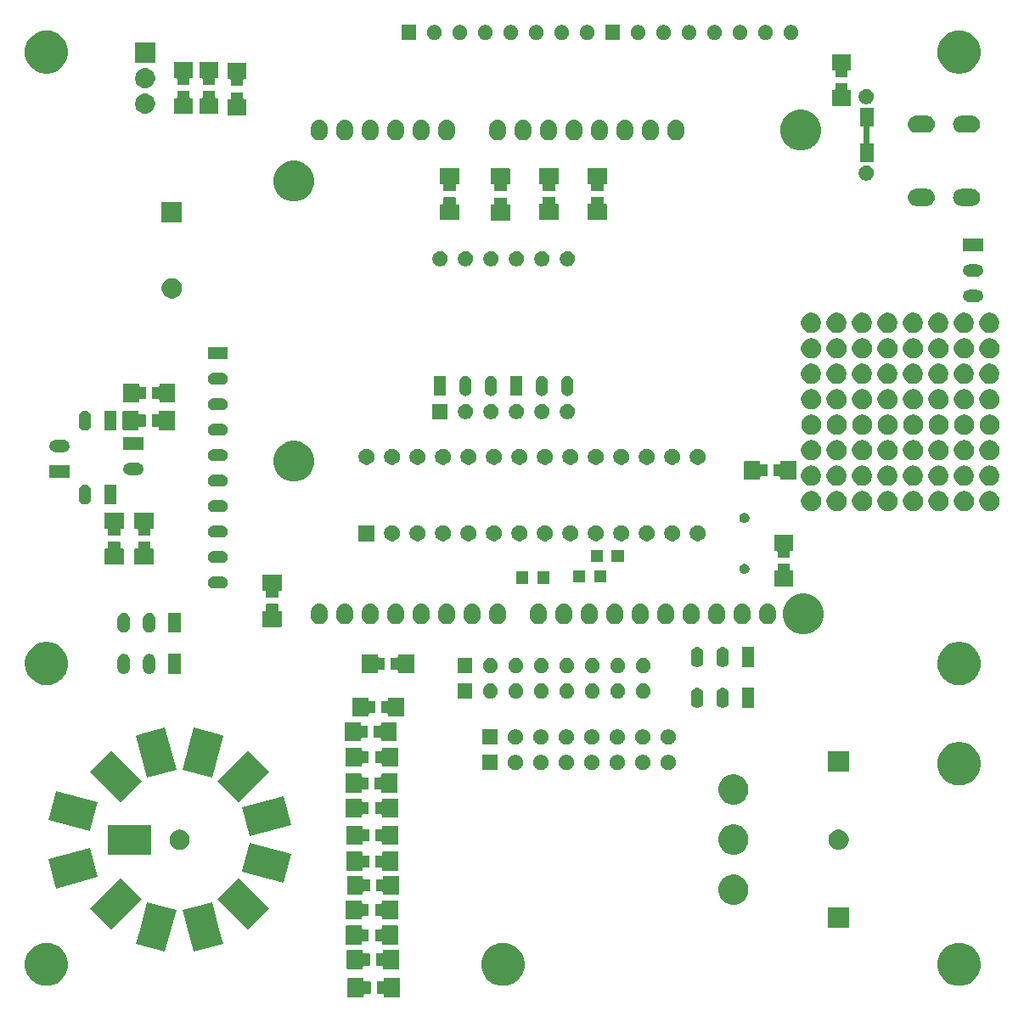
<source format=gts>
G04 #@! TF.GenerationSoftware,KiCad,Pcbnew,(5.1.5)-3*
G04 #@! TF.CreationDate,2020-12-11T16:35:30-08:00*
G04 #@! TF.ProjectId,Luciebox_v3,4c756369-6562-46f7-985f-76332e6b6963,rev?*
G04 #@! TF.SameCoordinates,Original*
G04 #@! TF.FileFunction,Soldermask,Top*
G04 #@! TF.FilePolarity,Negative*
%FSLAX46Y46*%
G04 Gerber Fmt 4.6, Leading zero omitted, Abs format (unit mm)*
G04 Created by KiCad (PCBNEW (5.1.5)-3) date 2020-12-11 16:35:30*
%MOMM*%
%LPD*%
G04 APERTURE LIST*
%ADD10C,0.100000*%
G04 APERTURE END LIST*
D10*
G36*
X85615000Y-15417000D02*
G01*
X86885000Y-15417000D01*
X86885000Y-13639000D01*
X86504000Y-13639000D01*
X86504000Y-11861000D01*
X86885000Y-11861000D01*
X86885000Y-10083000D01*
X86504000Y-10083000D01*
X85996000Y-10083000D01*
X85615000Y-10083000D01*
X85615000Y-11861000D01*
X85996000Y-11861000D01*
X85996000Y-13639000D01*
X85615000Y-13639000D01*
X85615000Y-15417000D01*
G37*
X85615000Y-15417000D02*
X86885000Y-15417000D01*
X86885000Y-13639000D01*
X86504000Y-13639000D01*
X86504000Y-11861000D01*
X86885000Y-11861000D01*
X86885000Y-10083000D01*
X86504000Y-10083000D01*
X85996000Y-10083000D01*
X85615000Y-10083000D01*
X85615000Y-11861000D01*
X85996000Y-11861000D01*
X85996000Y-13639000D01*
X85615000Y-13639000D01*
X85615000Y-15417000D01*
G36*
X39685089Y-96872839D02*
G01*
X39685695Y-96872898D01*
X39696568Y-96875061D01*
X39701118Y-96876946D01*
X39701121Y-96876947D01*
X39701123Y-96876948D01*
X39705675Y-96878834D01*
X39713857Y-96884301D01*
X39720827Y-96891271D01*
X39726294Y-96899453D01*
X39730067Y-96908560D01*
X39732230Y-96919433D01*
X39732289Y-96920039D01*
X39732592Y-96926202D01*
X39732592Y-98720080D01*
X39732289Y-98726243D01*
X39732230Y-98726849D01*
X39730067Y-98737722D01*
X39726294Y-98746829D01*
X39720827Y-98755011D01*
X39713857Y-98761981D01*
X39705675Y-98767448D01*
X39701123Y-98769334D01*
X39701121Y-98769335D01*
X39701118Y-98769336D01*
X39696568Y-98771221D01*
X39685695Y-98773384D01*
X39685089Y-98773443D01*
X39678926Y-98773746D01*
X38185048Y-98773746D01*
X38178885Y-98773443D01*
X38178279Y-98773384D01*
X38167406Y-98771221D01*
X38162856Y-98769336D01*
X38162853Y-98769335D01*
X38162851Y-98769334D01*
X38158299Y-98767448D01*
X38150117Y-98761981D01*
X38143147Y-98755011D01*
X38137680Y-98746829D01*
X38133907Y-98737722D01*
X38131744Y-98726849D01*
X38131685Y-98726243D01*
X38131382Y-98720080D01*
X38131382Y-98548745D01*
X38128980Y-98524359D01*
X38121867Y-98500910D01*
X38110316Y-98479299D01*
X38094771Y-98460357D01*
X38075829Y-98444812D01*
X38054218Y-98433261D01*
X38030769Y-98426148D01*
X38006383Y-98423746D01*
X37485048Y-98423746D01*
X37478885Y-98423443D01*
X37478279Y-98423384D01*
X37467406Y-98421221D01*
X37462856Y-98419336D01*
X37462853Y-98419335D01*
X37462851Y-98419334D01*
X37458299Y-98417448D01*
X37450117Y-98411981D01*
X37443147Y-98405011D01*
X37437680Y-98396829D01*
X37433907Y-98387722D01*
X37431744Y-98376849D01*
X37431685Y-98376243D01*
X37431382Y-98370080D01*
X37431382Y-97276202D01*
X37431685Y-97270039D01*
X37431744Y-97269433D01*
X37433907Y-97258560D01*
X37437680Y-97249453D01*
X37443147Y-97241271D01*
X37450117Y-97234301D01*
X37458299Y-97228834D01*
X37462851Y-97226948D01*
X37462853Y-97226947D01*
X37462856Y-97226946D01*
X37467406Y-97225061D01*
X37478279Y-97222898D01*
X37478885Y-97222839D01*
X37485048Y-97222536D01*
X38006383Y-97222536D01*
X38030769Y-97220134D01*
X38054218Y-97213021D01*
X38075829Y-97201470D01*
X38094771Y-97185925D01*
X38110316Y-97166983D01*
X38121867Y-97145372D01*
X38128980Y-97121923D01*
X38131382Y-97097537D01*
X38131382Y-96926202D01*
X38131685Y-96920039D01*
X38131744Y-96919433D01*
X38133907Y-96908560D01*
X38137680Y-96899453D01*
X38143147Y-96891271D01*
X38150117Y-96884301D01*
X38158299Y-96878834D01*
X38162851Y-96876948D01*
X38162853Y-96876947D01*
X38162856Y-96876946D01*
X38167406Y-96875061D01*
X38178279Y-96872898D01*
X38178885Y-96872839D01*
X38185048Y-96872536D01*
X39678926Y-96872536D01*
X39685089Y-96872839D01*
G37*
G36*
X36085089Y-96872839D02*
G01*
X36085695Y-96872898D01*
X36096568Y-96875061D01*
X36101118Y-96876946D01*
X36101121Y-96876947D01*
X36101123Y-96876948D01*
X36105675Y-96878834D01*
X36113857Y-96884301D01*
X36120827Y-96891271D01*
X36126294Y-96899453D01*
X36130067Y-96908560D01*
X36132230Y-96919433D01*
X36132289Y-96920039D01*
X36132592Y-96926202D01*
X36132592Y-97097537D01*
X36134994Y-97121923D01*
X36142107Y-97145372D01*
X36153658Y-97166983D01*
X36169203Y-97185925D01*
X36188145Y-97201470D01*
X36209756Y-97213021D01*
X36233205Y-97220134D01*
X36257591Y-97222536D01*
X36778926Y-97222536D01*
X36785089Y-97222839D01*
X36785695Y-97222898D01*
X36796568Y-97225061D01*
X36801118Y-97226946D01*
X36801121Y-97226947D01*
X36801123Y-97226948D01*
X36805675Y-97228834D01*
X36813857Y-97234301D01*
X36820827Y-97241271D01*
X36826294Y-97249453D01*
X36830067Y-97258560D01*
X36832230Y-97269433D01*
X36832289Y-97270039D01*
X36832592Y-97276202D01*
X36832592Y-98370080D01*
X36832289Y-98376243D01*
X36832230Y-98376849D01*
X36830067Y-98387722D01*
X36826294Y-98396829D01*
X36820827Y-98405011D01*
X36813857Y-98411981D01*
X36805675Y-98417448D01*
X36801123Y-98419334D01*
X36801121Y-98419335D01*
X36801118Y-98419336D01*
X36796568Y-98421221D01*
X36785695Y-98423384D01*
X36785089Y-98423443D01*
X36778926Y-98423746D01*
X36257591Y-98423746D01*
X36233205Y-98426148D01*
X36209756Y-98433261D01*
X36188145Y-98444812D01*
X36169203Y-98460357D01*
X36153658Y-98479299D01*
X36142107Y-98500910D01*
X36134994Y-98524359D01*
X36132592Y-98548745D01*
X36132592Y-98720080D01*
X36132289Y-98726243D01*
X36132230Y-98726849D01*
X36130067Y-98737722D01*
X36126294Y-98746829D01*
X36120827Y-98755011D01*
X36113857Y-98761981D01*
X36105675Y-98767448D01*
X36101123Y-98769334D01*
X36101121Y-98769335D01*
X36101118Y-98769336D01*
X36096568Y-98771221D01*
X36085695Y-98773384D01*
X36085089Y-98773443D01*
X36078926Y-98773746D01*
X34585048Y-98773746D01*
X34578885Y-98773443D01*
X34578279Y-98773384D01*
X34567406Y-98771221D01*
X34562856Y-98769336D01*
X34562853Y-98769335D01*
X34562851Y-98769334D01*
X34558299Y-98767448D01*
X34550117Y-98761981D01*
X34543147Y-98755011D01*
X34537680Y-98746829D01*
X34533907Y-98737722D01*
X34531744Y-98726849D01*
X34531685Y-98726243D01*
X34531382Y-98720080D01*
X34531382Y-96926202D01*
X34531685Y-96920039D01*
X34531744Y-96919433D01*
X34533907Y-96908560D01*
X34537680Y-96899453D01*
X34543147Y-96891271D01*
X34550117Y-96884301D01*
X34558299Y-96878834D01*
X34562851Y-96876948D01*
X34562853Y-96876947D01*
X34562856Y-96876946D01*
X34567406Y-96875061D01*
X34578279Y-96872898D01*
X34578885Y-96872839D01*
X34585048Y-96872536D01*
X36078926Y-96872536D01*
X36085089Y-96872839D01*
G37*
G36*
X50419445Y-93391312D02*
G01*
X50627132Y-93432623D01*
X51018407Y-93594695D01*
X51370545Y-93829986D01*
X51670014Y-94129455D01*
X51905305Y-94481593D01*
X52067377Y-94872868D01*
X52150000Y-95288243D01*
X52150000Y-95711757D01*
X52067377Y-96127132D01*
X51905305Y-96518407D01*
X51670014Y-96870545D01*
X51370545Y-97170014D01*
X51018407Y-97405305D01*
X50627132Y-97567377D01*
X50419445Y-97608688D01*
X50211758Y-97650000D01*
X49788242Y-97650000D01*
X49580556Y-97608689D01*
X49372868Y-97567377D01*
X48981593Y-97405305D01*
X48629455Y-97170014D01*
X48329986Y-96870545D01*
X48094695Y-96518407D01*
X47932623Y-96127132D01*
X47850000Y-95711757D01*
X47850000Y-95288243D01*
X47932623Y-94872868D01*
X48094695Y-94481593D01*
X48329986Y-94129455D01*
X48629455Y-93829986D01*
X48981593Y-93594695D01*
X49372868Y-93432623D01*
X49580555Y-93391312D01*
X49788242Y-93350000D01*
X50211758Y-93350000D01*
X50419445Y-93391312D01*
G37*
G36*
X95919445Y-93391312D02*
G01*
X96127132Y-93432623D01*
X96518407Y-93594695D01*
X96870545Y-93829986D01*
X97170014Y-94129455D01*
X97405305Y-94481593D01*
X97567377Y-94872868D01*
X97650000Y-95288243D01*
X97650000Y-95711757D01*
X97567377Y-96127132D01*
X97405305Y-96518407D01*
X97170014Y-96870545D01*
X96870545Y-97170014D01*
X96518407Y-97405305D01*
X96127132Y-97567377D01*
X95919445Y-97608688D01*
X95711758Y-97650000D01*
X95288242Y-97650000D01*
X95080556Y-97608689D01*
X94872868Y-97567377D01*
X94481593Y-97405305D01*
X94129455Y-97170014D01*
X93829986Y-96870545D01*
X93594695Y-96518407D01*
X93432623Y-96127132D01*
X93350000Y-95711757D01*
X93350000Y-95288243D01*
X93432623Y-94872868D01*
X93594695Y-94481593D01*
X93829986Y-94129455D01*
X94129455Y-93829986D01*
X94481593Y-93594695D01*
X94872868Y-93432623D01*
X95080555Y-93391312D01*
X95288242Y-93350000D01*
X95711758Y-93350000D01*
X95919445Y-93391312D01*
G37*
G36*
X4919445Y-93391312D02*
G01*
X5127132Y-93432623D01*
X5518407Y-93594695D01*
X5870545Y-93829986D01*
X6170014Y-94129455D01*
X6405305Y-94481593D01*
X6567377Y-94872868D01*
X6650000Y-95288243D01*
X6650000Y-95711757D01*
X6567377Y-96127132D01*
X6405305Y-96518407D01*
X6170014Y-96870545D01*
X5870545Y-97170014D01*
X5518407Y-97405305D01*
X5127132Y-97567377D01*
X4919444Y-97608689D01*
X4711758Y-97650000D01*
X4288242Y-97650000D01*
X4080556Y-97608689D01*
X3872868Y-97567377D01*
X3481593Y-97405305D01*
X3129455Y-97170014D01*
X2829986Y-96870545D01*
X2594695Y-96518407D01*
X2432623Y-96127132D01*
X2350000Y-95711757D01*
X2350000Y-95288243D01*
X2432623Y-94872868D01*
X2594695Y-94481593D01*
X2829986Y-94129455D01*
X3129455Y-93829986D01*
X3481593Y-93594695D01*
X3872868Y-93432623D01*
X4080555Y-93391312D01*
X4288242Y-93350000D01*
X4711758Y-93350000D01*
X4919445Y-93391312D01*
G37*
G36*
X39605489Y-94078839D02*
G01*
X39606095Y-94078898D01*
X39616968Y-94081061D01*
X39621518Y-94082946D01*
X39621521Y-94082947D01*
X39621523Y-94082948D01*
X39626075Y-94084834D01*
X39634257Y-94090301D01*
X39641227Y-94097271D01*
X39646694Y-94105453D01*
X39650467Y-94114560D01*
X39652630Y-94125433D01*
X39652689Y-94126039D01*
X39652992Y-94132202D01*
X39652992Y-95926080D01*
X39652689Y-95932243D01*
X39652630Y-95932849D01*
X39650467Y-95943722D01*
X39646694Y-95952829D01*
X39641227Y-95961011D01*
X39634257Y-95967981D01*
X39626075Y-95973448D01*
X39621523Y-95975334D01*
X39621521Y-95975335D01*
X39621518Y-95975336D01*
X39616968Y-95977221D01*
X39606095Y-95979384D01*
X39605489Y-95979443D01*
X39599326Y-95979746D01*
X38105448Y-95979746D01*
X38099285Y-95979443D01*
X38098679Y-95979384D01*
X38087806Y-95977221D01*
X38083256Y-95975336D01*
X38083253Y-95975335D01*
X38083251Y-95975334D01*
X38078699Y-95973448D01*
X38070517Y-95967981D01*
X38063547Y-95961011D01*
X38058080Y-95952829D01*
X38054307Y-95943722D01*
X38052144Y-95932849D01*
X38052085Y-95932243D01*
X38051782Y-95926080D01*
X38051782Y-95754745D01*
X38049380Y-95730359D01*
X38042267Y-95706910D01*
X38030716Y-95685299D01*
X38015171Y-95666357D01*
X37996229Y-95650812D01*
X37974618Y-95639261D01*
X37951169Y-95632148D01*
X37926783Y-95629746D01*
X37405448Y-95629746D01*
X37399285Y-95629443D01*
X37398679Y-95629384D01*
X37387806Y-95627221D01*
X37383256Y-95625336D01*
X37383253Y-95625335D01*
X37383251Y-95625334D01*
X37378699Y-95623448D01*
X37370517Y-95617981D01*
X37363547Y-95611011D01*
X37358080Y-95602829D01*
X37354307Y-95593722D01*
X37352144Y-95582849D01*
X37352085Y-95582243D01*
X37351782Y-95576080D01*
X37351782Y-94482202D01*
X37352085Y-94476039D01*
X37352144Y-94475433D01*
X37354307Y-94464560D01*
X37358080Y-94455453D01*
X37363547Y-94447271D01*
X37370517Y-94440301D01*
X37378699Y-94434834D01*
X37383251Y-94432948D01*
X37383253Y-94432947D01*
X37383256Y-94432946D01*
X37387806Y-94431061D01*
X37398679Y-94428898D01*
X37399285Y-94428839D01*
X37405448Y-94428536D01*
X37926783Y-94428536D01*
X37951169Y-94426134D01*
X37974618Y-94419021D01*
X37996229Y-94407470D01*
X38015171Y-94391925D01*
X38030716Y-94372983D01*
X38042267Y-94351372D01*
X38049380Y-94327923D01*
X38051782Y-94303537D01*
X38051782Y-94132202D01*
X38052085Y-94126039D01*
X38052144Y-94125433D01*
X38054307Y-94114560D01*
X38058080Y-94105453D01*
X38063547Y-94097271D01*
X38070517Y-94090301D01*
X38078699Y-94084834D01*
X38083251Y-94082948D01*
X38083253Y-94082947D01*
X38083256Y-94082946D01*
X38087806Y-94081061D01*
X38098679Y-94078898D01*
X38099285Y-94078839D01*
X38105448Y-94078536D01*
X39599326Y-94078536D01*
X39605489Y-94078839D01*
G37*
G36*
X36005489Y-94078839D02*
G01*
X36006095Y-94078898D01*
X36016968Y-94081061D01*
X36021518Y-94082946D01*
X36021521Y-94082947D01*
X36021523Y-94082948D01*
X36026075Y-94084834D01*
X36034257Y-94090301D01*
X36041227Y-94097271D01*
X36046694Y-94105453D01*
X36050467Y-94114560D01*
X36052630Y-94125433D01*
X36052689Y-94126039D01*
X36052992Y-94132202D01*
X36052992Y-94303537D01*
X36055394Y-94327923D01*
X36062507Y-94351372D01*
X36074058Y-94372983D01*
X36089603Y-94391925D01*
X36108545Y-94407470D01*
X36130156Y-94419021D01*
X36153605Y-94426134D01*
X36177991Y-94428536D01*
X36699326Y-94428536D01*
X36705489Y-94428839D01*
X36706095Y-94428898D01*
X36716968Y-94431061D01*
X36721518Y-94432946D01*
X36721521Y-94432947D01*
X36721523Y-94432948D01*
X36726075Y-94434834D01*
X36734257Y-94440301D01*
X36741227Y-94447271D01*
X36746694Y-94455453D01*
X36750467Y-94464560D01*
X36752630Y-94475433D01*
X36752689Y-94476039D01*
X36752992Y-94482202D01*
X36752992Y-95576080D01*
X36752689Y-95582243D01*
X36752630Y-95582849D01*
X36750467Y-95593722D01*
X36746694Y-95602829D01*
X36741227Y-95611011D01*
X36734257Y-95617981D01*
X36726075Y-95623448D01*
X36721523Y-95625334D01*
X36721521Y-95625335D01*
X36721518Y-95625336D01*
X36716968Y-95627221D01*
X36706095Y-95629384D01*
X36705489Y-95629443D01*
X36699326Y-95629746D01*
X36177991Y-95629746D01*
X36153605Y-95632148D01*
X36130156Y-95639261D01*
X36108545Y-95650812D01*
X36089603Y-95666357D01*
X36074058Y-95685299D01*
X36062507Y-95706910D01*
X36055394Y-95730359D01*
X36052992Y-95754745D01*
X36052992Y-95926080D01*
X36052689Y-95932243D01*
X36052630Y-95932849D01*
X36050467Y-95943722D01*
X36046694Y-95952829D01*
X36041227Y-95961011D01*
X36034257Y-95967981D01*
X36026075Y-95973448D01*
X36021523Y-95975334D01*
X36021521Y-95975335D01*
X36021518Y-95975336D01*
X36016968Y-95977221D01*
X36006095Y-95979384D01*
X36005489Y-95979443D01*
X35999326Y-95979746D01*
X34505448Y-95979746D01*
X34499285Y-95979443D01*
X34498679Y-95979384D01*
X34487806Y-95977221D01*
X34483256Y-95975336D01*
X34483253Y-95975335D01*
X34483251Y-95975334D01*
X34478699Y-95973448D01*
X34470517Y-95967981D01*
X34463547Y-95961011D01*
X34458080Y-95952829D01*
X34454307Y-95943722D01*
X34452144Y-95932849D01*
X34452085Y-95932243D01*
X34451782Y-95926080D01*
X34451782Y-94132202D01*
X34452085Y-94126039D01*
X34452144Y-94125433D01*
X34454307Y-94114560D01*
X34458080Y-94105453D01*
X34463547Y-94097271D01*
X34470517Y-94090301D01*
X34478699Y-94084834D01*
X34483251Y-94082948D01*
X34483253Y-94082947D01*
X34483256Y-94082946D01*
X34487806Y-94081061D01*
X34498679Y-94078898D01*
X34499285Y-94078839D01*
X34505448Y-94078536D01*
X35999326Y-94078536D01*
X36005489Y-94078839D01*
G37*
G36*
X21725518Y-92037639D02*
G01*
X22104721Y-93452844D01*
X19206944Y-94229301D01*
X19206943Y-94229301D01*
X18094021Y-90075820D01*
X18770422Y-89894579D01*
X20991798Y-89299363D01*
X20991799Y-89299363D01*
X21725518Y-92037639D01*
G37*
G36*
X16769578Y-89894579D02*
G01*
X17445979Y-90075820D01*
X16333057Y-94229301D01*
X16333056Y-94229301D01*
X13435279Y-93452844D01*
X13814482Y-92037639D01*
X14548201Y-89299363D01*
X14548202Y-89299363D01*
X16769578Y-89894579D01*
G37*
G36*
X39507289Y-91640439D02*
G01*
X39507895Y-91640498D01*
X39518768Y-91642661D01*
X39523318Y-91644546D01*
X39523321Y-91644547D01*
X39523323Y-91644548D01*
X39527875Y-91646434D01*
X39536057Y-91651901D01*
X39543027Y-91658871D01*
X39548494Y-91667053D01*
X39552267Y-91676160D01*
X39554430Y-91687033D01*
X39554489Y-91687639D01*
X39554792Y-91693802D01*
X39554792Y-93487680D01*
X39554489Y-93493843D01*
X39554430Y-93494449D01*
X39552267Y-93505322D01*
X39548494Y-93514429D01*
X39543027Y-93522611D01*
X39536057Y-93529581D01*
X39527875Y-93535048D01*
X39523323Y-93536934D01*
X39523321Y-93536935D01*
X39523318Y-93536936D01*
X39518768Y-93538821D01*
X39507895Y-93540984D01*
X39507289Y-93541043D01*
X39501126Y-93541346D01*
X38007248Y-93541346D01*
X38001085Y-93541043D01*
X38000479Y-93540984D01*
X37989606Y-93538821D01*
X37985056Y-93536936D01*
X37985053Y-93536935D01*
X37985051Y-93536934D01*
X37980499Y-93535048D01*
X37972317Y-93529581D01*
X37965347Y-93522611D01*
X37959880Y-93514429D01*
X37956107Y-93505322D01*
X37953944Y-93494449D01*
X37953885Y-93493843D01*
X37953582Y-93487680D01*
X37953582Y-93316345D01*
X37951180Y-93291959D01*
X37944067Y-93268510D01*
X37932516Y-93246899D01*
X37916971Y-93227957D01*
X37898029Y-93212412D01*
X37876418Y-93200861D01*
X37852969Y-93193748D01*
X37828583Y-93191346D01*
X37307248Y-93191346D01*
X37301085Y-93191043D01*
X37300479Y-93190984D01*
X37289606Y-93188821D01*
X37285056Y-93186936D01*
X37285053Y-93186935D01*
X37285051Y-93186934D01*
X37280499Y-93185048D01*
X37272317Y-93179581D01*
X37265347Y-93172611D01*
X37259880Y-93164429D01*
X37256107Y-93155322D01*
X37253944Y-93144449D01*
X37253885Y-93143843D01*
X37253582Y-93137680D01*
X37253582Y-92043802D01*
X37253885Y-92037639D01*
X37253944Y-92037033D01*
X37256107Y-92026160D01*
X37259880Y-92017053D01*
X37265347Y-92008871D01*
X37272317Y-92001901D01*
X37280499Y-91996434D01*
X37285051Y-91994548D01*
X37285053Y-91994547D01*
X37285056Y-91994546D01*
X37289606Y-91992661D01*
X37300479Y-91990498D01*
X37301085Y-91990439D01*
X37307248Y-91990136D01*
X37828583Y-91990136D01*
X37852969Y-91987734D01*
X37876418Y-91980621D01*
X37898029Y-91969070D01*
X37916971Y-91953525D01*
X37932516Y-91934583D01*
X37944067Y-91912972D01*
X37951180Y-91889523D01*
X37953582Y-91865137D01*
X37953582Y-91693802D01*
X37953885Y-91687639D01*
X37953944Y-91687033D01*
X37956107Y-91676160D01*
X37959880Y-91667053D01*
X37965347Y-91658871D01*
X37972317Y-91651901D01*
X37980499Y-91646434D01*
X37985051Y-91644548D01*
X37985053Y-91644547D01*
X37985056Y-91644546D01*
X37989606Y-91642661D01*
X38000479Y-91640498D01*
X38001085Y-91640439D01*
X38007248Y-91640136D01*
X39501126Y-91640136D01*
X39507289Y-91640439D01*
G37*
G36*
X35907289Y-91640439D02*
G01*
X35907895Y-91640498D01*
X35918768Y-91642661D01*
X35923318Y-91644546D01*
X35923321Y-91644547D01*
X35923323Y-91644548D01*
X35927875Y-91646434D01*
X35936057Y-91651901D01*
X35943027Y-91658871D01*
X35948494Y-91667053D01*
X35952267Y-91676160D01*
X35954430Y-91687033D01*
X35954489Y-91687639D01*
X35954792Y-91693802D01*
X35954792Y-91865137D01*
X35957194Y-91889523D01*
X35964307Y-91912972D01*
X35975858Y-91934583D01*
X35991403Y-91953525D01*
X36010345Y-91969070D01*
X36031956Y-91980621D01*
X36055405Y-91987734D01*
X36079791Y-91990136D01*
X36601126Y-91990136D01*
X36607289Y-91990439D01*
X36607895Y-91990498D01*
X36618768Y-91992661D01*
X36623318Y-91994546D01*
X36623321Y-91994547D01*
X36623323Y-91994548D01*
X36627875Y-91996434D01*
X36636057Y-92001901D01*
X36643027Y-92008871D01*
X36648494Y-92017053D01*
X36652267Y-92026160D01*
X36654430Y-92037033D01*
X36654489Y-92037639D01*
X36654792Y-92043802D01*
X36654792Y-93137680D01*
X36654489Y-93143843D01*
X36654430Y-93144449D01*
X36652267Y-93155322D01*
X36648494Y-93164429D01*
X36643027Y-93172611D01*
X36636057Y-93179581D01*
X36627875Y-93185048D01*
X36623323Y-93186934D01*
X36623321Y-93186935D01*
X36623318Y-93186936D01*
X36618768Y-93188821D01*
X36607895Y-93190984D01*
X36607289Y-93191043D01*
X36601126Y-93191346D01*
X36079791Y-93191346D01*
X36055405Y-93193748D01*
X36031956Y-93200861D01*
X36010345Y-93212412D01*
X35991403Y-93227957D01*
X35975858Y-93246899D01*
X35964307Y-93268510D01*
X35957194Y-93291959D01*
X35954792Y-93316345D01*
X35954792Y-93487680D01*
X35954489Y-93493843D01*
X35954430Y-93494449D01*
X35952267Y-93505322D01*
X35948494Y-93514429D01*
X35943027Y-93522611D01*
X35936057Y-93529581D01*
X35927875Y-93535048D01*
X35923323Y-93536934D01*
X35923321Y-93536935D01*
X35923318Y-93536936D01*
X35918768Y-93538821D01*
X35907895Y-93540984D01*
X35907289Y-93541043D01*
X35901126Y-93541346D01*
X34407248Y-93541346D01*
X34401085Y-93541043D01*
X34400479Y-93540984D01*
X34389606Y-93538821D01*
X34385056Y-93536936D01*
X34385053Y-93536935D01*
X34385051Y-93536934D01*
X34380499Y-93535048D01*
X34372317Y-93529581D01*
X34365347Y-93522611D01*
X34359880Y-93514429D01*
X34356107Y-93505322D01*
X34353944Y-93494449D01*
X34353885Y-93493843D01*
X34353582Y-93487680D01*
X34353582Y-91693802D01*
X34353885Y-91687639D01*
X34353944Y-91687033D01*
X34356107Y-91676160D01*
X34359880Y-91667053D01*
X34365347Y-91658871D01*
X34372317Y-91651901D01*
X34380499Y-91646434D01*
X34385051Y-91644548D01*
X34385053Y-91644547D01*
X34385056Y-91644546D01*
X34389606Y-91642661D01*
X34400479Y-91640498D01*
X34401085Y-91640439D01*
X34407248Y-91640136D01*
X35901126Y-91640136D01*
X35907289Y-91640439D01*
G37*
G36*
X26714900Y-89894579D02*
G01*
X24593579Y-92015900D01*
X21553020Y-88975341D01*
X23674341Y-86854020D01*
X26714900Y-89894579D01*
G37*
G36*
X13986980Y-88975341D02*
G01*
X10946421Y-92015900D01*
X8825100Y-89894579D01*
X11865659Y-86854020D01*
X13986980Y-88975341D01*
G37*
G36*
X84550000Y-91855000D02*
G01*
X82450000Y-91855000D01*
X82450000Y-89855000D01*
X84550000Y-89855000D01*
X84550000Y-91855000D01*
G37*
G36*
X35904489Y-89126439D02*
G01*
X35905095Y-89126498D01*
X35915968Y-89128661D01*
X35920518Y-89130546D01*
X35920521Y-89130547D01*
X35920523Y-89130548D01*
X35925075Y-89132434D01*
X35933257Y-89137901D01*
X35940227Y-89144871D01*
X35945694Y-89153053D01*
X35949467Y-89162160D01*
X35951630Y-89173033D01*
X35951689Y-89173639D01*
X35951992Y-89179802D01*
X35951992Y-89351137D01*
X35954394Y-89375523D01*
X35961507Y-89398972D01*
X35973058Y-89420583D01*
X35988603Y-89439525D01*
X36007545Y-89455070D01*
X36029156Y-89466621D01*
X36052605Y-89473734D01*
X36076991Y-89476136D01*
X36598326Y-89476136D01*
X36604489Y-89476439D01*
X36605095Y-89476498D01*
X36615968Y-89478661D01*
X36620518Y-89480546D01*
X36620521Y-89480547D01*
X36620523Y-89480548D01*
X36625075Y-89482434D01*
X36633257Y-89487901D01*
X36640227Y-89494871D01*
X36645694Y-89503053D01*
X36649467Y-89512160D01*
X36651630Y-89523033D01*
X36651689Y-89523639D01*
X36651992Y-89529802D01*
X36651992Y-90623680D01*
X36651689Y-90629843D01*
X36651630Y-90630449D01*
X36649467Y-90641322D01*
X36645694Y-90650429D01*
X36640227Y-90658611D01*
X36633257Y-90665581D01*
X36625075Y-90671048D01*
X36620523Y-90672934D01*
X36620521Y-90672935D01*
X36620518Y-90672936D01*
X36615968Y-90674821D01*
X36605095Y-90676984D01*
X36604489Y-90677043D01*
X36598326Y-90677346D01*
X36076991Y-90677346D01*
X36052605Y-90679748D01*
X36029156Y-90686861D01*
X36007545Y-90698412D01*
X35988603Y-90713957D01*
X35973058Y-90732899D01*
X35961507Y-90754510D01*
X35954394Y-90777959D01*
X35951992Y-90802345D01*
X35951992Y-90973680D01*
X35951689Y-90979843D01*
X35951630Y-90980449D01*
X35949467Y-90991322D01*
X35945694Y-91000429D01*
X35940227Y-91008611D01*
X35933257Y-91015581D01*
X35925075Y-91021048D01*
X35920523Y-91022934D01*
X35920521Y-91022935D01*
X35920518Y-91022936D01*
X35915968Y-91024821D01*
X35905095Y-91026984D01*
X35904489Y-91027043D01*
X35898326Y-91027346D01*
X34404448Y-91027346D01*
X34398285Y-91027043D01*
X34397679Y-91026984D01*
X34386806Y-91024821D01*
X34382256Y-91022936D01*
X34382253Y-91022935D01*
X34382251Y-91022934D01*
X34377699Y-91021048D01*
X34369517Y-91015581D01*
X34362547Y-91008611D01*
X34357080Y-91000429D01*
X34353307Y-90991322D01*
X34351144Y-90980449D01*
X34351085Y-90979843D01*
X34350782Y-90973680D01*
X34350782Y-89179802D01*
X34351085Y-89173639D01*
X34351144Y-89173033D01*
X34353307Y-89162160D01*
X34357080Y-89153053D01*
X34362547Y-89144871D01*
X34369517Y-89137901D01*
X34377699Y-89132434D01*
X34382251Y-89130548D01*
X34382253Y-89130547D01*
X34382256Y-89130546D01*
X34386806Y-89128661D01*
X34397679Y-89126498D01*
X34398285Y-89126439D01*
X34404448Y-89126136D01*
X35898326Y-89126136D01*
X35904489Y-89126439D01*
G37*
G36*
X39504489Y-89126439D02*
G01*
X39505095Y-89126498D01*
X39515968Y-89128661D01*
X39520518Y-89130546D01*
X39520521Y-89130547D01*
X39520523Y-89130548D01*
X39525075Y-89132434D01*
X39533257Y-89137901D01*
X39540227Y-89144871D01*
X39545694Y-89153053D01*
X39549467Y-89162160D01*
X39551630Y-89173033D01*
X39551689Y-89173639D01*
X39551992Y-89179802D01*
X39551992Y-90973680D01*
X39551689Y-90979843D01*
X39551630Y-90980449D01*
X39549467Y-90991322D01*
X39545694Y-91000429D01*
X39540227Y-91008611D01*
X39533257Y-91015581D01*
X39525075Y-91021048D01*
X39520523Y-91022934D01*
X39520521Y-91022935D01*
X39520518Y-91022936D01*
X39515968Y-91024821D01*
X39505095Y-91026984D01*
X39504489Y-91027043D01*
X39498326Y-91027346D01*
X38004448Y-91027346D01*
X37998285Y-91027043D01*
X37997679Y-91026984D01*
X37986806Y-91024821D01*
X37982256Y-91022936D01*
X37982253Y-91022935D01*
X37982251Y-91022934D01*
X37977699Y-91021048D01*
X37969517Y-91015581D01*
X37962547Y-91008611D01*
X37957080Y-91000429D01*
X37953307Y-90991322D01*
X37951144Y-90980449D01*
X37951085Y-90979843D01*
X37950782Y-90973680D01*
X37950782Y-90802345D01*
X37948380Y-90777959D01*
X37941267Y-90754510D01*
X37929716Y-90732899D01*
X37914171Y-90713957D01*
X37895229Y-90698412D01*
X37873618Y-90686861D01*
X37850169Y-90679748D01*
X37825783Y-90677346D01*
X37304448Y-90677346D01*
X37298285Y-90677043D01*
X37297679Y-90676984D01*
X37286806Y-90674821D01*
X37282256Y-90672936D01*
X37282253Y-90672935D01*
X37282251Y-90672934D01*
X37277699Y-90671048D01*
X37269517Y-90665581D01*
X37262547Y-90658611D01*
X37257080Y-90650429D01*
X37253307Y-90641322D01*
X37251144Y-90630449D01*
X37251085Y-90629843D01*
X37250782Y-90623680D01*
X37250782Y-89529802D01*
X37251085Y-89523639D01*
X37251144Y-89523033D01*
X37253307Y-89512160D01*
X37257080Y-89503053D01*
X37262547Y-89494871D01*
X37269517Y-89487901D01*
X37277699Y-89482434D01*
X37282251Y-89480548D01*
X37282253Y-89480547D01*
X37282256Y-89480546D01*
X37286806Y-89478661D01*
X37297679Y-89476498D01*
X37298285Y-89476439D01*
X37304448Y-89476136D01*
X37825783Y-89476136D01*
X37850169Y-89473734D01*
X37873618Y-89466621D01*
X37895229Y-89455070D01*
X37914171Y-89439525D01*
X37929716Y-89420583D01*
X37941267Y-89398972D01*
X37948380Y-89375523D01*
X37950782Y-89351137D01*
X37950782Y-89179802D01*
X37951085Y-89173639D01*
X37951144Y-89173033D01*
X37953307Y-89162160D01*
X37957080Y-89153053D01*
X37962547Y-89144871D01*
X37969517Y-89137901D01*
X37977699Y-89132434D01*
X37982251Y-89130548D01*
X37982253Y-89130547D01*
X37982256Y-89130546D01*
X37986806Y-89128661D01*
X37997679Y-89126498D01*
X37998285Y-89126439D01*
X38004448Y-89126136D01*
X39498326Y-89126136D01*
X39504489Y-89126439D01*
G37*
G36*
X73437534Y-86612643D02*
G01*
X73682358Y-86714053D01*
X73710517Y-86725717D01*
X73728512Y-86737741D01*
X73956193Y-86889873D01*
X74165127Y-87098807D01*
X74329284Y-87344485D01*
X74442357Y-87617466D01*
X74500000Y-87907262D01*
X74500000Y-88202738D01*
X74442357Y-88492534D01*
X74329284Y-88765515D01*
X74189083Y-88975341D01*
X74165126Y-89011194D01*
X73956194Y-89220126D01*
X73710517Y-89384283D01*
X73710516Y-89384284D01*
X73710515Y-89384284D01*
X73437534Y-89497357D01*
X73147738Y-89555000D01*
X72852262Y-89555000D01*
X72562466Y-89497357D01*
X72289485Y-89384284D01*
X72289484Y-89384284D01*
X72289483Y-89384283D01*
X72043806Y-89220126D01*
X71834874Y-89011194D01*
X71810918Y-88975341D01*
X71670716Y-88765515D01*
X71557643Y-88492534D01*
X71500000Y-88202738D01*
X71500000Y-87907262D01*
X71557643Y-87617466D01*
X71670716Y-87344485D01*
X71834873Y-87098807D01*
X72043807Y-86889873D01*
X72271488Y-86737741D01*
X72289483Y-86725717D01*
X72317642Y-86714053D01*
X72562466Y-86612643D01*
X72852262Y-86555000D01*
X73147738Y-86555000D01*
X73437534Y-86612643D01*
G37*
G36*
X39608889Y-86687439D02*
G01*
X39609495Y-86687498D01*
X39620368Y-86689661D01*
X39624918Y-86691546D01*
X39624921Y-86691547D01*
X39624923Y-86691548D01*
X39629475Y-86693434D01*
X39637657Y-86698901D01*
X39644627Y-86705871D01*
X39650094Y-86714053D01*
X39653867Y-86723160D01*
X39656030Y-86734033D01*
X39656089Y-86734639D01*
X39656392Y-86740802D01*
X39656392Y-88534680D01*
X39656089Y-88540843D01*
X39656030Y-88541449D01*
X39653867Y-88552322D01*
X39650094Y-88561429D01*
X39644627Y-88569611D01*
X39637657Y-88576581D01*
X39629475Y-88582048D01*
X39624923Y-88583934D01*
X39624921Y-88583935D01*
X39624918Y-88583936D01*
X39620368Y-88585821D01*
X39609495Y-88587984D01*
X39608889Y-88588043D01*
X39602726Y-88588346D01*
X38108848Y-88588346D01*
X38102685Y-88588043D01*
X38102079Y-88587984D01*
X38091206Y-88585821D01*
X38086656Y-88583936D01*
X38086653Y-88583935D01*
X38086651Y-88583934D01*
X38082099Y-88582048D01*
X38073917Y-88576581D01*
X38066947Y-88569611D01*
X38061480Y-88561429D01*
X38057707Y-88552322D01*
X38055544Y-88541449D01*
X38055485Y-88540843D01*
X38055182Y-88534680D01*
X38055182Y-88363345D01*
X38052780Y-88338959D01*
X38045667Y-88315510D01*
X38034116Y-88293899D01*
X38018571Y-88274957D01*
X37999629Y-88259412D01*
X37978018Y-88247861D01*
X37954569Y-88240748D01*
X37930183Y-88238346D01*
X37408848Y-88238346D01*
X37402685Y-88238043D01*
X37402079Y-88237984D01*
X37391206Y-88235821D01*
X37386656Y-88233936D01*
X37386653Y-88233935D01*
X37386651Y-88233934D01*
X37382099Y-88232048D01*
X37373917Y-88226581D01*
X37366947Y-88219611D01*
X37361480Y-88211429D01*
X37357707Y-88202322D01*
X37355544Y-88191449D01*
X37355485Y-88190843D01*
X37355182Y-88184680D01*
X37355182Y-87090802D01*
X37355485Y-87084639D01*
X37355544Y-87084033D01*
X37357707Y-87073160D01*
X37361480Y-87064053D01*
X37366947Y-87055871D01*
X37373917Y-87048901D01*
X37382099Y-87043434D01*
X37386651Y-87041548D01*
X37386653Y-87041547D01*
X37386656Y-87041546D01*
X37391206Y-87039661D01*
X37402079Y-87037498D01*
X37402685Y-87037439D01*
X37408848Y-87037136D01*
X37930183Y-87037136D01*
X37954569Y-87034734D01*
X37978018Y-87027621D01*
X37999629Y-87016070D01*
X38018571Y-87000525D01*
X38034116Y-86981583D01*
X38045667Y-86959972D01*
X38052780Y-86936523D01*
X38055182Y-86912137D01*
X38055182Y-86740802D01*
X38055485Y-86734639D01*
X38055544Y-86734033D01*
X38057707Y-86723160D01*
X38061480Y-86714053D01*
X38066947Y-86705871D01*
X38073917Y-86698901D01*
X38082099Y-86693434D01*
X38086651Y-86691548D01*
X38086653Y-86691547D01*
X38086656Y-86691546D01*
X38091206Y-86689661D01*
X38102079Y-86687498D01*
X38102685Y-86687439D01*
X38108848Y-86687136D01*
X39602726Y-86687136D01*
X39608889Y-86687439D01*
G37*
G36*
X36008889Y-86687439D02*
G01*
X36009495Y-86687498D01*
X36020368Y-86689661D01*
X36024918Y-86691546D01*
X36024921Y-86691547D01*
X36024923Y-86691548D01*
X36029475Y-86693434D01*
X36037657Y-86698901D01*
X36044627Y-86705871D01*
X36050094Y-86714053D01*
X36053867Y-86723160D01*
X36056030Y-86734033D01*
X36056089Y-86734639D01*
X36056392Y-86740802D01*
X36056392Y-86912137D01*
X36058794Y-86936523D01*
X36065907Y-86959972D01*
X36077458Y-86981583D01*
X36093003Y-87000525D01*
X36111945Y-87016070D01*
X36133556Y-87027621D01*
X36157005Y-87034734D01*
X36181391Y-87037136D01*
X36702726Y-87037136D01*
X36708889Y-87037439D01*
X36709495Y-87037498D01*
X36720368Y-87039661D01*
X36724918Y-87041546D01*
X36724921Y-87041547D01*
X36724923Y-87041548D01*
X36729475Y-87043434D01*
X36737657Y-87048901D01*
X36744627Y-87055871D01*
X36750094Y-87064053D01*
X36753867Y-87073160D01*
X36756030Y-87084033D01*
X36756089Y-87084639D01*
X36756392Y-87090802D01*
X36756392Y-88184680D01*
X36756089Y-88190843D01*
X36756030Y-88191449D01*
X36753867Y-88202322D01*
X36750094Y-88211429D01*
X36744627Y-88219611D01*
X36737657Y-88226581D01*
X36729475Y-88232048D01*
X36724923Y-88233934D01*
X36724921Y-88233935D01*
X36724918Y-88233936D01*
X36720368Y-88235821D01*
X36709495Y-88237984D01*
X36708889Y-88238043D01*
X36702726Y-88238346D01*
X36181391Y-88238346D01*
X36157005Y-88240748D01*
X36133556Y-88247861D01*
X36111945Y-88259412D01*
X36093003Y-88274957D01*
X36077458Y-88293899D01*
X36065907Y-88315510D01*
X36058794Y-88338959D01*
X36056392Y-88363345D01*
X36056392Y-88534680D01*
X36056089Y-88540843D01*
X36056030Y-88541449D01*
X36053867Y-88552322D01*
X36050094Y-88561429D01*
X36044627Y-88569611D01*
X36037657Y-88576581D01*
X36029475Y-88582048D01*
X36024923Y-88583934D01*
X36024921Y-88583935D01*
X36024918Y-88583936D01*
X36020368Y-88585821D01*
X36009495Y-88587984D01*
X36008889Y-88588043D01*
X36002726Y-88588346D01*
X34508848Y-88588346D01*
X34502685Y-88588043D01*
X34502079Y-88587984D01*
X34491206Y-88585821D01*
X34486656Y-88583936D01*
X34486653Y-88583935D01*
X34486651Y-88583934D01*
X34482099Y-88582048D01*
X34473917Y-88576581D01*
X34466947Y-88569611D01*
X34461480Y-88561429D01*
X34457707Y-88552322D01*
X34455544Y-88541449D01*
X34455485Y-88540843D01*
X34455182Y-88534680D01*
X34455182Y-86740802D01*
X34455485Y-86734639D01*
X34455544Y-86734033D01*
X34457707Y-86723160D01*
X34461480Y-86714053D01*
X34466947Y-86705871D01*
X34473917Y-86698901D01*
X34482099Y-86693434D01*
X34486651Y-86691548D01*
X34486653Y-86691547D01*
X34486656Y-86691546D01*
X34491206Y-86689661D01*
X34502079Y-86687498D01*
X34502685Y-86687439D01*
X34508848Y-86687136D01*
X36002726Y-86687136D01*
X36008889Y-86687439D01*
G37*
G36*
X9591127Y-86740802D02*
G01*
X9609785Y-86810437D01*
X5456304Y-87923359D01*
X5226054Y-87064053D01*
X4679847Y-85025582D01*
X4679847Y-85025581D01*
X8833328Y-83912659D01*
X9591127Y-86740802D01*
G37*
G36*
X28928301Y-84507943D02*
G01*
X28928301Y-84507944D01*
X28248186Y-87046168D01*
X28151844Y-87405721D01*
X23998363Y-86292799D01*
X24029916Y-86175043D01*
X24774820Y-83395021D01*
X28928301Y-84507943D01*
G37*
G36*
X39551289Y-84274439D02*
G01*
X39551895Y-84274498D01*
X39562768Y-84276661D01*
X39567318Y-84278546D01*
X39567321Y-84278547D01*
X39567323Y-84278548D01*
X39571875Y-84280434D01*
X39580057Y-84285901D01*
X39587027Y-84292871D01*
X39592494Y-84301053D01*
X39596267Y-84310160D01*
X39598430Y-84321033D01*
X39598489Y-84321639D01*
X39598792Y-84327802D01*
X39598792Y-86121680D01*
X39598489Y-86127843D01*
X39598430Y-86128449D01*
X39596267Y-86139322D01*
X39592494Y-86148429D01*
X39587027Y-86156611D01*
X39580057Y-86163581D01*
X39571875Y-86169048D01*
X39567323Y-86170934D01*
X39567321Y-86170935D01*
X39567318Y-86170936D01*
X39562768Y-86172821D01*
X39551895Y-86174984D01*
X39551289Y-86175043D01*
X39545126Y-86175346D01*
X38051248Y-86175346D01*
X38045085Y-86175043D01*
X38044479Y-86174984D01*
X38033606Y-86172821D01*
X38029056Y-86170936D01*
X38029053Y-86170935D01*
X38029051Y-86170934D01*
X38024499Y-86169048D01*
X38016317Y-86163581D01*
X38009347Y-86156611D01*
X38003880Y-86148429D01*
X38000107Y-86139322D01*
X37997944Y-86128449D01*
X37997885Y-86127843D01*
X37997582Y-86121680D01*
X37997582Y-85950345D01*
X37995180Y-85925959D01*
X37988067Y-85902510D01*
X37976516Y-85880899D01*
X37960971Y-85861957D01*
X37942029Y-85846412D01*
X37920418Y-85834861D01*
X37896969Y-85827748D01*
X37872583Y-85825346D01*
X37351248Y-85825346D01*
X37345085Y-85825043D01*
X37344479Y-85824984D01*
X37333606Y-85822821D01*
X37329056Y-85820936D01*
X37329053Y-85820935D01*
X37329051Y-85820934D01*
X37324499Y-85819048D01*
X37316317Y-85813581D01*
X37309347Y-85806611D01*
X37303880Y-85798429D01*
X37300107Y-85789322D01*
X37297944Y-85778449D01*
X37297885Y-85777843D01*
X37297582Y-85771680D01*
X37297582Y-84677802D01*
X37297885Y-84671639D01*
X37297944Y-84671033D01*
X37300107Y-84660160D01*
X37303880Y-84651053D01*
X37309347Y-84642871D01*
X37316317Y-84635901D01*
X37324499Y-84630434D01*
X37329051Y-84628548D01*
X37329053Y-84628547D01*
X37329056Y-84628546D01*
X37333606Y-84626661D01*
X37344479Y-84624498D01*
X37345085Y-84624439D01*
X37351248Y-84624136D01*
X37872583Y-84624136D01*
X37896969Y-84621734D01*
X37920418Y-84614621D01*
X37942029Y-84603070D01*
X37960971Y-84587525D01*
X37976516Y-84568583D01*
X37988067Y-84546972D01*
X37995180Y-84523523D01*
X37997582Y-84499137D01*
X37997582Y-84327802D01*
X37997885Y-84321639D01*
X37997944Y-84321033D01*
X38000107Y-84310160D01*
X38003880Y-84301053D01*
X38009347Y-84292871D01*
X38016317Y-84285901D01*
X38024499Y-84280434D01*
X38029051Y-84278548D01*
X38029053Y-84278547D01*
X38029056Y-84278546D01*
X38033606Y-84276661D01*
X38044479Y-84274498D01*
X38045085Y-84274439D01*
X38051248Y-84274136D01*
X39545126Y-84274136D01*
X39551289Y-84274439D01*
G37*
G36*
X35951289Y-84274439D02*
G01*
X35951895Y-84274498D01*
X35962768Y-84276661D01*
X35967318Y-84278546D01*
X35967321Y-84278547D01*
X35967323Y-84278548D01*
X35971875Y-84280434D01*
X35980057Y-84285901D01*
X35987027Y-84292871D01*
X35992494Y-84301053D01*
X35996267Y-84310160D01*
X35998430Y-84321033D01*
X35998489Y-84321639D01*
X35998792Y-84327802D01*
X35998792Y-84499137D01*
X36001194Y-84523523D01*
X36008307Y-84546972D01*
X36019858Y-84568583D01*
X36035403Y-84587525D01*
X36054345Y-84603070D01*
X36075956Y-84614621D01*
X36099405Y-84621734D01*
X36123791Y-84624136D01*
X36645126Y-84624136D01*
X36651289Y-84624439D01*
X36651895Y-84624498D01*
X36662768Y-84626661D01*
X36667318Y-84628546D01*
X36667321Y-84628547D01*
X36667323Y-84628548D01*
X36671875Y-84630434D01*
X36680057Y-84635901D01*
X36687027Y-84642871D01*
X36692494Y-84651053D01*
X36696267Y-84660160D01*
X36698430Y-84671033D01*
X36698489Y-84671639D01*
X36698792Y-84677802D01*
X36698792Y-85771680D01*
X36698489Y-85777843D01*
X36698430Y-85778449D01*
X36696267Y-85789322D01*
X36692494Y-85798429D01*
X36687027Y-85806611D01*
X36680057Y-85813581D01*
X36671875Y-85819048D01*
X36667323Y-85820934D01*
X36667321Y-85820935D01*
X36667318Y-85820936D01*
X36662768Y-85822821D01*
X36651895Y-85824984D01*
X36651289Y-85825043D01*
X36645126Y-85825346D01*
X36123791Y-85825346D01*
X36099405Y-85827748D01*
X36075956Y-85834861D01*
X36054345Y-85846412D01*
X36035403Y-85861957D01*
X36019858Y-85880899D01*
X36008307Y-85902510D01*
X36001194Y-85925959D01*
X35998792Y-85950345D01*
X35998792Y-86121680D01*
X35998489Y-86127843D01*
X35998430Y-86128449D01*
X35996267Y-86139322D01*
X35992494Y-86148429D01*
X35987027Y-86156611D01*
X35980057Y-86163581D01*
X35971875Y-86169048D01*
X35967323Y-86170934D01*
X35967321Y-86170935D01*
X35967318Y-86170936D01*
X35962768Y-86172821D01*
X35951895Y-86174984D01*
X35951289Y-86175043D01*
X35945126Y-86175346D01*
X34451248Y-86175346D01*
X34445085Y-86175043D01*
X34444479Y-86174984D01*
X34433606Y-86172821D01*
X34429056Y-86170936D01*
X34429053Y-86170935D01*
X34429051Y-86170934D01*
X34424499Y-86169048D01*
X34416317Y-86163581D01*
X34409347Y-86156611D01*
X34403880Y-86148429D01*
X34400107Y-86139322D01*
X34397944Y-86128449D01*
X34397885Y-86127843D01*
X34397582Y-86121680D01*
X34397582Y-84327802D01*
X34397885Y-84321639D01*
X34397944Y-84321033D01*
X34400107Y-84310160D01*
X34403880Y-84301053D01*
X34409347Y-84292871D01*
X34416317Y-84285901D01*
X34424499Y-84280434D01*
X34429051Y-84278548D01*
X34429053Y-84278547D01*
X34429056Y-84278546D01*
X34433606Y-84276661D01*
X34444479Y-84274498D01*
X34445085Y-84274439D01*
X34451248Y-84274136D01*
X35945126Y-84274136D01*
X35951289Y-84274439D01*
G37*
G36*
X14920000Y-84571000D02*
G01*
X10620000Y-84571000D01*
X10620000Y-81571000D01*
X14920000Y-81571000D01*
X14920000Y-84571000D01*
G37*
G36*
X73437534Y-81612643D02*
G01*
X73673184Y-81710253D01*
X73710517Y-81725717D01*
X73956194Y-81889874D01*
X74165126Y-82098806D01*
X74295718Y-82294249D01*
X74329284Y-82344485D01*
X74442357Y-82617466D01*
X74500000Y-82907262D01*
X74500000Y-83202738D01*
X74442357Y-83492534D01*
X74329284Y-83765515D01*
X74329283Y-83765517D01*
X74274336Y-83847751D01*
X74165127Y-84011193D01*
X73956193Y-84220127D01*
X73857755Y-84285901D01*
X73710517Y-84384283D01*
X73710516Y-84384284D01*
X73710515Y-84384284D01*
X73437534Y-84497357D01*
X73147738Y-84555000D01*
X72852262Y-84555000D01*
X72562466Y-84497357D01*
X72289485Y-84384284D01*
X72289484Y-84384284D01*
X72289483Y-84384283D01*
X72142245Y-84285901D01*
X72043807Y-84220127D01*
X71834873Y-84011193D01*
X71725664Y-83847751D01*
X71670717Y-83765517D01*
X71670716Y-83765515D01*
X71557643Y-83492534D01*
X71500000Y-83202738D01*
X71500000Y-82907262D01*
X71557643Y-82617466D01*
X71670716Y-82344485D01*
X71704283Y-82294249D01*
X71834874Y-82098806D01*
X72043806Y-81889874D01*
X72289483Y-81725717D01*
X72326816Y-81710253D01*
X72562466Y-81612643D01*
X72852262Y-81555000D01*
X73147738Y-81555000D01*
X73437534Y-81612643D01*
G37*
G36*
X17981251Y-82093429D02*
G01*
X18061689Y-82109429D01*
X18243678Y-82184811D01*
X18407463Y-82294249D01*
X18546751Y-82433537D01*
X18656189Y-82597322D01*
X18724944Y-82763312D01*
X18731571Y-82779312D01*
X18770000Y-82972507D01*
X18770000Y-83169493D01*
X18757180Y-83233941D01*
X18731571Y-83362689D01*
X18656189Y-83544678D01*
X18546751Y-83708463D01*
X18407463Y-83847751D01*
X18243678Y-83957189D01*
X18061689Y-84032571D01*
X17997290Y-84045381D01*
X17868493Y-84071000D01*
X17671507Y-84071000D01*
X17542710Y-84045381D01*
X17478311Y-84032571D01*
X17296322Y-83957189D01*
X17132537Y-83847751D01*
X16993249Y-83708463D01*
X16883811Y-83544678D01*
X16808429Y-83362689D01*
X16782820Y-83233941D01*
X16770000Y-83169493D01*
X16770000Y-82972507D01*
X16808429Y-82779312D01*
X16815056Y-82763312D01*
X16883811Y-82597322D01*
X16993249Y-82433537D01*
X17132537Y-82294249D01*
X17296322Y-82184811D01*
X17478311Y-82109429D01*
X17558749Y-82093429D01*
X17671507Y-82071000D01*
X17868493Y-82071000D01*
X17981251Y-82093429D01*
G37*
G36*
X83694947Y-82074186D02*
G01*
X83791689Y-82093429D01*
X83973678Y-82168811D01*
X84137463Y-82278249D01*
X84276751Y-82417537D01*
X84386189Y-82581322D01*
X84461571Y-82763311D01*
X84464754Y-82779312D01*
X84500000Y-82956507D01*
X84500000Y-83153493D01*
X84483400Y-83236948D01*
X84461571Y-83346689D01*
X84386189Y-83528678D01*
X84276751Y-83692463D01*
X84137463Y-83831751D01*
X83973678Y-83941189D01*
X83791689Y-84016571D01*
X83727290Y-84029381D01*
X83598493Y-84055000D01*
X83401507Y-84055000D01*
X83272710Y-84029381D01*
X83208311Y-84016571D01*
X83026322Y-83941189D01*
X82862537Y-83831751D01*
X82723249Y-83692463D01*
X82613811Y-83528678D01*
X82538429Y-83346689D01*
X82516600Y-83236948D01*
X82500000Y-83153493D01*
X82500000Y-82956507D01*
X82535246Y-82779312D01*
X82538429Y-82763311D01*
X82613811Y-82581322D01*
X82723249Y-82417537D01*
X82862537Y-82278249D01*
X83026322Y-82168811D01*
X83208311Y-82093429D01*
X83305053Y-82074186D01*
X83401507Y-82055000D01*
X83598493Y-82055000D01*
X83694947Y-82074186D01*
G37*
G36*
X39532689Y-81683639D02*
G01*
X39533295Y-81683698D01*
X39544168Y-81685861D01*
X39548718Y-81687746D01*
X39548721Y-81687747D01*
X39548723Y-81687748D01*
X39553275Y-81689634D01*
X39561457Y-81695101D01*
X39568427Y-81702071D01*
X39573894Y-81710253D01*
X39577667Y-81719360D01*
X39579830Y-81730233D01*
X39579889Y-81730839D01*
X39580192Y-81737002D01*
X39580192Y-83530880D01*
X39579889Y-83537043D01*
X39579830Y-83537649D01*
X39577667Y-83548522D01*
X39573894Y-83557629D01*
X39568427Y-83565811D01*
X39561457Y-83572781D01*
X39553275Y-83578248D01*
X39548723Y-83580134D01*
X39548721Y-83580135D01*
X39548718Y-83580136D01*
X39544168Y-83582021D01*
X39533295Y-83584184D01*
X39532689Y-83584243D01*
X39526526Y-83584546D01*
X38032648Y-83584546D01*
X38026485Y-83584243D01*
X38025879Y-83584184D01*
X38015006Y-83582021D01*
X38010456Y-83580136D01*
X38010453Y-83580135D01*
X38010451Y-83580134D01*
X38005899Y-83578248D01*
X37997717Y-83572781D01*
X37990747Y-83565811D01*
X37985280Y-83557629D01*
X37981507Y-83548522D01*
X37979344Y-83537649D01*
X37979285Y-83537043D01*
X37978982Y-83530880D01*
X37978982Y-83359545D01*
X37976580Y-83335159D01*
X37969467Y-83311710D01*
X37957916Y-83290099D01*
X37942371Y-83271157D01*
X37923429Y-83255612D01*
X37901818Y-83244061D01*
X37878369Y-83236948D01*
X37853983Y-83234546D01*
X37332648Y-83234546D01*
X37326485Y-83234243D01*
X37325879Y-83234184D01*
X37315006Y-83232021D01*
X37310456Y-83230136D01*
X37310453Y-83230135D01*
X37310451Y-83230134D01*
X37305899Y-83228248D01*
X37297717Y-83222781D01*
X37290747Y-83215811D01*
X37285280Y-83207629D01*
X37281507Y-83198522D01*
X37279344Y-83187649D01*
X37279285Y-83187043D01*
X37278982Y-83180880D01*
X37278982Y-82087002D01*
X37279285Y-82080839D01*
X37279344Y-82080233D01*
X37281507Y-82069360D01*
X37285280Y-82060253D01*
X37290747Y-82052071D01*
X37297717Y-82045101D01*
X37305899Y-82039634D01*
X37310451Y-82037748D01*
X37310453Y-82037747D01*
X37310456Y-82037746D01*
X37315006Y-82035861D01*
X37325879Y-82033698D01*
X37326485Y-82033639D01*
X37332648Y-82033336D01*
X37853983Y-82033336D01*
X37878369Y-82030934D01*
X37901818Y-82023821D01*
X37923429Y-82012270D01*
X37942371Y-81996725D01*
X37957916Y-81977783D01*
X37969467Y-81956172D01*
X37976580Y-81932723D01*
X37978982Y-81908337D01*
X37978982Y-81737002D01*
X37979285Y-81730839D01*
X37979344Y-81730233D01*
X37981507Y-81719360D01*
X37985280Y-81710253D01*
X37990747Y-81702071D01*
X37997717Y-81695101D01*
X38005899Y-81689634D01*
X38010451Y-81687748D01*
X38010453Y-81687747D01*
X38010456Y-81687746D01*
X38015006Y-81685861D01*
X38025879Y-81683698D01*
X38026485Y-81683639D01*
X38032648Y-81683336D01*
X39526526Y-81683336D01*
X39532689Y-81683639D01*
G37*
G36*
X35932689Y-81683639D02*
G01*
X35933295Y-81683698D01*
X35944168Y-81685861D01*
X35948718Y-81687746D01*
X35948721Y-81687747D01*
X35948723Y-81687748D01*
X35953275Y-81689634D01*
X35961457Y-81695101D01*
X35968427Y-81702071D01*
X35973894Y-81710253D01*
X35977667Y-81719360D01*
X35979830Y-81730233D01*
X35979889Y-81730839D01*
X35980192Y-81737002D01*
X35980192Y-81908337D01*
X35982594Y-81932723D01*
X35989707Y-81956172D01*
X36001258Y-81977783D01*
X36016803Y-81996725D01*
X36035745Y-82012270D01*
X36057356Y-82023821D01*
X36080805Y-82030934D01*
X36105191Y-82033336D01*
X36626526Y-82033336D01*
X36632689Y-82033639D01*
X36633295Y-82033698D01*
X36644168Y-82035861D01*
X36648718Y-82037746D01*
X36648721Y-82037747D01*
X36648723Y-82037748D01*
X36653275Y-82039634D01*
X36661457Y-82045101D01*
X36668427Y-82052071D01*
X36673894Y-82060253D01*
X36677667Y-82069360D01*
X36679830Y-82080233D01*
X36679889Y-82080839D01*
X36680192Y-82087002D01*
X36680192Y-83180880D01*
X36679889Y-83187043D01*
X36679830Y-83187649D01*
X36677667Y-83198522D01*
X36673894Y-83207629D01*
X36668427Y-83215811D01*
X36661457Y-83222781D01*
X36653275Y-83228248D01*
X36648723Y-83230134D01*
X36648721Y-83230135D01*
X36648718Y-83230136D01*
X36644168Y-83232021D01*
X36633295Y-83234184D01*
X36632689Y-83234243D01*
X36626526Y-83234546D01*
X36105191Y-83234546D01*
X36080805Y-83236948D01*
X36057356Y-83244061D01*
X36035745Y-83255612D01*
X36016803Y-83271157D01*
X36001258Y-83290099D01*
X35989707Y-83311710D01*
X35982594Y-83335159D01*
X35980192Y-83359545D01*
X35980192Y-83530880D01*
X35979889Y-83537043D01*
X35979830Y-83537649D01*
X35977667Y-83548522D01*
X35973894Y-83557629D01*
X35968427Y-83565811D01*
X35961457Y-83572781D01*
X35953275Y-83578248D01*
X35948723Y-83580134D01*
X35948721Y-83580135D01*
X35948718Y-83580136D01*
X35944168Y-83582021D01*
X35933295Y-83584184D01*
X35932689Y-83584243D01*
X35926526Y-83584546D01*
X34432648Y-83584546D01*
X34426485Y-83584243D01*
X34425879Y-83584184D01*
X34415006Y-83582021D01*
X34410456Y-83580136D01*
X34410453Y-83580135D01*
X34410451Y-83580134D01*
X34405899Y-83578248D01*
X34397717Y-83572781D01*
X34390747Y-83565811D01*
X34385280Y-83557629D01*
X34381507Y-83548522D01*
X34379344Y-83537649D01*
X34379285Y-83537043D01*
X34378982Y-83530880D01*
X34378982Y-81737002D01*
X34379285Y-81730839D01*
X34379344Y-81730233D01*
X34381507Y-81719360D01*
X34385280Y-81710253D01*
X34390747Y-81702071D01*
X34397717Y-81695101D01*
X34405899Y-81689634D01*
X34410451Y-81687748D01*
X34410453Y-81687747D01*
X34410456Y-81687746D01*
X34415006Y-81685861D01*
X34425879Y-81683698D01*
X34426485Y-81683639D01*
X34432648Y-81683336D01*
X35926526Y-81683336D01*
X35932689Y-81683639D01*
G37*
G36*
X28922564Y-81612644D02*
G01*
X28928301Y-81634057D01*
X24774820Y-82746979D01*
X23998363Y-79849202D01*
X23998363Y-79849201D01*
X28151844Y-78736279D01*
X28922564Y-81612644D01*
G37*
G36*
X9609785Y-79331563D02*
G01*
X9609785Y-79331564D01*
X8868305Y-82098806D01*
X8833328Y-82229341D01*
X4679847Y-81116419D01*
X4755019Y-80835875D01*
X5456304Y-78218641D01*
X9609785Y-79331563D01*
G37*
G36*
X39504489Y-78966439D02*
G01*
X39505095Y-78966498D01*
X39515968Y-78968661D01*
X39520518Y-78970546D01*
X39520521Y-78970547D01*
X39520523Y-78970548D01*
X39525075Y-78972434D01*
X39533257Y-78977901D01*
X39540227Y-78984871D01*
X39545694Y-78993053D01*
X39549467Y-79002160D01*
X39551630Y-79013033D01*
X39551689Y-79013639D01*
X39551992Y-79019802D01*
X39551992Y-80813680D01*
X39551689Y-80819843D01*
X39551630Y-80820449D01*
X39549467Y-80831322D01*
X39545694Y-80840429D01*
X39540227Y-80848611D01*
X39533257Y-80855581D01*
X39525075Y-80861048D01*
X39520523Y-80862934D01*
X39520521Y-80862935D01*
X39520518Y-80862936D01*
X39515968Y-80864821D01*
X39505095Y-80866984D01*
X39504489Y-80867043D01*
X39498326Y-80867346D01*
X38004448Y-80867346D01*
X37998285Y-80867043D01*
X37997679Y-80866984D01*
X37986806Y-80864821D01*
X37982256Y-80862936D01*
X37982253Y-80862935D01*
X37982251Y-80862934D01*
X37977699Y-80861048D01*
X37969517Y-80855581D01*
X37962547Y-80848611D01*
X37957080Y-80840429D01*
X37953307Y-80831322D01*
X37951144Y-80820449D01*
X37951085Y-80819843D01*
X37950782Y-80813680D01*
X37950782Y-80642345D01*
X37948380Y-80617959D01*
X37941267Y-80594510D01*
X37929716Y-80572899D01*
X37914171Y-80553957D01*
X37895229Y-80538412D01*
X37873618Y-80526861D01*
X37850169Y-80519748D01*
X37825783Y-80517346D01*
X37304448Y-80517346D01*
X37298285Y-80517043D01*
X37297679Y-80516984D01*
X37286806Y-80514821D01*
X37282256Y-80512936D01*
X37282253Y-80512935D01*
X37282251Y-80512934D01*
X37277699Y-80511048D01*
X37269517Y-80505581D01*
X37262547Y-80498611D01*
X37257080Y-80490429D01*
X37253307Y-80481322D01*
X37251144Y-80470449D01*
X37251085Y-80469843D01*
X37250782Y-80463680D01*
X37250782Y-79369802D01*
X37251085Y-79363639D01*
X37251144Y-79363033D01*
X37253307Y-79352160D01*
X37257080Y-79343053D01*
X37262547Y-79334871D01*
X37269517Y-79327901D01*
X37277699Y-79322434D01*
X37282251Y-79320548D01*
X37282253Y-79320547D01*
X37282256Y-79320546D01*
X37286806Y-79318661D01*
X37297679Y-79316498D01*
X37298285Y-79316439D01*
X37304448Y-79316136D01*
X37825783Y-79316136D01*
X37850169Y-79313734D01*
X37873618Y-79306621D01*
X37895229Y-79295070D01*
X37914171Y-79279525D01*
X37929716Y-79260583D01*
X37941267Y-79238972D01*
X37948380Y-79215523D01*
X37950782Y-79191137D01*
X37950782Y-79019802D01*
X37951085Y-79013639D01*
X37951144Y-79013033D01*
X37953307Y-79002160D01*
X37957080Y-78993053D01*
X37962547Y-78984871D01*
X37969517Y-78977901D01*
X37977699Y-78972434D01*
X37982251Y-78970548D01*
X37982253Y-78970547D01*
X37982256Y-78970546D01*
X37986806Y-78968661D01*
X37997679Y-78966498D01*
X37998285Y-78966439D01*
X38004448Y-78966136D01*
X39498326Y-78966136D01*
X39504489Y-78966439D01*
G37*
G36*
X35904489Y-78966439D02*
G01*
X35905095Y-78966498D01*
X35915968Y-78968661D01*
X35920518Y-78970546D01*
X35920521Y-78970547D01*
X35920523Y-78970548D01*
X35925075Y-78972434D01*
X35933257Y-78977901D01*
X35940227Y-78984871D01*
X35945694Y-78993053D01*
X35949467Y-79002160D01*
X35951630Y-79013033D01*
X35951689Y-79013639D01*
X35951992Y-79019802D01*
X35951992Y-79191137D01*
X35954394Y-79215523D01*
X35961507Y-79238972D01*
X35973058Y-79260583D01*
X35988603Y-79279525D01*
X36007545Y-79295070D01*
X36029156Y-79306621D01*
X36052605Y-79313734D01*
X36076991Y-79316136D01*
X36598326Y-79316136D01*
X36604489Y-79316439D01*
X36605095Y-79316498D01*
X36615968Y-79318661D01*
X36620518Y-79320546D01*
X36620521Y-79320547D01*
X36620523Y-79320548D01*
X36625075Y-79322434D01*
X36633257Y-79327901D01*
X36640227Y-79334871D01*
X36645694Y-79343053D01*
X36649467Y-79352160D01*
X36651630Y-79363033D01*
X36651689Y-79363639D01*
X36651992Y-79369802D01*
X36651992Y-80463680D01*
X36651689Y-80469843D01*
X36651630Y-80470449D01*
X36649467Y-80481322D01*
X36645694Y-80490429D01*
X36640227Y-80498611D01*
X36633257Y-80505581D01*
X36625075Y-80511048D01*
X36620523Y-80512934D01*
X36620521Y-80512935D01*
X36620518Y-80512936D01*
X36615968Y-80514821D01*
X36605095Y-80516984D01*
X36604489Y-80517043D01*
X36598326Y-80517346D01*
X36076991Y-80517346D01*
X36052605Y-80519748D01*
X36029156Y-80526861D01*
X36007545Y-80538412D01*
X35988603Y-80553957D01*
X35973058Y-80572899D01*
X35961507Y-80594510D01*
X35954394Y-80617959D01*
X35951992Y-80642345D01*
X35951992Y-80813680D01*
X35951689Y-80819843D01*
X35951630Y-80820449D01*
X35949467Y-80831322D01*
X35945694Y-80840429D01*
X35940227Y-80848611D01*
X35933257Y-80855581D01*
X35925075Y-80861048D01*
X35920523Y-80862934D01*
X35920521Y-80862935D01*
X35920518Y-80862936D01*
X35915968Y-80864821D01*
X35905095Y-80866984D01*
X35904489Y-80867043D01*
X35898326Y-80867346D01*
X34404448Y-80867346D01*
X34398285Y-80867043D01*
X34397679Y-80866984D01*
X34386806Y-80864821D01*
X34382256Y-80862936D01*
X34382253Y-80862935D01*
X34382251Y-80862934D01*
X34377699Y-80861048D01*
X34369517Y-80855581D01*
X34362547Y-80848611D01*
X34357080Y-80840429D01*
X34353307Y-80831322D01*
X34351144Y-80820449D01*
X34351085Y-80819843D01*
X34350782Y-80813680D01*
X34350782Y-79019802D01*
X34351085Y-79013639D01*
X34351144Y-79013033D01*
X34353307Y-79002160D01*
X34357080Y-78993053D01*
X34362547Y-78984871D01*
X34369517Y-78977901D01*
X34377699Y-78972434D01*
X34382251Y-78970548D01*
X34382253Y-78970547D01*
X34382256Y-78970546D01*
X34386806Y-78968661D01*
X34397679Y-78966498D01*
X34398285Y-78966439D01*
X34404448Y-78966136D01*
X35898326Y-78966136D01*
X35904489Y-78966439D01*
G37*
G36*
X73437534Y-76612643D02*
G01*
X73710515Y-76725716D01*
X73710517Y-76725717D01*
X73807209Y-76790325D01*
X73956193Y-76889873D01*
X74165127Y-77098807D01*
X74329284Y-77344485D01*
X74442357Y-77617466D01*
X74500000Y-77907262D01*
X74500000Y-78202738D01*
X74442357Y-78492534D01*
X74329284Y-78765515D01*
X74165127Y-79011193D01*
X73956193Y-79220127D01*
X73895646Y-79260583D01*
X73710517Y-79384283D01*
X73710516Y-79384284D01*
X73710515Y-79384284D01*
X73437534Y-79497357D01*
X73147738Y-79555000D01*
X72852262Y-79555000D01*
X72562466Y-79497357D01*
X72289485Y-79384284D01*
X72289484Y-79384284D01*
X72289483Y-79384283D01*
X72104354Y-79260583D01*
X72043807Y-79220127D01*
X71834873Y-79011193D01*
X71670716Y-78765515D01*
X71557643Y-78492534D01*
X71500000Y-78202738D01*
X71500000Y-77907262D01*
X71557643Y-77617466D01*
X71670716Y-77344485D01*
X71834873Y-77098807D01*
X72043807Y-76889873D01*
X72192791Y-76790325D01*
X72289483Y-76725717D01*
X72289485Y-76725716D01*
X72562466Y-76612643D01*
X72852262Y-76555000D01*
X73147738Y-76555000D01*
X73437534Y-76612643D01*
G37*
G36*
X13986980Y-77166659D02*
G01*
X11865659Y-79287980D01*
X8825100Y-76247421D01*
X10946421Y-74126100D01*
X13986980Y-77166659D01*
G37*
G36*
X26714900Y-76247421D02*
G01*
X23674341Y-79287980D01*
X21553020Y-77166659D01*
X24593579Y-74126100D01*
X26714900Y-76247421D01*
G37*
G36*
X39456489Y-76477239D02*
G01*
X39457095Y-76477298D01*
X39467968Y-76479461D01*
X39472518Y-76481346D01*
X39472521Y-76481347D01*
X39472523Y-76481348D01*
X39477075Y-76483234D01*
X39485257Y-76488701D01*
X39492227Y-76495671D01*
X39497694Y-76503853D01*
X39501467Y-76512960D01*
X39503630Y-76523833D01*
X39503689Y-76524439D01*
X39503992Y-76530602D01*
X39503992Y-78324480D01*
X39503689Y-78330643D01*
X39503630Y-78331249D01*
X39501467Y-78342122D01*
X39497694Y-78351229D01*
X39492227Y-78359411D01*
X39485257Y-78366381D01*
X39477075Y-78371848D01*
X39472523Y-78373734D01*
X39472521Y-78373735D01*
X39472518Y-78373736D01*
X39467968Y-78375621D01*
X39457095Y-78377784D01*
X39456489Y-78377843D01*
X39450326Y-78378146D01*
X37956448Y-78378146D01*
X37950285Y-78377843D01*
X37949679Y-78377784D01*
X37938806Y-78375621D01*
X37934256Y-78373736D01*
X37934253Y-78373735D01*
X37934251Y-78373734D01*
X37929699Y-78371848D01*
X37921517Y-78366381D01*
X37914547Y-78359411D01*
X37909080Y-78351229D01*
X37905307Y-78342122D01*
X37903144Y-78331249D01*
X37903085Y-78330643D01*
X37902782Y-78324480D01*
X37902782Y-78153145D01*
X37900380Y-78128759D01*
X37893267Y-78105310D01*
X37881716Y-78083699D01*
X37866171Y-78064757D01*
X37847229Y-78049212D01*
X37825618Y-78037661D01*
X37802169Y-78030548D01*
X37777783Y-78028146D01*
X37256448Y-78028146D01*
X37250285Y-78027843D01*
X37249679Y-78027784D01*
X37238806Y-78025621D01*
X37234256Y-78023736D01*
X37234253Y-78023735D01*
X37234251Y-78023734D01*
X37229699Y-78021848D01*
X37221517Y-78016381D01*
X37214547Y-78009411D01*
X37209080Y-78001229D01*
X37205307Y-77992122D01*
X37203144Y-77981249D01*
X37203085Y-77980643D01*
X37202782Y-77974480D01*
X37202782Y-76880602D01*
X37203085Y-76874439D01*
X37203144Y-76873833D01*
X37205307Y-76862960D01*
X37209080Y-76853853D01*
X37214547Y-76845671D01*
X37221517Y-76838701D01*
X37229699Y-76833234D01*
X37234251Y-76831348D01*
X37234253Y-76831347D01*
X37234256Y-76831346D01*
X37238806Y-76829461D01*
X37249679Y-76827298D01*
X37250285Y-76827239D01*
X37256448Y-76826936D01*
X37777783Y-76826936D01*
X37802169Y-76824534D01*
X37825618Y-76817421D01*
X37847229Y-76805870D01*
X37866171Y-76790325D01*
X37881716Y-76771383D01*
X37893267Y-76749772D01*
X37900380Y-76726323D01*
X37902782Y-76701937D01*
X37902782Y-76530602D01*
X37903085Y-76524439D01*
X37903144Y-76523833D01*
X37905307Y-76512960D01*
X37909080Y-76503853D01*
X37914547Y-76495671D01*
X37921517Y-76488701D01*
X37929699Y-76483234D01*
X37934251Y-76481348D01*
X37934253Y-76481347D01*
X37934256Y-76481346D01*
X37938806Y-76479461D01*
X37949679Y-76477298D01*
X37950285Y-76477239D01*
X37956448Y-76476936D01*
X39450326Y-76476936D01*
X39456489Y-76477239D01*
G37*
G36*
X35856489Y-76477239D02*
G01*
X35857095Y-76477298D01*
X35867968Y-76479461D01*
X35872518Y-76481346D01*
X35872521Y-76481347D01*
X35872523Y-76481348D01*
X35877075Y-76483234D01*
X35885257Y-76488701D01*
X35892227Y-76495671D01*
X35897694Y-76503853D01*
X35901467Y-76512960D01*
X35903630Y-76523833D01*
X35903689Y-76524439D01*
X35903992Y-76530602D01*
X35903992Y-76701937D01*
X35906394Y-76726323D01*
X35913507Y-76749772D01*
X35925058Y-76771383D01*
X35940603Y-76790325D01*
X35959545Y-76805870D01*
X35981156Y-76817421D01*
X36004605Y-76824534D01*
X36028991Y-76826936D01*
X36550326Y-76826936D01*
X36556489Y-76827239D01*
X36557095Y-76827298D01*
X36567968Y-76829461D01*
X36572518Y-76831346D01*
X36572521Y-76831347D01*
X36572523Y-76831348D01*
X36577075Y-76833234D01*
X36585257Y-76838701D01*
X36592227Y-76845671D01*
X36597694Y-76853853D01*
X36601467Y-76862960D01*
X36603630Y-76873833D01*
X36603689Y-76874439D01*
X36603992Y-76880602D01*
X36603992Y-77974480D01*
X36603689Y-77980643D01*
X36603630Y-77981249D01*
X36601467Y-77992122D01*
X36597694Y-78001229D01*
X36592227Y-78009411D01*
X36585257Y-78016381D01*
X36577075Y-78021848D01*
X36572523Y-78023734D01*
X36572521Y-78023735D01*
X36572518Y-78023736D01*
X36567968Y-78025621D01*
X36557095Y-78027784D01*
X36556489Y-78027843D01*
X36550326Y-78028146D01*
X36028991Y-78028146D01*
X36004605Y-78030548D01*
X35981156Y-78037661D01*
X35959545Y-78049212D01*
X35940603Y-78064757D01*
X35925058Y-78083699D01*
X35913507Y-78105310D01*
X35906394Y-78128759D01*
X35903992Y-78153145D01*
X35903992Y-78324480D01*
X35903689Y-78330643D01*
X35903630Y-78331249D01*
X35901467Y-78342122D01*
X35897694Y-78351229D01*
X35892227Y-78359411D01*
X35885257Y-78366381D01*
X35877075Y-78371848D01*
X35872523Y-78373734D01*
X35872521Y-78373735D01*
X35872518Y-78373736D01*
X35867968Y-78375621D01*
X35857095Y-78377784D01*
X35856489Y-78377843D01*
X35850326Y-78378146D01*
X34356448Y-78378146D01*
X34350285Y-78377843D01*
X34349679Y-78377784D01*
X34338806Y-78375621D01*
X34334256Y-78373736D01*
X34334253Y-78373735D01*
X34334251Y-78373734D01*
X34329699Y-78371848D01*
X34321517Y-78366381D01*
X34314547Y-78359411D01*
X34309080Y-78351229D01*
X34305307Y-78342122D01*
X34303144Y-78331249D01*
X34303085Y-78330643D01*
X34302782Y-78324480D01*
X34302782Y-76530602D01*
X34303085Y-76524439D01*
X34303144Y-76523833D01*
X34305307Y-76512960D01*
X34309080Y-76503853D01*
X34314547Y-76495671D01*
X34321517Y-76488701D01*
X34329699Y-76483234D01*
X34334251Y-76481348D01*
X34334253Y-76481347D01*
X34334256Y-76481346D01*
X34338806Y-76479461D01*
X34349679Y-76477298D01*
X34350285Y-76477239D01*
X34356448Y-76476936D01*
X35850326Y-76476936D01*
X35856489Y-76477239D01*
G37*
G36*
X95919444Y-73391311D02*
G01*
X96127132Y-73432623D01*
X96518407Y-73594695D01*
X96870545Y-73829986D01*
X97170014Y-74129455D01*
X97405305Y-74481593D01*
X97489708Y-74685358D01*
X97567377Y-74872869D01*
X97650000Y-75288242D01*
X97650000Y-75711758D01*
X97567377Y-76127131D01*
X97411334Y-76503853D01*
X97405305Y-76518407D01*
X97170014Y-76870545D01*
X96870545Y-77170014D01*
X96518407Y-77405305D01*
X96127132Y-77567377D01*
X95919445Y-77608688D01*
X95711758Y-77650000D01*
X95288242Y-77650000D01*
X95080555Y-77608688D01*
X94872868Y-77567377D01*
X94481593Y-77405305D01*
X94129455Y-77170014D01*
X93829986Y-76870545D01*
X93594695Y-76518407D01*
X93588667Y-76503853D01*
X93432623Y-76127131D01*
X93350000Y-75711758D01*
X93350000Y-75288242D01*
X93432623Y-74872869D01*
X93510293Y-74685358D01*
X93594695Y-74481593D01*
X93829986Y-74129455D01*
X94129455Y-73829986D01*
X94481593Y-73594695D01*
X94872868Y-73432623D01*
X95080556Y-73391311D01*
X95288242Y-73350000D01*
X95711758Y-73350000D01*
X95919444Y-73391311D01*
G37*
G36*
X17371169Y-75786984D02*
G01*
X17445979Y-76066180D01*
X14548202Y-76842637D01*
X14548201Y-76842637D01*
X13435279Y-72689156D01*
X13800733Y-72591233D01*
X16333056Y-71912699D01*
X16333057Y-71912699D01*
X17371169Y-75786984D01*
G37*
G36*
X21739267Y-72591233D02*
G01*
X22104721Y-72689156D01*
X20991799Y-76842637D01*
X20991798Y-76842637D01*
X18094021Y-76066180D01*
X18168831Y-75786984D01*
X19206943Y-71912699D01*
X19206944Y-71912699D01*
X21739267Y-72591233D01*
G37*
G36*
X84550000Y-76255000D02*
G01*
X82450000Y-76255000D01*
X82450000Y-74255000D01*
X84550000Y-74255000D01*
X84550000Y-76255000D01*
G37*
G36*
X66718766Y-74628821D02*
G01*
X66855257Y-74685358D01*
X66978097Y-74767437D01*
X67082563Y-74871903D01*
X67164642Y-74994743D01*
X67221179Y-75131234D01*
X67250000Y-75276130D01*
X67250000Y-75423870D01*
X67221179Y-75568766D01*
X67164642Y-75705257D01*
X67082563Y-75828097D01*
X66978097Y-75932563D01*
X66855257Y-76014642D01*
X66718766Y-76071179D01*
X66573870Y-76100000D01*
X66426130Y-76100000D01*
X66281234Y-76071179D01*
X66144743Y-76014642D01*
X66021903Y-75932563D01*
X65917437Y-75828097D01*
X65835358Y-75705257D01*
X65778821Y-75568766D01*
X65750000Y-75423870D01*
X65750000Y-75276130D01*
X65778821Y-75131234D01*
X65835358Y-74994743D01*
X65917437Y-74871903D01*
X66021903Y-74767437D01*
X66144743Y-74685358D01*
X66281234Y-74628821D01*
X66426130Y-74600000D01*
X66573870Y-74600000D01*
X66718766Y-74628821D01*
G37*
G36*
X49470000Y-76100000D02*
G01*
X47970000Y-76100000D01*
X47970000Y-74600000D01*
X49470000Y-74600000D01*
X49470000Y-76100000D01*
G37*
G36*
X51478766Y-74628821D02*
G01*
X51615257Y-74685358D01*
X51738097Y-74767437D01*
X51842563Y-74871903D01*
X51924642Y-74994743D01*
X51981179Y-75131234D01*
X52010000Y-75276130D01*
X52010000Y-75423870D01*
X51981179Y-75568766D01*
X51924642Y-75705257D01*
X51842563Y-75828097D01*
X51738097Y-75932563D01*
X51615257Y-76014642D01*
X51478766Y-76071179D01*
X51333870Y-76100000D01*
X51186130Y-76100000D01*
X51041234Y-76071179D01*
X50904743Y-76014642D01*
X50781903Y-75932563D01*
X50677437Y-75828097D01*
X50595358Y-75705257D01*
X50538821Y-75568766D01*
X50510000Y-75423870D01*
X50510000Y-75276130D01*
X50538821Y-75131234D01*
X50595358Y-74994743D01*
X50677437Y-74871903D01*
X50781903Y-74767437D01*
X50904743Y-74685358D01*
X51041234Y-74628821D01*
X51186130Y-74600000D01*
X51333870Y-74600000D01*
X51478766Y-74628821D01*
G37*
G36*
X56558766Y-74628821D02*
G01*
X56695257Y-74685358D01*
X56818097Y-74767437D01*
X56922563Y-74871903D01*
X57004642Y-74994743D01*
X57061179Y-75131234D01*
X57090000Y-75276130D01*
X57090000Y-75423870D01*
X57061179Y-75568766D01*
X57004642Y-75705257D01*
X56922563Y-75828097D01*
X56818097Y-75932563D01*
X56695257Y-76014642D01*
X56558766Y-76071179D01*
X56413870Y-76100000D01*
X56266130Y-76100000D01*
X56121234Y-76071179D01*
X55984743Y-76014642D01*
X55861903Y-75932563D01*
X55757437Y-75828097D01*
X55675358Y-75705257D01*
X55618821Y-75568766D01*
X55590000Y-75423870D01*
X55590000Y-75276130D01*
X55618821Y-75131234D01*
X55675358Y-74994743D01*
X55757437Y-74871903D01*
X55861903Y-74767437D01*
X55984743Y-74685358D01*
X56121234Y-74628821D01*
X56266130Y-74600000D01*
X56413870Y-74600000D01*
X56558766Y-74628821D01*
G37*
G36*
X61638766Y-74628821D02*
G01*
X61775257Y-74685358D01*
X61898097Y-74767437D01*
X62002563Y-74871903D01*
X62084642Y-74994743D01*
X62141179Y-75131234D01*
X62170000Y-75276130D01*
X62170000Y-75423870D01*
X62141179Y-75568766D01*
X62084642Y-75705257D01*
X62002563Y-75828097D01*
X61898097Y-75932563D01*
X61775257Y-76014642D01*
X61638766Y-76071179D01*
X61493870Y-76100000D01*
X61346130Y-76100000D01*
X61201234Y-76071179D01*
X61064743Y-76014642D01*
X60941903Y-75932563D01*
X60837437Y-75828097D01*
X60755358Y-75705257D01*
X60698821Y-75568766D01*
X60670000Y-75423870D01*
X60670000Y-75276130D01*
X60698821Y-75131234D01*
X60755358Y-74994743D01*
X60837437Y-74871903D01*
X60941903Y-74767437D01*
X61064743Y-74685358D01*
X61201234Y-74628821D01*
X61346130Y-74600000D01*
X61493870Y-74600000D01*
X61638766Y-74628821D01*
G37*
G36*
X59098766Y-74628821D02*
G01*
X59235257Y-74685358D01*
X59358097Y-74767437D01*
X59462563Y-74871903D01*
X59544642Y-74994743D01*
X59601179Y-75131234D01*
X59630000Y-75276130D01*
X59630000Y-75423870D01*
X59601179Y-75568766D01*
X59544642Y-75705257D01*
X59462563Y-75828097D01*
X59358097Y-75932563D01*
X59235257Y-76014642D01*
X59098766Y-76071179D01*
X58953870Y-76100000D01*
X58806130Y-76100000D01*
X58661234Y-76071179D01*
X58524743Y-76014642D01*
X58401903Y-75932563D01*
X58297437Y-75828097D01*
X58215358Y-75705257D01*
X58158821Y-75568766D01*
X58130000Y-75423870D01*
X58130000Y-75276130D01*
X58158821Y-75131234D01*
X58215358Y-74994743D01*
X58297437Y-74871903D01*
X58401903Y-74767437D01*
X58524743Y-74685358D01*
X58661234Y-74628821D01*
X58806130Y-74600000D01*
X58953870Y-74600000D01*
X59098766Y-74628821D01*
G37*
G36*
X54018766Y-74628821D02*
G01*
X54155257Y-74685358D01*
X54278097Y-74767437D01*
X54382563Y-74871903D01*
X54464642Y-74994743D01*
X54521179Y-75131234D01*
X54550000Y-75276130D01*
X54550000Y-75423870D01*
X54521179Y-75568766D01*
X54464642Y-75705257D01*
X54382563Y-75828097D01*
X54278097Y-75932563D01*
X54155257Y-76014642D01*
X54018766Y-76071179D01*
X53873870Y-76100000D01*
X53726130Y-76100000D01*
X53581234Y-76071179D01*
X53444743Y-76014642D01*
X53321903Y-75932563D01*
X53217437Y-75828097D01*
X53135358Y-75705257D01*
X53078821Y-75568766D01*
X53050000Y-75423870D01*
X53050000Y-75276130D01*
X53078821Y-75131234D01*
X53135358Y-74994743D01*
X53217437Y-74871903D01*
X53321903Y-74767437D01*
X53444743Y-74685358D01*
X53581234Y-74628821D01*
X53726130Y-74600000D01*
X53873870Y-74600000D01*
X54018766Y-74628821D01*
G37*
G36*
X64178766Y-74628821D02*
G01*
X64315257Y-74685358D01*
X64438097Y-74767437D01*
X64542563Y-74871903D01*
X64624642Y-74994743D01*
X64681179Y-75131234D01*
X64710000Y-75276130D01*
X64710000Y-75423870D01*
X64681179Y-75568766D01*
X64624642Y-75705257D01*
X64542563Y-75828097D01*
X64438097Y-75932563D01*
X64315257Y-76014642D01*
X64178766Y-76071179D01*
X64033870Y-76100000D01*
X63886130Y-76100000D01*
X63741234Y-76071179D01*
X63604743Y-76014642D01*
X63481903Y-75932563D01*
X63377437Y-75828097D01*
X63295358Y-75705257D01*
X63238821Y-75568766D01*
X63210000Y-75423870D01*
X63210000Y-75276130D01*
X63238821Y-75131234D01*
X63295358Y-74994743D01*
X63377437Y-74871903D01*
X63481903Y-74767437D01*
X63604743Y-74685358D01*
X63741234Y-74628821D01*
X63886130Y-74600000D01*
X64033870Y-74600000D01*
X64178766Y-74628821D01*
G37*
G36*
X39504489Y-73886439D02*
G01*
X39505095Y-73886498D01*
X39515968Y-73888661D01*
X39520518Y-73890546D01*
X39520521Y-73890547D01*
X39520523Y-73890548D01*
X39525075Y-73892434D01*
X39533257Y-73897901D01*
X39540227Y-73904871D01*
X39545694Y-73913053D01*
X39549467Y-73922160D01*
X39551630Y-73933033D01*
X39551689Y-73933639D01*
X39551992Y-73939802D01*
X39551992Y-75733680D01*
X39551689Y-75739843D01*
X39551630Y-75740449D01*
X39549467Y-75751322D01*
X39545694Y-75760429D01*
X39540227Y-75768611D01*
X39533257Y-75775581D01*
X39525075Y-75781048D01*
X39520523Y-75782934D01*
X39520521Y-75782935D01*
X39520518Y-75782936D01*
X39515968Y-75784821D01*
X39505095Y-75786984D01*
X39504489Y-75787043D01*
X39498326Y-75787346D01*
X38004448Y-75787346D01*
X37998285Y-75787043D01*
X37997679Y-75786984D01*
X37986806Y-75784821D01*
X37982256Y-75782936D01*
X37982253Y-75782935D01*
X37982251Y-75782934D01*
X37977699Y-75781048D01*
X37969517Y-75775581D01*
X37962547Y-75768611D01*
X37957080Y-75760429D01*
X37953307Y-75751322D01*
X37951144Y-75740449D01*
X37951085Y-75739843D01*
X37950782Y-75733680D01*
X37950782Y-75562345D01*
X37948380Y-75537959D01*
X37941267Y-75514510D01*
X37929716Y-75492899D01*
X37914171Y-75473957D01*
X37895229Y-75458412D01*
X37873618Y-75446861D01*
X37850169Y-75439748D01*
X37825783Y-75437346D01*
X37304448Y-75437346D01*
X37298285Y-75437043D01*
X37297679Y-75436984D01*
X37286806Y-75434821D01*
X37282256Y-75432936D01*
X37282253Y-75432935D01*
X37282251Y-75432934D01*
X37277699Y-75431048D01*
X37269517Y-75425581D01*
X37262547Y-75418611D01*
X37257080Y-75410429D01*
X37253307Y-75401322D01*
X37251144Y-75390449D01*
X37251085Y-75389843D01*
X37250782Y-75383680D01*
X37250782Y-74289802D01*
X37251085Y-74283639D01*
X37251144Y-74283033D01*
X37253307Y-74272160D01*
X37257080Y-74263053D01*
X37262547Y-74254871D01*
X37269517Y-74247901D01*
X37277699Y-74242434D01*
X37282251Y-74240548D01*
X37282253Y-74240547D01*
X37282256Y-74240546D01*
X37286806Y-74238661D01*
X37297679Y-74236498D01*
X37298285Y-74236439D01*
X37304448Y-74236136D01*
X37825783Y-74236136D01*
X37850169Y-74233734D01*
X37873618Y-74226621D01*
X37895229Y-74215070D01*
X37914171Y-74199525D01*
X37929716Y-74180583D01*
X37941267Y-74158972D01*
X37948380Y-74135523D01*
X37950782Y-74111137D01*
X37950782Y-73939802D01*
X37951085Y-73933639D01*
X37951144Y-73933033D01*
X37953307Y-73922160D01*
X37957080Y-73913053D01*
X37962547Y-73904871D01*
X37969517Y-73897901D01*
X37977699Y-73892434D01*
X37982251Y-73890548D01*
X37982253Y-73890547D01*
X37982256Y-73890546D01*
X37986806Y-73888661D01*
X37997679Y-73886498D01*
X37998285Y-73886439D01*
X38004448Y-73886136D01*
X39498326Y-73886136D01*
X39504489Y-73886439D01*
G37*
G36*
X35904489Y-73886439D02*
G01*
X35905095Y-73886498D01*
X35915968Y-73888661D01*
X35920518Y-73890546D01*
X35920521Y-73890547D01*
X35920523Y-73890548D01*
X35925075Y-73892434D01*
X35933257Y-73897901D01*
X35940227Y-73904871D01*
X35945694Y-73913053D01*
X35949467Y-73922160D01*
X35951630Y-73933033D01*
X35951689Y-73933639D01*
X35951992Y-73939802D01*
X35951992Y-74111137D01*
X35954394Y-74135523D01*
X35961507Y-74158972D01*
X35973058Y-74180583D01*
X35988603Y-74199525D01*
X36007545Y-74215070D01*
X36029156Y-74226621D01*
X36052605Y-74233734D01*
X36076991Y-74236136D01*
X36598326Y-74236136D01*
X36604489Y-74236439D01*
X36605095Y-74236498D01*
X36615968Y-74238661D01*
X36620518Y-74240546D01*
X36620521Y-74240547D01*
X36620523Y-74240548D01*
X36625075Y-74242434D01*
X36633257Y-74247901D01*
X36640227Y-74254871D01*
X36645694Y-74263053D01*
X36649467Y-74272160D01*
X36651630Y-74283033D01*
X36651689Y-74283639D01*
X36651992Y-74289802D01*
X36651992Y-75383680D01*
X36651689Y-75389843D01*
X36651630Y-75390449D01*
X36649467Y-75401322D01*
X36645694Y-75410429D01*
X36640227Y-75418611D01*
X36633257Y-75425581D01*
X36625075Y-75431048D01*
X36620523Y-75432934D01*
X36620521Y-75432935D01*
X36620518Y-75432936D01*
X36615968Y-75434821D01*
X36605095Y-75436984D01*
X36604489Y-75437043D01*
X36598326Y-75437346D01*
X36076991Y-75437346D01*
X36052605Y-75439748D01*
X36029156Y-75446861D01*
X36007545Y-75458412D01*
X35988603Y-75473957D01*
X35973058Y-75492899D01*
X35961507Y-75514510D01*
X35954394Y-75537959D01*
X35951992Y-75562345D01*
X35951992Y-75733680D01*
X35951689Y-75739843D01*
X35951630Y-75740449D01*
X35949467Y-75751322D01*
X35945694Y-75760429D01*
X35940227Y-75768611D01*
X35933257Y-75775581D01*
X35925075Y-75781048D01*
X35920523Y-75782934D01*
X35920521Y-75782935D01*
X35920518Y-75782936D01*
X35915968Y-75784821D01*
X35905095Y-75786984D01*
X35904489Y-75787043D01*
X35898326Y-75787346D01*
X34404448Y-75787346D01*
X34398285Y-75787043D01*
X34397679Y-75786984D01*
X34386806Y-75784821D01*
X34382256Y-75782936D01*
X34382253Y-75782935D01*
X34382251Y-75782934D01*
X34377699Y-75781048D01*
X34369517Y-75775581D01*
X34362547Y-75768611D01*
X34357080Y-75760429D01*
X34353307Y-75751322D01*
X34351144Y-75740449D01*
X34351085Y-75739843D01*
X34350782Y-75733680D01*
X34350782Y-73939802D01*
X34351085Y-73933639D01*
X34351144Y-73933033D01*
X34353307Y-73922160D01*
X34357080Y-73913053D01*
X34362547Y-73904871D01*
X34369517Y-73897901D01*
X34377699Y-73892434D01*
X34382251Y-73890548D01*
X34382253Y-73890547D01*
X34382256Y-73890546D01*
X34386806Y-73888661D01*
X34397679Y-73886498D01*
X34398285Y-73886439D01*
X34404448Y-73886136D01*
X35898326Y-73886136D01*
X35904489Y-73886439D01*
G37*
G36*
X54018766Y-72088821D02*
G01*
X54155257Y-72145358D01*
X54278097Y-72227437D01*
X54382563Y-72331903D01*
X54464642Y-72454743D01*
X54521179Y-72591234D01*
X54550000Y-72736130D01*
X54550000Y-72883870D01*
X54521179Y-73028766D01*
X54464642Y-73165257D01*
X54382563Y-73288097D01*
X54278097Y-73392563D01*
X54155257Y-73474642D01*
X54018766Y-73531179D01*
X53873870Y-73560000D01*
X53726130Y-73560000D01*
X53581234Y-73531179D01*
X53444743Y-73474642D01*
X53321903Y-73392563D01*
X53217437Y-73288097D01*
X53135358Y-73165257D01*
X53078821Y-73028766D01*
X53050000Y-72883870D01*
X53050000Y-72736130D01*
X53078821Y-72591234D01*
X53135358Y-72454743D01*
X53217437Y-72331903D01*
X53321903Y-72227437D01*
X53444743Y-72145358D01*
X53581234Y-72088821D01*
X53726130Y-72060000D01*
X53873870Y-72060000D01*
X54018766Y-72088821D01*
G37*
G36*
X51478766Y-72088821D02*
G01*
X51615257Y-72145358D01*
X51738097Y-72227437D01*
X51842563Y-72331903D01*
X51924642Y-72454743D01*
X51981179Y-72591234D01*
X52010000Y-72736130D01*
X52010000Y-72883870D01*
X51981179Y-73028766D01*
X51924642Y-73165257D01*
X51842563Y-73288097D01*
X51738097Y-73392563D01*
X51615257Y-73474642D01*
X51478766Y-73531179D01*
X51333870Y-73560000D01*
X51186130Y-73560000D01*
X51041234Y-73531179D01*
X50904743Y-73474642D01*
X50781903Y-73392563D01*
X50677437Y-73288097D01*
X50595358Y-73165257D01*
X50538821Y-73028766D01*
X50510000Y-72883870D01*
X50510000Y-72736130D01*
X50538821Y-72591234D01*
X50595358Y-72454743D01*
X50677437Y-72331903D01*
X50781903Y-72227437D01*
X50904743Y-72145358D01*
X51041234Y-72088821D01*
X51186130Y-72060000D01*
X51333870Y-72060000D01*
X51478766Y-72088821D01*
G37*
G36*
X56558766Y-72088821D02*
G01*
X56695257Y-72145358D01*
X56818097Y-72227437D01*
X56922563Y-72331903D01*
X57004642Y-72454743D01*
X57061179Y-72591234D01*
X57090000Y-72736130D01*
X57090000Y-72883870D01*
X57061179Y-73028766D01*
X57004642Y-73165257D01*
X56922563Y-73288097D01*
X56818097Y-73392563D01*
X56695257Y-73474642D01*
X56558766Y-73531179D01*
X56413870Y-73560000D01*
X56266130Y-73560000D01*
X56121234Y-73531179D01*
X55984743Y-73474642D01*
X55861903Y-73392563D01*
X55757437Y-73288097D01*
X55675358Y-73165257D01*
X55618821Y-73028766D01*
X55590000Y-72883870D01*
X55590000Y-72736130D01*
X55618821Y-72591234D01*
X55675358Y-72454743D01*
X55757437Y-72331903D01*
X55861903Y-72227437D01*
X55984743Y-72145358D01*
X56121234Y-72088821D01*
X56266130Y-72060000D01*
X56413870Y-72060000D01*
X56558766Y-72088821D01*
G37*
G36*
X59098766Y-72088821D02*
G01*
X59235257Y-72145358D01*
X59358097Y-72227437D01*
X59462563Y-72331903D01*
X59544642Y-72454743D01*
X59601179Y-72591234D01*
X59630000Y-72736130D01*
X59630000Y-72883870D01*
X59601179Y-73028766D01*
X59544642Y-73165257D01*
X59462563Y-73288097D01*
X59358097Y-73392563D01*
X59235257Y-73474642D01*
X59098766Y-73531179D01*
X58953870Y-73560000D01*
X58806130Y-73560000D01*
X58661234Y-73531179D01*
X58524743Y-73474642D01*
X58401903Y-73392563D01*
X58297437Y-73288097D01*
X58215358Y-73165257D01*
X58158821Y-73028766D01*
X58130000Y-72883870D01*
X58130000Y-72736130D01*
X58158821Y-72591234D01*
X58215358Y-72454743D01*
X58297437Y-72331903D01*
X58401903Y-72227437D01*
X58524743Y-72145358D01*
X58661234Y-72088821D01*
X58806130Y-72060000D01*
X58953870Y-72060000D01*
X59098766Y-72088821D01*
G37*
G36*
X61638766Y-72088821D02*
G01*
X61775257Y-72145358D01*
X61898097Y-72227437D01*
X62002563Y-72331903D01*
X62084642Y-72454743D01*
X62141179Y-72591234D01*
X62170000Y-72736130D01*
X62170000Y-72883870D01*
X62141179Y-73028766D01*
X62084642Y-73165257D01*
X62002563Y-73288097D01*
X61898097Y-73392563D01*
X61775257Y-73474642D01*
X61638766Y-73531179D01*
X61493870Y-73560000D01*
X61346130Y-73560000D01*
X61201234Y-73531179D01*
X61064743Y-73474642D01*
X60941903Y-73392563D01*
X60837437Y-73288097D01*
X60755358Y-73165257D01*
X60698821Y-73028766D01*
X60670000Y-72883870D01*
X60670000Y-72736130D01*
X60698821Y-72591234D01*
X60755358Y-72454743D01*
X60837437Y-72331903D01*
X60941903Y-72227437D01*
X61064743Y-72145358D01*
X61201234Y-72088821D01*
X61346130Y-72060000D01*
X61493870Y-72060000D01*
X61638766Y-72088821D01*
G37*
G36*
X64178766Y-72088821D02*
G01*
X64315257Y-72145358D01*
X64438097Y-72227437D01*
X64542563Y-72331903D01*
X64624642Y-72454743D01*
X64681179Y-72591234D01*
X64710000Y-72736130D01*
X64710000Y-72883870D01*
X64681179Y-73028766D01*
X64624642Y-73165257D01*
X64542563Y-73288097D01*
X64438097Y-73392563D01*
X64315257Y-73474642D01*
X64178766Y-73531179D01*
X64033870Y-73560000D01*
X63886130Y-73560000D01*
X63741234Y-73531179D01*
X63604743Y-73474642D01*
X63481903Y-73392563D01*
X63377437Y-73288097D01*
X63295358Y-73165257D01*
X63238821Y-73028766D01*
X63210000Y-72883870D01*
X63210000Y-72736130D01*
X63238821Y-72591234D01*
X63295358Y-72454743D01*
X63377437Y-72331903D01*
X63481903Y-72227437D01*
X63604743Y-72145358D01*
X63741234Y-72088821D01*
X63886130Y-72060000D01*
X64033870Y-72060000D01*
X64178766Y-72088821D01*
G37*
G36*
X49470000Y-73560000D02*
G01*
X47970000Y-73560000D01*
X47970000Y-72060000D01*
X49470000Y-72060000D01*
X49470000Y-73560000D01*
G37*
G36*
X66718766Y-72088821D02*
G01*
X66855257Y-72145358D01*
X66978097Y-72227437D01*
X67082563Y-72331903D01*
X67164642Y-72454743D01*
X67221179Y-72591234D01*
X67250000Y-72736130D01*
X67250000Y-72883870D01*
X67221179Y-73028766D01*
X67164642Y-73165257D01*
X67082563Y-73288097D01*
X66978097Y-73392563D01*
X66855257Y-73474642D01*
X66718766Y-73531179D01*
X66573870Y-73560000D01*
X66426130Y-73560000D01*
X66281234Y-73531179D01*
X66144743Y-73474642D01*
X66021903Y-73392563D01*
X65917437Y-73288097D01*
X65835358Y-73165257D01*
X65778821Y-73028766D01*
X65750000Y-72883870D01*
X65750000Y-72736130D01*
X65778821Y-72591234D01*
X65835358Y-72454743D01*
X65917437Y-72331903D01*
X66021903Y-72227437D01*
X66144743Y-72145358D01*
X66281234Y-72088821D01*
X66426130Y-72060000D01*
X66573870Y-72060000D01*
X66718766Y-72088821D01*
G37*
G36*
X35798889Y-71345839D02*
G01*
X35799495Y-71345898D01*
X35810368Y-71348061D01*
X35814918Y-71349946D01*
X35814921Y-71349947D01*
X35814923Y-71349948D01*
X35819475Y-71351834D01*
X35827657Y-71357301D01*
X35834627Y-71364271D01*
X35840094Y-71372453D01*
X35843867Y-71381560D01*
X35846030Y-71392433D01*
X35846089Y-71393039D01*
X35846392Y-71399202D01*
X35846392Y-71570537D01*
X35848794Y-71594923D01*
X35855907Y-71618372D01*
X35867458Y-71639983D01*
X35883003Y-71658925D01*
X35901945Y-71674470D01*
X35923556Y-71686021D01*
X35947005Y-71693134D01*
X35971391Y-71695536D01*
X36492726Y-71695536D01*
X36498889Y-71695839D01*
X36499495Y-71695898D01*
X36510368Y-71698061D01*
X36514918Y-71699946D01*
X36514921Y-71699947D01*
X36514923Y-71699948D01*
X36519475Y-71701834D01*
X36527657Y-71707301D01*
X36534627Y-71714271D01*
X36540094Y-71722453D01*
X36543867Y-71731560D01*
X36546030Y-71742433D01*
X36546089Y-71743039D01*
X36546392Y-71749202D01*
X36546392Y-72843080D01*
X36546089Y-72849243D01*
X36546030Y-72849849D01*
X36543867Y-72860722D01*
X36540094Y-72869829D01*
X36534627Y-72878011D01*
X36527657Y-72884981D01*
X36519475Y-72890448D01*
X36514923Y-72892334D01*
X36514921Y-72892335D01*
X36514918Y-72892336D01*
X36510368Y-72894221D01*
X36499495Y-72896384D01*
X36498889Y-72896443D01*
X36492726Y-72896746D01*
X35971391Y-72896746D01*
X35947005Y-72899148D01*
X35923556Y-72906261D01*
X35901945Y-72917812D01*
X35883003Y-72933357D01*
X35867458Y-72952299D01*
X35855907Y-72973910D01*
X35848794Y-72997359D01*
X35846392Y-73021745D01*
X35846392Y-73193080D01*
X35846089Y-73199243D01*
X35846030Y-73199849D01*
X35843867Y-73210722D01*
X35840094Y-73219829D01*
X35834627Y-73228011D01*
X35827657Y-73234981D01*
X35819475Y-73240448D01*
X35814923Y-73242334D01*
X35814921Y-73242335D01*
X35814918Y-73242336D01*
X35810368Y-73244221D01*
X35799495Y-73246384D01*
X35798889Y-73246443D01*
X35792726Y-73246746D01*
X34298848Y-73246746D01*
X34292685Y-73246443D01*
X34292079Y-73246384D01*
X34281206Y-73244221D01*
X34276656Y-73242336D01*
X34276653Y-73242335D01*
X34276651Y-73242334D01*
X34272099Y-73240448D01*
X34263917Y-73234981D01*
X34256947Y-73228011D01*
X34251480Y-73219829D01*
X34247707Y-73210722D01*
X34245544Y-73199849D01*
X34245485Y-73199243D01*
X34245182Y-73193080D01*
X34245182Y-71399202D01*
X34245485Y-71393039D01*
X34245544Y-71392433D01*
X34247707Y-71381560D01*
X34251480Y-71372453D01*
X34256947Y-71364271D01*
X34263917Y-71357301D01*
X34272099Y-71351834D01*
X34276651Y-71349948D01*
X34276653Y-71349947D01*
X34276656Y-71349946D01*
X34281206Y-71348061D01*
X34292079Y-71345898D01*
X34292685Y-71345839D01*
X34298848Y-71345536D01*
X35792726Y-71345536D01*
X35798889Y-71345839D01*
G37*
G36*
X39398889Y-71345839D02*
G01*
X39399495Y-71345898D01*
X39410368Y-71348061D01*
X39414918Y-71349946D01*
X39414921Y-71349947D01*
X39414923Y-71349948D01*
X39419475Y-71351834D01*
X39427657Y-71357301D01*
X39434627Y-71364271D01*
X39440094Y-71372453D01*
X39443867Y-71381560D01*
X39446030Y-71392433D01*
X39446089Y-71393039D01*
X39446392Y-71399202D01*
X39446392Y-73193080D01*
X39446089Y-73199243D01*
X39446030Y-73199849D01*
X39443867Y-73210722D01*
X39440094Y-73219829D01*
X39434627Y-73228011D01*
X39427657Y-73234981D01*
X39419475Y-73240448D01*
X39414923Y-73242334D01*
X39414921Y-73242335D01*
X39414918Y-73242336D01*
X39410368Y-73244221D01*
X39399495Y-73246384D01*
X39398889Y-73246443D01*
X39392726Y-73246746D01*
X37898848Y-73246746D01*
X37892685Y-73246443D01*
X37892079Y-73246384D01*
X37881206Y-73244221D01*
X37876656Y-73242336D01*
X37876653Y-73242335D01*
X37876651Y-73242334D01*
X37872099Y-73240448D01*
X37863917Y-73234981D01*
X37856947Y-73228011D01*
X37851480Y-73219829D01*
X37847707Y-73210722D01*
X37845544Y-73199849D01*
X37845485Y-73199243D01*
X37845182Y-73193080D01*
X37845182Y-73021745D01*
X37842780Y-72997359D01*
X37835667Y-72973910D01*
X37824116Y-72952299D01*
X37808571Y-72933357D01*
X37789629Y-72917812D01*
X37768018Y-72906261D01*
X37744569Y-72899148D01*
X37720183Y-72896746D01*
X37198848Y-72896746D01*
X37192685Y-72896443D01*
X37192079Y-72896384D01*
X37181206Y-72894221D01*
X37176656Y-72892336D01*
X37176653Y-72892335D01*
X37176651Y-72892334D01*
X37172099Y-72890448D01*
X37163917Y-72884981D01*
X37156947Y-72878011D01*
X37151480Y-72869829D01*
X37147707Y-72860722D01*
X37145544Y-72849849D01*
X37145485Y-72849243D01*
X37145182Y-72843080D01*
X37145182Y-71749202D01*
X37145485Y-71743039D01*
X37145544Y-71742433D01*
X37147707Y-71731560D01*
X37151480Y-71722453D01*
X37156947Y-71714271D01*
X37163917Y-71707301D01*
X37172099Y-71701834D01*
X37176651Y-71699948D01*
X37176653Y-71699947D01*
X37176656Y-71699946D01*
X37181206Y-71698061D01*
X37192079Y-71695898D01*
X37192685Y-71695839D01*
X37198848Y-71695536D01*
X37720183Y-71695536D01*
X37744569Y-71693134D01*
X37768018Y-71686021D01*
X37789629Y-71674470D01*
X37808571Y-71658925D01*
X37824116Y-71639983D01*
X37835667Y-71618372D01*
X37842780Y-71594923D01*
X37845182Y-71570537D01*
X37845182Y-71399202D01*
X37845485Y-71393039D01*
X37845544Y-71392433D01*
X37847707Y-71381560D01*
X37851480Y-71372453D01*
X37856947Y-71364271D01*
X37863917Y-71357301D01*
X37872099Y-71351834D01*
X37876651Y-71349948D01*
X37876653Y-71349947D01*
X37876656Y-71349946D01*
X37881206Y-71348061D01*
X37892079Y-71345898D01*
X37892685Y-71345839D01*
X37898848Y-71345536D01*
X39392726Y-71345536D01*
X39398889Y-71345839D01*
G37*
G36*
X36535102Y-68912698D02*
G01*
X36535708Y-68912757D01*
X36546581Y-68914920D01*
X36551131Y-68916805D01*
X36551134Y-68916806D01*
X36551136Y-68916807D01*
X36555688Y-68918693D01*
X36563870Y-68924160D01*
X36570840Y-68931130D01*
X36576307Y-68939312D01*
X36580080Y-68948419D01*
X36582243Y-68959292D01*
X36582302Y-68959898D01*
X36582605Y-68966061D01*
X36582605Y-69137396D01*
X36585007Y-69161782D01*
X36592120Y-69185231D01*
X36603671Y-69206842D01*
X36619216Y-69225784D01*
X36638158Y-69241329D01*
X36659769Y-69252880D01*
X36683218Y-69259993D01*
X36707604Y-69262395D01*
X37228939Y-69262395D01*
X37235102Y-69262698D01*
X37235708Y-69262757D01*
X37246581Y-69264920D01*
X37251131Y-69266805D01*
X37251134Y-69266806D01*
X37251136Y-69266807D01*
X37255688Y-69268693D01*
X37263870Y-69274160D01*
X37270840Y-69281130D01*
X37276307Y-69289312D01*
X37280080Y-69298419D01*
X37282243Y-69309292D01*
X37282302Y-69309898D01*
X37282605Y-69316061D01*
X37282605Y-70409939D01*
X37282302Y-70416102D01*
X37282243Y-70416708D01*
X37280080Y-70427581D01*
X37276307Y-70436688D01*
X37270840Y-70444870D01*
X37263870Y-70451840D01*
X37255688Y-70457307D01*
X37251136Y-70459193D01*
X37251134Y-70459194D01*
X37251131Y-70459195D01*
X37246581Y-70461080D01*
X37235708Y-70463243D01*
X37235102Y-70463302D01*
X37228939Y-70463605D01*
X36707604Y-70463605D01*
X36683218Y-70466007D01*
X36659769Y-70473120D01*
X36638158Y-70484671D01*
X36619216Y-70500216D01*
X36603671Y-70519158D01*
X36592120Y-70540769D01*
X36585007Y-70564218D01*
X36582605Y-70588604D01*
X36582605Y-70759939D01*
X36582302Y-70766102D01*
X36582243Y-70766708D01*
X36580080Y-70777581D01*
X36576307Y-70786688D01*
X36570840Y-70794870D01*
X36563870Y-70801840D01*
X36555688Y-70807307D01*
X36551136Y-70809193D01*
X36551134Y-70809194D01*
X36551131Y-70809195D01*
X36546581Y-70811080D01*
X36535708Y-70813243D01*
X36535102Y-70813302D01*
X36528939Y-70813605D01*
X35035061Y-70813605D01*
X35028898Y-70813302D01*
X35028292Y-70813243D01*
X35017419Y-70811080D01*
X35012869Y-70809195D01*
X35012866Y-70809194D01*
X35012864Y-70809193D01*
X35008312Y-70807307D01*
X35000130Y-70801840D01*
X34993160Y-70794870D01*
X34987693Y-70786688D01*
X34983920Y-70777581D01*
X34981757Y-70766708D01*
X34981698Y-70766102D01*
X34981395Y-70759939D01*
X34981395Y-68966061D01*
X34981698Y-68959898D01*
X34981757Y-68959292D01*
X34983920Y-68948419D01*
X34987693Y-68939312D01*
X34993160Y-68931130D01*
X35000130Y-68924160D01*
X35008312Y-68918693D01*
X35012864Y-68916807D01*
X35012866Y-68916806D01*
X35012869Y-68916805D01*
X35017419Y-68914920D01*
X35028292Y-68912757D01*
X35028898Y-68912698D01*
X35035061Y-68912395D01*
X36528939Y-68912395D01*
X36535102Y-68912698D01*
G37*
G36*
X40135102Y-68912698D02*
G01*
X40135708Y-68912757D01*
X40146581Y-68914920D01*
X40151131Y-68916805D01*
X40151134Y-68916806D01*
X40151136Y-68916807D01*
X40155688Y-68918693D01*
X40163870Y-68924160D01*
X40170840Y-68931130D01*
X40176307Y-68939312D01*
X40180080Y-68948419D01*
X40182243Y-68959292D01*
X40182302Y-68959898D01*
X40182605Y-68966061D01*
X40182605Y-70759939D01*
X40182302Y-70766102D01*
X40182243Y-70766708D01*
X40180080Y-70777581D01*
X40176307Y-70786688D01*
X40170840Y-70794870D01*
X40163870Y-70801840D01*
X40155688Y-70807307D01*
X40151136Y-70809193D01*
X40151134Y-70809194D01*
X40151131Y-70809195D01*
X40146581Y-70811080D01*
X40135708Y-70813243D01*
X40135102Y-70813302D01*
X40128939Y-70813605D01*
X38635061Y-70813605D01*
X38628898Y-70813302D01*
X38628292Y-70813243D01*
X38617419Y-70811080D01*
X38612869Y-70809195D01*
X38612866Y-70809194D01*
X38612864Y-70809193D01*
X38608312Y-70807307D01*
X38600130Y-70801840D01*
X38593160Y-70794870D01*
X38587693Y-70786688D01*
X38583920Y-70777581D01*
X38581757Y-70766708D01*
X38581698Y-70766102D01*
X38581395Y-70759939D01*
X38581395Y-70588604D01*
X38578993Y-70564218D01*
X38571880Y-70540769D01*
X38560329Y-70519158D01*
X38544784Y-70500216D01*
X38525842Y-70484671D01*
X38504231Y-70473120D01*
X38480782Y-70466007D01*
X38456396Y-70463605D01*
X37935061Y-70463605D01*
X37928898Y-70463302D01*
X37928292Y-70463243D01*
X37917419Y-70461080D01*
X37912869Y-70459195D01*
X37912866Y-70459194D01*
X37912864Y-70459193D01*
X37908312Y-70457307D01*
X37900130Y-70451840D01*
X37893160Y-70444870D01*
X37887693Y-70436688D01*
X37883920Y-70427581D01*
X37881757Y-70416708D01*
X37881698Y-70416102D01*
X37881395Y-70409939D01*
X37881395Y-69316061D01*
X37881698Y-69309898D01*
X37881757Y-69309292D01*
X37883920Y-69298419D01*
X37887693Y-69289312D01*
X37893160Y-69281130D01*
X37900130Y-69274160D01*
X37908312Y-69268693D01*
X37912864Y-69266807D01*
X37912866Y-69266806D01*
X37912869Y-69266805D01*
X37917419Y-69264920D01*
X37928292Y-69262757D01*
X37928898Y-69262698D01*
X37935061Y-69262395D01*
X38456396Y-69262395D01*
X38480782Y-69259993D01*
X38504231Y-69252880D01*
X38525842Y-69241329D01*
X38544784Y-69225784D01*
X38560329Y-69206842D01*
X38571880Y-69185231D01*
X38578993Y-69161782D01*
X38581395Y-69137396D01*
X38581395Y-68966061D01*
X38581698Y-68959898D01*
X38581757Y-68959292D01*
X38583920Y-68948419D01*
X38587693Y-68939312D01*
X38593160Y-68931130D01*
X38600130Y-68924160D01*
X38608312Y-68918693D01*
X38612864Y-68916807D01*
X38612866Y-68916806D01*
X38612869Y-68916805D01*
X38617419Y-68914920D01*
X38628292Y-68912757D01*
X38628898Y-68912698D01*
X38635061Y-68912395D01*
X40128939Y-68912395D01*
X40135102Y-68912698D01*
G37*
G36*
X72031621Y-67930682D02*
G01*
X72144721Y-67964990D01*
X72248955Y-68020704D01*
X72340317Y-68095683D01*
X72415296Y-68187045D01*
X72471010Y-68291279D01*
X72505318Y-68404379D01*
X72514000Y-68492526D01*
X72514000Y-69351474D01*
X72505318Y-69439621D01*
X72471010Y-69552721D01*
X72415296Y-69656955D01*
X72340317Y-69748317D01*
X72248954Y-69823296D01*
X72144720Y-69879010D01*
X72031620Y-69913318D01*
X71914000Y-69924903D01*
X71796379Y-69913318D01*
X71683279Y-69879010D01*
X71579045Y-69823296D01*
X71487683Y-69748317D01*
X71412704Y-69656954D01*
X71356990Y-69552720D01*
X71322682Y-69439620D01*
X71314000Y-69351473D01*
X71314000Y-68492526D01*
X71322682Y-68404379D01*
X71356991Y-68291279D01*
X71412705Y-68187045D01*
X71487684Y-68095683D01*
X71579046Y-68020704D01*
X71683280Y-67964990D01*
X71796380Y-67930682D01*
X71914000Y-67919097D01*
X72031621Y-67930682D01*
G37*
G36*
X69491621Y-67930682D02*
G01*
X69604721Y-67964990D01*
X69708955Y-68020704D01*
X69800317Y-68095683D01*
X69875296Y-68187045D01*
X69931010Y-68291279D01*
X69965318Y-68404379D01*
X69974000Y-68492526D01*
X69974000Y-69351474D01*
X69965318Y-69439621D01*
X69931010Y-69552721D01*
X69875296Y-69656955D01*
X69800317Y-69748317D01*
X69708954Y-69823296D01*
X69604720Y-69879010D01*
X69491620Y-69913318D01*
X69374000Y-69924903D01*
X69256379Y-69913318D01*
X69143279Y-69879010D01*
X69039045Y-69823296D01*
X68947683Y-69748317D01*
X68872704Y-69656954D01*
X68816990Y-69552720D01*
X68782682Y-69439620D01*
X68774000Y-69351473D01*
X68774000Y-68492526D01*
X68782682Y-68404379D01*
X68816991Y-68291279D01*
X68872705Y-68187045D01*
X68947684Y-68095683D01*
X69039046Y-68020704D01*
X69143280Y-67964990D01*
X69256380Y-67930682D01*
X69374000Y-67919097D01*
X69491621Y-67930682D01*
G37*
G36*
X75054000Y-69922000D02*
G01*
X73854000Y-69922000D01*
X73854000Y-67922000D01*
X75054000Y-67922000D01*
X75054000Y-69922000D01*
G37*
G36*
X64218766Y-67508821D02*
G01*
X64355257Y-67565358D01*
X64478097Y-67647437D01*
X64582563Y-67751903D01*
X64664642Y-67874743D01*
X64721179Y-68011234D01*
X64750000Y-68156130D01*
X64750000Y-68303870D01*
X64721179Y-68448766D01*
X64664642Y-68585257D01*
X64582563Y-68708097D01*
X64478097Y-68812563D01*
X64355257Y-68894642D01*
X64218766Y-68951179D01*
X64073870Y-68980000D01*
X63926130Y-68980000D01*
X63781234Y-68951179D01*
X63644743Y-68894642D01*
X63521903Y-68812563D01*
X63417437Y-68708097D01*
X63335358Y-68585257D01*
X63278821Y-68448766D01*
X63250000Y-68303870D01*
X63250000Y-68156130D01*
X63278821Y-68011234D01*
X63335358Y-67874743D01*
X63417437Y-67751903D01*
X63521903Y-67647437D01*
X63644743Y-67565358D01*
X63781234Y-67508821D01*
X63926130Y-67480000D01*
X64073870Y-67480000D01*
X64218766Y-67508821D01*
G37*
G36*
X61678766Y-67508821D02*
G01*
X61815257Y-67565358D01*
X61938097Y-67647437D01*
X62042563Y-67751903D01*
X62124642Y-67874743D01*
X62181179Y-68011234D01*
X62210000Y-68156130D01*
X62210000Y-68303870D01*
X62181179Y-68448766D01*
X62124642Y-68585257D01*
X62042563Y-68708097D01*
X61938097Y-68812563D01*
X61815257Y-68894642D01*
X61678766Y-68951179D01*
X61533870Y-68980000D01*
X61386130Y-68980000D01*
X61241234Y-68951179D01*
X61104743Y-68894642D01*
X60981903Y-68812563D01*
X60877437Y-68708097D01*
X60795358Y-68585257D01*
X60738821Y-68448766D01*
X60710000Y-68303870D01*
X60710000Y-68156130D01*
X60738821Y-68011234D01*
X60795358Y-67874743D01*
X60877437Y-67751903D01*
X60981903Y-67647437D01*
X61104743Y-67565358D01*
X61241234Y-67508821D01*
X61386130Y-67480000D01*
X61533870Y-67480000D01*
X61678766Y-67508821D01*
G37*
G36*
X59138766Y-67508821D02*
G01*
X59275257Y-67565358D01*
X59398097Y-67647437D01*
X59502563Y-67751903D01*
X59584642Y-67874743D01*
X59641179Y-68011234D01*
X59670000Y-68156130D01*
X59670000Y-68303870D01*
X59641179Y-68448766D01*
X59584642Y-68585257D01*
X59502563Y-68708097D01*
X59398097Y-68812563D01*
X59275257Y-68894642D01*
X59138766Y-68951179D01*
X58993870Y-68980000D01*
X58846130Y-68980000D01*
X58701234Y-68951179D01*
X58564743Y-68894642D01*
X58441903Y-68812563D01*
X58337437Y-68708097D01*
X58255358Y-68585257D01*
X58198821Y-68448766D01*
X58170000Y-68303870D01*
X58170000Y-68156130D01*
X58198821Y-68011234D01*
X58255358Y-67874743D01*
X58337437Y-67751903D01*
X58441903Y-67647437D01*
X58564743Y-67565358D01*
X58701234Y-67508821D01*
X58846130Y-67480000D01*
X58993870Y-67480000D01*
X59138766Y-67508821D01*
G37*
G36*
X56598766Y-67508821D02*
G01*
X56735257Y-67565358D01*
X56858097Y-67647437D01*
X56962563Y-67751903D01*
X57044642Y-67874743D01*
X57101179Y-68011234D01*
X57130000Y-68156130D01*
X57130000Y-68303870D01*
X57101179Y-68448766D01*
X57044642Y-68585257D01*
X56962563Y-68708097D01*
X56858097Y-68812563D01*
X56735257Y-68894642D01*
X56598766Y-68951179D01*
X56453870Y-68980000D01*
X56306130Y-68980000D01*
X56161234Y-68951179D01*
X56024743Y-68894642D01*
X55901903Y-68812563D01*
X55797437Y-68708097D01*
X55715358Y-68585257D01*
X55658821Y-68448766D01*
X55630000Y-68303870D01*
X55630000Y-68156130D01*
X55658821Y-68011234D01*
X55715358Y-67874743D01*
X55797437Y-67751903D01*
X55901903Y-67647437D01*
X56024743Y-67565358D01*
X56161234Y-67508821D01*
X56306130Y-67480000D01*
X56453870Y-67480000D01*
X56598766Y-67508821D01*
G37*
G36*
X51518766Y-67508821D02*
G01*
X51655257Y-67565358D01*
X51778097Y-67647437D01*
X51882563Y-67751903D01*
X51964642Y-67874743D01*
X52021179Y-68011234D01*
X52050000Y-68156130D01*
X52050000Y-68303870D01*
X52021179Y-68448766D01*
X51964642Y-68585257D01*
X51882563Y-68708097D01*
X51778097Y-68812563D01*
X51655257Y-68894642D01*
X51518766Y-68951179D01*
X51373870Y-68980000D01*
X51226130Y-68980000D01*
X51081234Y-68951179D01*
X50944743Y-68894642D01*
X50821903Y-68812563D01*
X50717437Y-68708097D01*
X50635358Y-68585257D01*
X50578821Y-68448766D01*
X50550000Y-68303870D01*
X50550000Y-68156130D01*
X50578821Y-68011234D01*
X50635358Y-67874743D01*
X50717437Y-67751903D01*
X50821903Y-67647437D01*
X50944743Y-67565358D01*
X51081234Y-67508821D01*
X51226130Y-67480000D01*
X51373870Y-67480000D01*
X51518766Y-67508821D01*
G37*
G36*
X48978766Y-67508821D02*
G01*
X49115257Y-67565358D01*
X49238097Y-67647437D01*
X49342563Y-67751903D01*
X49424642Y-67874743D01*
X49481179Y-68011234D01*
X49510000Y-68156130D01*
X49510000Y-68303870D01*
X49481179Y-68448766D01*
X49424642Y-68585257D01*
X49342563Y-68708097D01*
X49238097Y-68812563D01*
X49115257Y-68894642D01*
X48978766Y-68951179D01*
X48833870Y-68980000D01*
X48686130Y-68980000D01*
X48541234Y-68951179D01*
X48404743Y-68894642D01*
X48281903Y-68812563D01*
X48177437Y-68708097D01*
X48095358Y-68585257D01*
X48038821Y-68448766D01*
X48010000Y-68303870D01*
X48010000Y-68156130D01*
X48038821Y-68011234D01*
X48095358Y-67874743D01*
X48177437Y-67751903D01*
X48281903Y-67647437D01*
X48404743Y-67565358D01*
X48541234Y-67508821D01*
X48686130Y-67480000D01*
X48833870Y-67480000D01*
X48978766Y-67508821D01*
G37*
G36*
X46970000Y-68980000D02*
G01*
X45470000Y-68980000D01*
X45470000Y-67480000D01*
X46970000Y-67480000D01*
X46970000Y-68980000D01*
G37*
G36*
X54058766Y-67508821D02*
G01*
X54195257Y-67565358D01*
X54318097Y-67647437D01*
X54422563Y-67751903D01*
X54504642Y-67874743D01*
X54561179Y-68011234D01*
X54590000Y-68156130D01*
X54590000Y-68303870D01*
X54561179Y-68448766D01*
X54504642Y-68585257D01*
X54422563Y-68708097D01*
X54318097Y-68812563D01*
X54195257Y-68894642D01*
X54058766Y-68951179D01*
X53913870Y-68980000D01*
X53766130Y-68980000D01*
X53621234Y-68951179D01*
X53484743Y-68894642D01*
X53361903Y-68812563D01*
X53257437Y-68708097D01*
X53175358Y-68585257D01*
X53118821Y-68448766D01*
X53090000Y-68303870D01*
X53090000Y-68156130D01*
X53118821Y-68011234D01*
X53175358Y-67874743D01*
X53257437Y-67751903D01*
X53361903Y-67647437D01*
X53484743Y-67565358D01*
X53621234Y-67508821D01*
X53766130Y-67480000D01*
X53913870Y-67480000D01*
X54058766Y-67508821D01*
G37*
G36*
X95919444Y-63391311D02*
G01*
X96127132Y-63432623D01*
X96518407Y-63594695D01*
X96870545Y-63829986D01*
X97170014Y-64129455D01*
X97369851Y-64428533D01*
X97405306Y-64481595D01*
X97443991Y-64574990D01*
X97567377Y-64872868D01*
X97578913Y-64930866D01*
X97650000Y-65288242D01*
X97650000Y-65711758D01*
X97620911Y-65858000D01*
X97567377Y-66127132D01*
X97509460Y-66266955D01*
X97442845Y-66427779D01*
X97405305Y-66518407D01*
X97170014Y-66870545D01*
X96870545Y-67170014D01*
X96518407Y-67405305D01*
X96127132Y-67567377D01*
X95919445Y-67608688D01*
X95711758Y-67650000D01*
X95288242Y-67650000D01*
X95080555Y-67608688D01*
X94872868Y-67567377D01*
X94481593Y-67405305D01*
X94129455Y-67170014D01*
X93829986Y-66870545D01*
X93594695Y-66518407D01*
X93557156Y-66427779D01*
X93490540Y-66266955D01*
X93432623Y-66127132D01*
X93379089Y-65858000D01*
X93350000Y-65711758D01*
X93350000Y-65288242D01*
X93421087Y-64930866D01*
X93432623Y-64872868D01*
X93556009Y-64574990D01*
X93594694Y-64481595D01*
X93630149Y-64428533D01*
X93829986Y-64129455D01*
X94129455Y-63829986D01*
X94481593Y-63594695D01*
X94872868Y-63432623D01*
X95080556Y-63391311D01*
X95288242Y-63350000D01*
X95711758Y-63350000D01*
X95919444Y-63391311D01*
G37*
G36*
X4919444Y-63391311D02*
G01*
X5127132Y-63432623D01*
X5518407Y-63594695D01*
X5870545Y-63829986D01*
X6170014Y-64129455D01*
X6369851Y-64428533D01*
X6405306Y-64481595D01*
X6443991Y-64574990D01*
X6567377Y-64872868D01*
X6578913Y-64930866D01*
X6650000Y-65288242D01*
X6650000Y-65711758D01*
X6620911Y-65858000D01*
X6567377Y-66127132D01*
X6509460Y-66266955D01*
X6442845Y-66427779D01*
X6405305Y-66518407D01*
X6170014Y-66870545D01*
X5870545Y-67170014D01*
X5518407Y-67405305D01*
X5127132Y-67567377D01*
X4919445Y-67608688D01*
X4711758Y-67650000D01*
X4288242Y-67650000D01*
X4080555Y-67608688D01*
X3872868Y-67567377D01*
X3481593Y-67405305D01*
X3129455Y-67170014D01*
X2829986Y-66870545D01*
X2594695Y-66518407D01*
X2557156Y-66427779D01*
X2490540Y-66266955D01*
X2432623Y-66127132D01*
X2379089Y-65858000D01*
X2350000Y-65711758D01*
X2350000Y-65288242D01*
X2421087Y-64930866D01*
X2432623Y-64872868D01*
X2556009Y-64574990D01*
X2594694Y-64481595D01*
X2630149Y-64428533D01*
X2829986Y-64129455D01*
X3129455Y-63829986D01*
X3481593Y-63594695D01*
X3872868Y-63432623D01*
X4080556Y-63391311D01*
X4288242Y-63350000D01*
X4711758Y-63350000D01*
X4919444Y-63391311D01*
G37*
G36*
X12309621Y-64540682D02*
G01*
X12422721Y-64574990D01*
X12526955Y-64630704D01*
X12618317Y-64705683D01*
X12693296Y-64797045D01*
X12749010Y-64901279D01*
X12783318Y-65014379D01*
X12792000Y-65102526D01*
X12792000Y-65961474D01*
X12783318Y-66049621D01*
X12749010Y-66162721D01*
X12693296Y-66266955D01*
X12618317Y-66358317D01*
X12526954Y-66433296D01*
X12422720Y-66489010D01*
X12309620Y-66523318D01*
X12192000Y-66534903D01*
X12074379Y-66523318D01*
X11961279Y-66489010D01*
X11857045Y-66433296D01*
X11765683Y-66358317D01*
X11690704Y-66266954D01*
X11634990Y-66162720D01*
X11600682Y-66049620D01*
X11592000Y-65961473D01*
X11592000Y-65102526D01*
X11600682Y-65014379D01*
X11634991Y-64901279D01*
X11690705Y-64797045D01*
X11765684Y-64705683D01*
X11857046Y-64630704D01*
X11961280Y-64574990D01*
X12074380Y-64540682D01*
X12192000Y-64529097D01*
X12309621Y-64540682D01*
G37*
G36*
X14849621Y-64540682D02*
G01*
X14962721Y-64574990D01*
X15066955Y-64630704D01*
X15158317Y-64705683D01*
X15233296Y-64797045D01*
X15289010Y-64901279D01*
X15323318Y-65014379D01*
X15332000Y-65102526D01*
X15332000Y-65961474D01*
X15323318Y-66049621D01*
X15289010Y-66162721D01*
X15233296Y-66266955D01*
X15158317Y-66358317D01*
X15066954Y-66433296D01*
X14962720Y-66489010D01*
X14849620Y-66523318D01*
X14732000Y-66534903D01*
X14614379Y-66523318D01*
X14501279Y-66489010D01*
X14397045Y-66433296D01*
X14305683Y-66358317D01*
X14230704Y-66266954D01*
X14174990Y-66162720D01*
X14140682Y-66049620D01*
X14132000Y-65961473D01*
X14132000Y-65102526D01*
X14140682Y-65014379D01*
X14174991Y-64901279D01*
X14230705Y-64797045D01*
X14305684Y-64705683D01*
X14397046Y-64630704D01*
X14501280Y-64574990D01*
X14614380Y-64540682D01*
X14732000Y-64529097D01*
X14849621Y-64540682D01*
G37*
G36*
X17872000Y-66532000D02*
G01*
X16672000Y-66532000D01*
X16672000Y-64532000D01*
X17872000Y-64532000D01*
X17872000Y-66532000D01*
G37*
G36*
X41103102Y-64549698D02*
G01*
X41103708Y-64549757D01*
X41114581Y-64551920D01*
X41119131Y-64553805D01*
X41119134Y-64553806D01*
X41119136Y-64553807D01*
X41123688Y-64555693D01*
X41131870Y-64561160D01*
X41138840Y-64568130D01*
X41144307Y-64576312D01*
X41148080Y-64585419D01*
X41150243Y-64596292D01*
X41150302Y-64596898D01*
X41150605Y-64603061D01*
X41150605Y-66396939D01*
X41150302Y-66403102D01*
X41150243Y-66403708D01*
X41148080Y-66414581D01*
X41144307Y-66423688D01*
X41138840Y-66431870D01*
X41131870Y-66438840D01*
X41123688Y-66444307D01*
X41119136Y-66446193D01*
X41119134Y-66446194D01*
X41119131Y-66446195D01*
X41114581Y-66448080D01*
X41103708Y-66450243D01*
X41103102Y-66450302D01*
X41096939Y-66450605D01*
X39603061Y-66450605D01*
X39596898Y-66450302D01*
X39596292Y-66450243D01*
X39585419Y-66448080D01*
X39580869Y-66446195D01*
X39580866Y-66446194D01*
X39580864Y-66446193D01*
X39576312Y-66444307D01*
X39568130Y-66438840D01*
X39561160Y-66431870D01*
X39555693Y-66423688D01*
X39551920Y-66414581D01*
X39549757Y-66403708D01*
X39549698Y-66403102D01*
X39549395Y-66396939D01*
X39549395Y-66225604D01*
X39546993Y-66201218D01*
X39539880Y-66177769D01*
X39528329Y-66156158D01*
X39512784Y-66137216D01*
X39493842Y-66121671D01*
X39472231Y-66110120D01*
X39448782Y-66103007D01*
X39424396Y-66100605D01*
X38903061Y-66100605D01*
X38896898Y-66100302D01*
X38896292Y-66100243D01*
X38885419Y-66098080D01*
X38880869Y-66096195D01*
X38880866Y-66096194D01*
X38880864Y-66096193D01*
X38876312Y-66094307D01*
X38868130Y-66088840D01*
X38861160Y-66081870D01*
X38855693Y-66073688D01*
X38851920Y-66064581D01*
X38849757Y-66053708D01*
X38849698Y-66053102D01*
X38849395Y-66046939D01*
X38849395Y-64953061D01*
X38849698Y-64946898D01*
X38849757Y-64946292D01*
X38851920Y-64935419D01*
X38855693Y-64926312D01*
X38861160Y-64918130D01*
X38868130Y-64911160D01*
X38876312Y-64905693D01*
X38880864Y-64903807D01*
X38880866Y-64903806D01*
X38880869Y-64903805D01*
X38885419Y-64901920D01*
X38896292Y-64899757D01*
X38896898Y-64899698D01*
X38903061Y-64899395D01*
X39424396Y-64899395D01*
X39448782Y-64896993D01*
X39472231Y-64889880D01*
X39493842Y-64878329D01*
X39512784Y-64862784D01*
X39528329Y-64843842D01*
X39539880Y-64822231D01*
X39546993Y-64798782D01*
X39549395Y-64774396D01*
X39549395Y-64603061D01*
X39549698Y-64596898D01*
X39549757Y-64596292D01*
X39551920Y-64585419D01*
X39555693Y-64576312D01*
X39561160Y-64568130D01*
X39568130Y-64561160D01*
X39576312Y-64555693D01*
X39580864Y-64553807D01*
X39580866Y-64553806D01*
X39580869Y-64553805D01*
X39585419Y-64551920D01*
X39596292Y-64549757D01*
X39596898Y-64549698D01*
X39603061Y-64549395D01*
X41096939Y-64549395D01*
X41103102Y-64549698D01*
G37*
G36*
X37503102Y-64549698D02*
G01*
X37503708Y-64549757D01*
X37514581Y-64551920D01*
X37519131Y-64553805D01*
X37519134Y-64553806D01*
X37519136Y-64553807D01*
X37523688Y-64555693D01*
X37531870Y-64561160D01*
X37538840Y-64568130D01*
X37544307Y-64576312D01*
X37548080Y-64585419D01*
X37550243Y-64596292D01*
X37550302Y-64596898D01*
X37550605Y-64603061D01*
X37550605Y-64774396D01*
X37553007Y-64798782D01*
X37560120Y-64822231D01*
X37571671Y-64843842D01*
X37587216Y-64862784D01*
X37606158Y-64878329D01*
X37627769Y-64889880D01*
X37651218Y-64896993D01*
X37675604Y-64899395D01*
X38196939Y-64899395D01*
X38203102Y-64899698D01*
X38203708Y-64899757D01*
X38214581Y-64901920D01*
X38219131Y-64903805D01*
X38219134Y-64903806D01*
X38219136Y-64903807D01*
X38223688Y-64905693D01*
X38231870Y-64911160D01*
X38238840Y-64918130D01*
X38244307Y-64926312D01*
X38248080Y-64935419D01*
X38250243Y-64946292D01*
X38250302Y-64946898D01*
X38250605Y-64953061D01*
X38250605Y-66046939D01*
X38250302Y-66053102D01*
X38250243Y-66053708D01*
X38248080Y-66064581D01*
X38244307Y-66073688D01*
X38238840Y-66081870D01*
X38231870Y-66088840D01*
X38223688Y-66094307D01*
X38219136Y-66096193D01*
X38219134Y-66096194D01*
X38219131Y-66096195D01*
X38214581Y-66098080D01*
X38203708Y-66100243D01*
X38203102Y-66100302D01*
X38196939Y-66100605D01*
X37675604Y-66100605D01*
X37651218Y-66103007D01*
X37627769Y-66110120D01*
X37606158Y-66121671D01*
X37587216Y-66137216D01*
X37571671Y-66156158D01*
X37560120Y-66177769D01*
X37553007Y-66201218D01*
X37550605Y-66225604D01*
X37550605Y-66396939D01*
X37550302Y-66403102D01*
X37550243Y-66403708D01*
X37548080Y-66414581D01*
X37544307Y-66423688D01*
X37538840Y-66431870D01*
X37531870Y-66438840D01*
X37523688Y-66444307D01*
X37519136Y-66446193D01*
X37519134Y-66446194D01*
X37519131Y-66446195D01*
X37514581Y-66448080D01*
X37503708Y-66450243D01*
X37503102Y-66450302D01*
X37496939Y-66450605D01*
X36003061Y-66450605D01*
X35996898Y-66450302D01*
X35996292Y-66450243D01*
X35985419Y-66448080D01*
X35980869Y-66446195D01*
X35980866Y-66446194D01*
X35980864Y-66446193D01*
X35976312Y-66444307D01*
X35968130Y-66438840D01*
X35961160Y-66431870D01*
X35955693Y-66423688D01*
X35951920Y-66414581D01*
X35949757Y-66403708D01*
X35949698Y-66403102D01*
X35949395Y-66396939D01*
X35949395Y-64603061D01*
X35949698Y-64596898D01*
X35949757Y-64596292D01*
X35951920Y-64585419D01*
X35955693Y-64576312D01*
X35961160Y-64568130D01*
X35968130Y-64561160D01*
X35976312Y-64555693D01*
X35980864Y-64553807D01*
X35980866Y-64553806D01*
X35980869Y-64553805D01*
X35985419Y-64551920D01*
X35996292Y-64549757D01*
X35996898Y-64549698D01*
X36003061Y-64549395D01*
X37496939Y-64549395D01*
X37503102Y-64549698D01*
G37*
G36*
X56598766Y-64968821D02*
G01*
X56735257Y-65025358D01*
X56858097Y-65107437D01*
X56962563Y-65211903D01*
X57044642Y-65334743D01*
X57101179Y-65471234D01*
X57130000Y-65616130D01*
X57130000Y-65763870D01*
X57101179Y-65908766D01*
X57044642Y-66045257D01*
X56962563Y-66168097D01*
X56858097Y-66272563D01*
X56735257Y-66354642D01*
X56598766Y-66411179D01*
X56453870Y-66440000D01*
X56306130Y-66440000D01*
X56161234Y-66411179D01*
X56024743Y-66354642D01*
X55901903Y-66272563D01*
X55797437Y-66168097D01*
X55715358Y-66045257D01*
X55658821Y-65908766D01*
X55630000Y-65763870D01*
X55630000Y-65616130D01*
X55658821Y-65471234D01*
X55715358Y-65334743D01*
X55797437Y-65211903D01*
X55901903Y-65107437D01*
X56024743Y-65025358D01*
X56161234Y-64968821D01*
X56306130Y-64940000D01*
X56453870Y-64940000D01*
X56598766Y-64968821D01*
G37*
G36*
X59138766Y-64968821D02*
G01*
X59275257Y-65025358D01*
X59398097Y-65107437D01*
X59502563Y-65211903D01*
X59584642Y-65334743D01*
X59641179Y-65471234D01*
X59670000Y-65616130D01*
X59670000Y-65763870D01*
X59641179Y-65908766D01*
X59584642Y-66045257D01*
X59502563Y-66168097D01*
X59398097Y-66272563D01*
X59275257Y-66354642D01*
X59138766Y-66411179D01*
X58993870Y-66440000D01*
X58846130Y-66440000D01*
X58701234Y-66411179D01*
X58564743Y-66354642D01*
X58441903Y-66272563D01*
X58337437Y-66168097D01*
X58255358Y-66045257D01*
X58198821Y-65908766D01*
X58170000Y-65763870D01*
X58170000Y-65616130D01*
X58198821Y-65471234D01*
X58255358Y-65334743D01*
X58337437Y-65211903D01*
X58441903Y-65107437D01*
X58564743Y-65025358D01*
X58701234Y-64968821D01*
X58846130Y-64940000D01*
X58993870Y-64940000D01*
X59138766Y-64968821D01*
G37*
G36*
X54058766Y-64968821D02*
G01*
X54195257Y-65025358D01*
X54318097Y-65107437D01*
X54422563Y-65211903D01*
X54504642Y-65334743D01*
X54561179Y-65471234D01*
X54590000Y-65616130D01*
X54590000Y-65763870D01*
X54561179Y-65908766D01*
X54504642Y-66045257D01*
X54422563Y-66168097D01*
X54318097Y-66272563D01*
X54195257Y-66354642D01*
X54058766Y-66411179D01*
X53913870Y-66440000D01*
X53766130Y-66440000D01*
X53621234Y-66411179D01*
X53484743Y-66354642D01*
X53361903Y-66272563D01*
X53257437Y-66168097D01*
X53175358Y-66045257D01*
X53118821Y-65908766D01*
X53090000Y-65763870D01*
X53090000Y-65616130D01*
X53118821Y-65471234D01*
X53175358Y-65334743D01*
X53257437Y-65211903D01*
X53361903Y-65107437D01*
X53484743Y-65025358D01*
X53621234Y-64968821D01*
X53766130Y-64940000D01*
X53913870Y-64940000D01*
X54058766Y-64968821D01*
G37*
G36*
X51518766Y-64968821D02*
G01*
X51655257Y-65025358D01*
X51778097Y-65107437D01*
X51882563Y-65211903D01*
X51964642Y-65334743D01*
X52021179Y-65471234D01*
X52050000Y-65616130D01*
X52050000Y-65763870D01*
X52021179Y-65908766D01*
X51964642Y-66045257D01*
X51882563Y-66168097D01*
X51778097Y-66272563D01*
X51655257Y-66354642D01*
X51518766Y-66411179D01*
X51373870Y-66440000D01*
X51226130Y-66440000D01*
X51081234Y-66411179D01*
X50944743Y-66354642D01*
X50821903Y-66272563D01*
X50717437Y-66168097D01*
X50635358Y-66045257D01*
X50578821Y-65908766D01*
X50550000Y-65763870D01*
X50550000Y-65616130D01*
X50578821Y-65471234D01*
X50635358Y-65334743D01*
X50717437Y-65211903D01*
X50821903Y-65107437D01*
X50944743Y-65025358D01*
X51081234Y-64968821D01*
X51226130Y-64940000D01*
X51373870Y-64940000D01*
X51518766Y-64968821D01*
G37*
G36*
X46970000Y-66440000D02*
G01*
X45470000Y-66440000D01*
X45470000Y-64940000D01*
X46970000Y-64940000D01*
X46970000Y-66440000D01*
G37*
G36*
X48978766Y-64968821D02*
G01*
X49115257Y-65025358D01*
X49238097Y-65107437D01*
X49342563Y-65211903D01*
X49424642Y-65334743D01*
X49481179Y-65471234D01*
X49510000Y-65616130D01*
X49510000Y-65763870D01*
X49481179Y-65908766D01*
X49424642Y-66045257D01*
X49342563Y-66168097D01*
X49238097Y-66272563D01*
X49115257Y-66354642D01*
X48978766Y-66411179D01*
X48833870Y-66440000D01*
X48686130Y-66440000D01*
X48541234Y-66411179D01*
X48404743Y-66354642D01*
X48281903Y-66272563D01*
X48177437Y-66168097D01*
X48095358Y-66045257D01*
X48038821Y-65908766D01*
X48010000Y-65763870D01*
X48010000Y-65616130D01*
X48038821Y-65471234D01*
X48095358Y-65334743D01*
X48177437Y-65211903D01*
X48281903Y-65107437D01*
X48404743Y-65025358D01*
X48541234Y-64968821D01*
X48686130Y-64940000D01*
X48833870Y-64940000D01*
X48978766Y-64968821D01*
G37*
G36*
X64218766Y-64968821D02*
G01*
X64355257Y-65025358D01*
X64478097Y-65107437D01*
X64582563Y-65211903D01*
X64664642Y-65334743D01*
X64721179Y-65471234D01*
X64750000Y-65616130D01*
X64750000Y-65763870D01*
X64721179Y-65908766D01*
X64664642Y-66045257D01*
X64582563Y-66168097D01*
X64478097Y-66272563D01*
X64355257Y-66354642D01*
X64218766Y-66411179D01*
X64073870Y-66440000D01*
X63926130Y-66440000D01*
X63781234Y-66411179D01*
X63644743Y-66354642D01*
X63521903Y-66272563D01*
X63417437Y-66168097D01*
X63335358Y-66045257D01*
X63278821Y-65908766D01*
X63250000Y-65763870D01*
X63250000Y-65616130D01*
X63278821Y-65471234D01*
X63335358Y-65334743D01*
X63417437Y-65211903D01*
X63521903Y-65107437D01*
X63644743Y-65025358D01*
X63781234Y-64968821D01*
X63926130Y-64940000D01*
X64073870Y-64940000D01*
X64218766Y-64968821D01*
G37*
G36*
X61678766Y-64968821D02*
G01*
X61815257Y-65025358D01*
X61938097Y-65107437D01*
X62042563Y-65211903D01*
X62124642Y-65334743D01*
X62181179Y-65471234D01*
X62210000Y-65616130D01*
X62210000Y-65763870D01*
X62181179Y-65908766D01*
X62124642Y-66045257D01*
X62042563Y-66168097D01*
X61938097Y-66272563D01*
X61815257Y-66354642D01*
X61678766Y-66411179D01*
X61533870Y-66440000D01*
X61386130Y-66440000D01*
X61241234Y-66411179D01*
X61104743Y-66354642D01*
X60981903Y-66272563D01*
X60877437Y-66168097D01*
X60795358Y-66045257D01*
X60738821Y-65908766D01*
X60710000Y-65763870D01*
X60710000Y-65616130D01*
X60738821Y-65471234D01*
X60795358Y-65334743D01*
X60877437Y-65211903D01*
X60981903Y-65107437D01*
X61104743Y-65025358D01*
X61241234Y-64968821D01*
X61386130Y-64940000D01*
X61533870Y-64940000D01*
X61678766Y-64968821D01*
G37*
G36*
X72031621Y-63866682D02*
G01*
X72144721Y-63900990D01*
X72248955Y-63956704D01*
X72340317Y-64031683D01*
X72415296Y-64123045D01*
X72471010Y-64227279D01*
X72505318Y-64340379D01*
X72514000Y-64428526D01*
X72514000Y-65287474D01*
X72505318Y-65375621D01*
X72471010Y-65488721D01*
X72415296Y-65592955D01*
X72340317Y-65684317D01*
X72248954Y-65759296D01*
X72144720Y-65815010D01*
X72031620Y-65849318D01*
X71914000Y-65860903D01*
X71796379Y-65849318D01*
X71683279Y-65815010D01*
X71579045Y-65759296D01*
X71487683Y-65684317D01*
X71412704Y-65592954D01*
X71356990Y-65488720D01*
X71322682Y-65375620D01*
X71314000Y-65287473D01*
X71314000Y-64428526D01*
X71322682Y-64340379D01*
X71356991Y-64227279D01*
X71412705Y-64123045D01*
X71487684Y-64031683D01*
X71579046Y-63956704D01*
X71683280Y-63900990D01*
X71796380Y-63866682D01*
X71914000Y-63855097D01*
X72031621Y-63866682D01*
G37*
G36*
X69491621Y-63866682D02*
G01*
X69604721Y-63900990D01*
X69708955Y-63956704D01*
X69800317Y-64031683D01*
X69875296Y-64123045D01*
X69931010Y-64227279D01*
X69965318Y-64340379D01*
X69974000Y-64428526D01*
X69974000Y-65287474D01*
X69965318Y-65375621D01*
X69931010Y-65488721D01*
X69875296Y-65592955D01*
X69800317Y-65684317D01*
X69708954Y-65759296D01*
X69604720Y-65815010D01*
X69491620Y-65849318D01*
X69374000Y-65860903D01*
X69256379Y-65849318D01*
X69143279Y-65815010D01*
X69039045Y-65759296D01*
X68947683Y-65684317D01*
X68872704Y-65592954D01*
X68816990Y-65488720D01*
X68782682Y-65375620D01*
X68774000Y-65287473D01*
X68774000Y-64428526D01*
X68782682Y-64340379D01*
X68816991Y-64227279D01*
X68872705Y-64123045D01*
X68947684Y-64031683D01*
X69039046Y-63956704D01*
X69143280Y-63900990D01*
X69256380Y-63866682D01*
X69374000Y-63855097D01*
X69491621Y-63866682D01*
G37*
G36*
X75054000Y-65858000D02*
G01*
X73854000Y-65858000D01*
X73854000Y-63858000D01*
X75054000Y-63858000D01*
X75054000Y-65858000D01*
G37*
G36*
X80555511Y-58595488D02*
G01*
X80555514Y-58595489D01*
X80555513Y-58595489D01*
X80925313Y-58748665D01*
X81092847Y-58860608D01*
X81227538Y-58950605D01*
X81258125Y-58971043D01*
X81541157Y-59254075D01*
X81746345Y-59561160D01*
X81763536Y-59586889D01*
X81916712Y-59956689D01*
X81994800Y-60349264D01*
X81994800Y-60749536D01*
X81916712Y-61142111D01*
X81899398Y-61183911D01*
X81763535Y-61511913D01*
X81725004Y-61569578D01*
X81541158Y-61844724D01*
X81258124Y-62127758D01*
X81092847Y-62238192D01*
X80925313Y-62350135D01*
X80925312Y-62350136D01*
X80925311Y-62350136D01*
X80555511Y-62503312D01*
X80162936Y-62581400D01*
X79762664Y-62581400D01*
X79370089Y-62503312D01*
X79000289Y-62350136D01*
X79000288Y-62350136D01*
X79000287Y-62350135D01*
X78832753Y-62238192D01*
X78667476Y-62127758D01*
X78384442Y-61844724D01*
X78200596Y-61569578D01*
X78162065Y-61511913D01*
X78026202Y-61183911D01*
X78008888Y-61142111D01*
X77930800Y-60749536D01*
X77930800Y-60349264D01*
X78008888Y-59956689D01*
X78162064Y-59586889D01*
X78179256Y-59561160D01*
X78384443Y-59254075D01*
X78667475Y-58971043D01*
X78698063Y-58950605D01*
X78832753Y-58860608D01*
X79000287Y-58748665D01*
X79370087Y-58595489D01*
X79370086Y-58595489D01*
X79370089Y-58595488D01*
X79762664Y-58517400D01*
X80162936Y-58517400D01*
X80555511Y-58595488D01*
G37*
G36*
X14849621Y-60420682D02*
G01*
X14962721Y-60454990D01*
X15066955Y-60510704D01*
X15158317Y-60585683D01*
X15233296Y-60677045D01*
X15289010Y-60781279D01*
X15323318Y-60894379D01*
X15332000Y-60982526D01*
X15332000Y-61841474D01*
X15323318Y-61929621D01*
X15289010Y-62042721D01*
X15233296Y-62146955D01*
X15158317Y-62238317D01*
X15066954Y-62313296D01*
X14962720Y-62369010D01*
X14849620Y-62403318D01*
X14732000Y-62414903D01*
X14614379Y-62403318D01*
X14501279Y-62369010D01*
X14397045Y-62313296D01*
X14305683Y-62238317D01*
X14230704Y-62146954D01*
X14174990Y-62042720D01*
X14140682Y-61929620D01*
X14132000Y-61841473D01*
X14132000Y-60982526D01*
X14140682Y-60894379D01*
X14174991Y-60781279D01*
X14230705Y-60677045D01*
X14305684Y-60585683D01*
X14397046Y-60510704D01*
X14501280Y-60454990D01*
X14614380Y-60420682D01*
X14732000Y-60409097D01*
X14849621Y-60420682D01*
G37*
G36*
X12309621Y-60420682D02*
G01*
X12422721Y-60454990D01*
X12526955Y-60510704D01*
X12618317Y-60585683D01*
X12693296Y-60677045D01*
X12749010Y-60781279D01*
X12783318Y-60894379D01*
X12792000Y-60982526D01*
X12792000Y-61841474D01*
X12783318Y-61929621D01*
X12749010Y-62042721D01*
X12693296Y-62146955D01*
X12618317Y-62238317D01*
X12526954Y-62313296D01*
X12422720Y-62369010D01*
X12309620Y-62403318D01*
X12192000Y-62414903D01*
X12074379Y-62403318D01*
X11961279Y-62369010D01*
X11857045Y-62313296D01*
X11765683Y-62238317D01*
X11690704Y-62146954D01*
X11634990Y-62042720D01*
X11600682Y-61929620D01*
X11592000Y-61841473D01*
X11592000Y-60982526D01*
X11600682Y-60894379D01*
X11634991Y-60781279D01*
X11690705Y-60677045D01*
X11765684Y-60585683D01*
X11857046Y-60510704D01*
X11961280Y-60454990D01*
X12074380Y-60420682D01*
X12192000Y-60409097D01*
X12309621Y-60420682D01*
G37*
G36*
X17872000Y-62412000D02*
G01*
X16672000Y-62412000D01*
X16672000Y-60412000D01*
X17872000Y-60412000D01*
X17872000Y-62412000D01*
G37*
G36*
X27553102Y-59549698D02*
G01*
X27553708Y-59549757D01*
X27564581Y-59551920D01*
X27569131Y-59553805D01*
X27569134Y-59553806D01*
X27569136Y-59553807D01*
X27573688Y-59555693D01*
X27581870Y-59561160D01*
X27588840Y-59568130D01*
X27594307Y-59576312D01*
X27598080Y-59585419D01*
X27600243Y-59596292D01*
X27600302Y-59596898D01*
X27600605Y-59603061D01*
X27600605Y-60124396D01*
X27603007Y-60148782D01*
X27610120Y-60172231D01*
X27621671Y-60193842D01*
X27637216Y-60212784D01*
X27656158Y-60228329D01*
X27677769Y-60239880D01*
X27701218Y-60246993D01*
X27725604Y-60249395D01*
X27896939Y-60249395D01*
X27903102Y-60249698D01*
X27903708Y-60249757D01*
X27914581Y-60251920D01*
X27919131Y-60253805D01*
X27919134Y-60253806D01*
X27919136Y-60253807D01*
X27923688Y-60255693D01*
X27931870Y-60261160D01*
X27938840Y-60268130D01*
X27944307Y-60276312D01*
X27948080Y-60285419D01*
X27950243Y-60296292D01*
X27950302Y-60296898D01*
X27950605Y-60303061D01*
X27950605Y-61796939D01*
X27950302Y-61803102D01*
X27950243Y-61803708D01*
X27948080Y-61814581D01*
X27944307Y-61823688D01*
X27938840Y-61831870D01*
X27931870Y-61838840D01*
X27923688Y-61844307D01*
X27919136Y-61846193D01*
X27919134Y-61846194D01*
X27919131Y-61846195D01*
X27914581Y-61848080D01*
X27903708Y-61850243D01*
X27903102Y-61850302D01*
X27896939Y-61850605D01*
X26103061Y-61850605D01*
X26096898Y-61850302D01*
X26096292Y-61850243D01*
X26085419Y-61848080D01*
X26080869Y-61846195D01*
X26080866Y-61846194D01*
X26080864Y-61846193D01*
X26076312Y-61844307D01*
X26068130Y-61838840D01*
X26061160Y-61831870D01*
X26055693Y-61823688D01*
X26051920Y-61814581D01*
X26049757Y-61803708D01*
X26049698Y-61803102D01*
X26049395Y-61796939D01*
X26049395Y-60303061D01*
X26049698Y-60296898D01*
X26049757Y-60296292D01*
X26051920Y-60285419D01*
X26055693Y-60276312D01*
X26061160Y-60268130D01*
X26068130Y-60261160D01*
X26076312Y-60255693D01*
X26080864Y-60253807D01*
X26080866Y-60253806D01*
X26080869Y-60253805D01*
X26085419Y-60251920D01*
X26096292Y-60249757D01*
X26096898Y-60249698D01*
X26103061Y-60249395D01*
X26274396Y-60249395D01*
X26298782Y-60246993D01*
X26322231Y-60239880D01*
X26343842Y-60228329D01*
X26362784Y-60212784D01*
X26378329Y-60193842D01*
X26389880Y-60172231D01*
X26396993Y-60148782D01*
X26399395Y-60124396D01*
X26399395Y-59603061D01*
X26399698Y-59596898D01*
X26399757Y-59596292D01*
X26401920Y-59585419D01*
X26405693Y-59576312D01*
X26411160Y-59568130D01*
X26418130Y-59561160D01*
X26426312Y-59555693D01*
X26430864Y-59553807D01*
X26430866Y-59553806D01*
X26430869Y-59553805D01*
X26435419Y-59551920D01*
X26446292Y-59549757D01*
X26446898Y-59549698D01*
X26453061Y-59549395D01*
X27546939Y-59549395D01*
X27553102Y-59549698D01*
G37*
G36*
X58796095Y-59545896D02*
G01*
X58958884Y-59595278D01*
X58958887Y-59595279D01*
X59108907Y-59675466D01*
X59108908Y-59675467D01*
X59108912Y-59675469D01*
X59240412Y-59783388D01*
X59348331Y-59914888D01*
X59348332Y-59914890D01*
X59348334Y-59914893D01*
X59428521Y-60064912D01*
X59428522Y-60064916D01*
X59477904Y-60227706D01*
X59484659Y-60296292D01*
X59490400Y-60354580D01*
X59490400Y-60744221D01*
X59486750Y-60781276D01*
X59477904Y-60871095D01*
X59444101Y-60982526D01*
X59428521Y-61033887D01*
X59370674Y-61142111D01*
X59348331Y-61183912D01*
X59240412Y-61315412D01*
X59108911Y-61423331D01*
X59108907Y-61423334D01*
X58958887Y-61503521D01*
X58931222Y-61511913D01*
X58796094Y-61552904D01*
X58626800Y-61569578D01*
X58457505Y-61552904D01*
X58294716Y-61503522D01*
X58294713Y-61503521D01*
X58144693Y-61423334D01*
X58144692Y-61423333D01*
X58144688Y-61423331D01*
X58013188Y-61315412D01*
X57905269Y-61183911D01*
X57905268Y-61183910D01*
X57905266Y-61183907D01*
X57825079Y-61033887D01*
X57809499Y-60982526D01*
X57775696Y-60871094D01*
X57763724Y-60749536D01*
X57763200Y-60744220D01*
X57763200Y-60354579D01*
X57772670Y-60258427D01*
X57775696Y-60227705D01*
X57825078Y-60064916D01*
X57825079Y-60064913D01*
X57905268Y-59914890D01*
X57905269Y-59914888D01*
X58013188Y-59783388D01*
X58144689Y-59675469D01*
X58144693Y-59675467D01*
X58144694Y-59675466D01*
X58294714Y-59595279D01*
X58294717Y-59595278D01*
X58457506Y-59545896D01*
X58626800Y-59529222D01*
X58796095Y-59545896D01*
G37*
G36*
X31872095Y-59545896D02*
G01*
X32034884Y-59595278D01*
X32034887Y-59595279D01*
X32184907Y-59675466D01*
X32184908Y-59675467D01*
X32184912Y-59675469D01*
X32316412Y-59783388D01*
X32424331Y-59914888D01*
X32424332Y-59914890D01*
X32424334Y-59914893D01*
X32504521Y-60064912D01*
X32504522Y-60064916D01*
X32553904Y-60227706D01*
X32560659Y-60296292D01*
X32566400Y-60354580D01*
X32566400Y-60744221D01*
X32562750Y-60781276D01*
X32553904Y-60871095D01*
X32520101Y-60982526D01*
X32504521Y-61033887D01*
X32446674Y-61142111D01*
X32424331Y-61183912D01*
X32316412Y-61315412D01*
X32184911Y-61423331D01*
X32184907Y-61423334D01*
X32034887Y-61503521D01*
X32007222Y-61511913D01*
X31872094Y-61552904D01*
X31702800Y-61569578D01*
X31533505Y-61552904D01*
X31370716Y-61503522D01*
X31370713Y-61503521D01*
X31220693Y-61423334D01*
X31220692Y-61423333D01*
X31220688Y-61423331D01*
X31089188Y-61315412D01*
X30981269Y-61183911D01*
X30981268Y-61183910D01*
X30981266Y-61183907D01*
X30901079Y-61033887D01*
X30885499Y-60982526D01*
X30851696Y-60871094D01*
X30839724Y-60749536D01*
X30839200Y-60744220D01*
X30839200Y-60354579D01*
X30848670Y-60258427D01*
X30851696Y-60227705D01*
X30901078Y-60064916D01*
X30901079Y-60064913D01*
X30981268Y-59914890D01*
X30981269Y-59914888D01*
X31089188Y-59783388D01*
X31220689Y-59675469D01*
X31220693Y-59675467D01*
X31220694Y-59675466D01*
X31370714Y-59595279D01*
X31370717Y-59595278D01*
X31533506Y-59545896D01*
X31702800Y-59529222D01*
X31872095Y-59545896D01*
G37*
G36*
X63876095Y-59545896D02*
G01*
X64038884Y-59595278D01*
X64038887Y-59595279D01*
X64188907Y-59675466D01*
X64188908Y-59675467D01*
X64188912Y-59675469D01*
X64320412Y-59783388D01*
X64428331Y-59914888D01*
X64428332Y-59914890D01*
X64428334Y-59914893D01*
X64508521Y-60064912D01*
X64508522Y-60064916D01*
X64557904Y-60227706D01*
X64564659Y-60296292D01*
X64570400Y-60354580D01*
X64570400Y-60744221D01*
X64566750Y-60781276D01*
X64557904Y-60871095D01*
X64524101Y-60982526D01*
X64508521Y-61033887D01*
X64450674Y-61142111D01*
X64428331Y-61183912D01*
X64320412Y-61315412D01*
X64188911Y-61423331D01*
X64188907Y-61423334D01*
X64038887Y-61503521D01*
X64011222Y-61511913D01*
X63876094Y-61552904D01*
X63706800Y-61569578D01*
X63537505Y-61552904D01*
X63374716Y-61503522D01*
X63374713Y-61503521D01*
X63224693Y-61423334D01*
X63224692Y-61423333D01*
X63224688Y-61423331D01*
X63093188Y-61315412D01*
X62985269Y-61183911D01*
X62985268Y-61183910D01*
X62985266Y-61183907D01*
X62905079Y-61033887D01*
X62889499Y-60982526D01*
X62855696Y-60871094D01*
X62843724Y-60749536D01*
X62843200Y-60744220D01*
X62843200Y-60354579D01*
X62852670Y-60258427D01*
X62855696Y-60227705D01*
X62905078Y-60064916D01*
X62905079Y-60064913D01*
X62985268Y-59914890D01*
X62985269Y-59914888D01*
X63093188Y-59783388D01*
X63224689Y-59675469D01*
X63224693Y-59675467D01*
X63224694Y-59675466D01*
X63374714Y-59595279D01*
X63374717Y-59595278D01*
X63537506Y-59545896D01*
X63706800Y-59529222D01*
X63876095Y-59545896D01*
G37*
G36*
X66416095Y-59545896D02*
G01*
X66578884Y-59595278D01*
X66578887Y-59595279D01*
X66728907Y-59675466D01*
X66728908Y-59675467D01*
X66728912Y-59675469D01*
X66860412Y-59783388D01*
X66968331Y-59914888D01*
X66968332Y-59914890D01*
X66968334Y-59914893D01*
X67048521Y-60064912D01*
X67048522Y-60064916D01*
X67097904Y-60227706D01*
X67104659Y-60296292D01*
X67110400Y-60354580D01*
X67110400Y-60744221D01*
X67106750Y-60781276D01*
X67097904Y-60871095D01*
X67064101Y-60982526D01*
X67048521Y-61033887D01*
X66990674Y-61142111D01*
X66968331Y-61183912D01*
X66860412Y-61315412D01*
X66728911Y-61423331D01*
X66728907Y-61423334D01*
X66578887Y-61503521D01*
X66551222Y-61511913D01*
X66416094Y-61552904D01*
X66246800Y-61569578D01*
X66077505Y-61552904D01*
X65914716Y-61503522D01*
X65914713Y-61503521D01*
X65764693Y-61423334D01*
X65764692Y-61423333D01*
X65764688Y-61423331D01*
X65633188Y-61315412D01*
X65525269Y-61183911D01*
X65525268Y-61183910D01*
X65525266Y-61183907D01*
X65445079Y-61033887D01*
X65429499Y-60982526D01*
X65395696Y-60871094D01*
X65383724Y-60749536D01*
X65383200Y-60744220D01*
X65383200Y-60354579D01*
X65392670Y-60258427D01*
X65395696Y-60227705D01*
X65445078Y-60064916D01*
X65445079Y-60064913D01*
X65525268Y-59914890D01*
X65525269Y-59914888D01*
X65633188Y-59783388D01*
X65764689Y-59675469D01*
X65764693Y-59675467D01*
X65764694Y-59675466D01*
X65914714Y-59595279D01*
X65914717Y-59595278D01*
X66077506Y-59545896D01*
X66246800Y-59529222D01*
X66416095Y-59545896D01*
G37*
G36*
X68956095Y-59545896D02*
G01*
X69118884Y-59595278D01*
X69118887Y-59595279D01*
X69268907Y-59675466D01*
X69268908Y-59675467D01*
X69268912Y-59675469D01*
X69400412Y-59783388D01*
X69508331Y-59914888D01*
X69508332Y-59914890D01*
X69508334Y-59914893D01*
X69588521Y-60064912D01*
X69588522Y-60064916D01*
X69637904Y-60227706D01*
X69644659Y-60296292D01*
X69650400Y-60354580D01*
X69650400Y-60744221D01*
X69646750Y-60781276D01*
X69637904Y-60871095D01*
X69604101Y-60982526D01*
X69588521Y-61033887D01*
X69530674Y-61142111D01*
X69508331Y-61183912D01*
X69400412Y-61315412D01*
X69268911Y-61423331D01*
X69268907Y-61423334D01*
X69118887Y-61503521D01*
X69091222Y-61511913D01*
X68956094Y-61552904D01*
X68786800Y-61569578D01*
X68617505Y-61552904D01*
X68454716Y-61503522D01*
X68454713Y-61503521D01*
X68304693Y-61423334D01*
X68304692Y-61423333D01*
X68304688Y-61423331D01*
X68173188Y-61315412D01*
X68065269Y-61183911D01*
X68065268Y-61183910D01*
X68065266Y-61183907D01*
X67985079Y-61033887D01*
X67969499Y-60982526D01*
X67935696Y-60871094D01*
X67923724Y-60749536D01*
X67923200Y-60744220D01*
X67923200Y-60354579D01*
X67932670Y-60258427D01*
X67935696Y-60227705D01*
X67985078Y-60064916D01*
X67985079Y-60064913D01*
X68065268Y-59914890D01*
X68065269Y-59914888D01*
X68173188Y-59783388D01*
X68304689Y-59675469D01*
X68304693Y-59675467D01*
X68304694Y-59675466D01*
X68454714Y-59595279D01*
X68454717Y-59595278D01*
X68617506Y-59545896D01*
X68786800Y-59529222D01*
X68956095Y-59545896D01*
G37*
G36*
X71496095Y-59545896D02*
G01*
X71658884Y-59595278D01*
X71658887Y-59595279D01*
X71808907Y-59675466D01*
X71808908Y-59675467D01*
X71808912Y-59675469D01*
X71940412Y-59783388D01*
X72048331Y-59914888D01*
X72048332Y-59914890D01*
X72048334Y-59914893D01*
X72128521Y-60064912D01*
X72128522Y-60064916D01*
X72177904Y-60227706D01*
X72184659Y-60296292D01*
X72190400Y-60354580D01*
X72190400Y-60744221D01*
X72186750Y-60781276D01*
X72177904Y-60871095D01*
X72144101Y-60982526D01*
X72128521Y-61033887D01*
X72070674Y-61142111D01*
X72048331Y-61183912D01*
X71940412Y-61315412D01*
X71808911Y-61423331D01*
X71808907Y-61423334D01*
X71658887Y-61503521D01*
X71631222Y-61511913D01*
X71496094Y-61552904D01*
X71326800Y-61569578D01*
X71157505Y-61552904D01*
X70994716Y-61503522D01*
X70994713Y-61503521D01*
X70844693Y-61423334D01*
X70844692Y-61423333D01*
X70844688Y-61423331D01*
X70713188Y-61315412D01*
X70605269Y-61183911D01*
X70605268Y-61183910D01*
X70605266Y-61183907D01*
X70525079Y-61033887D01*
X70509499Y-60982526D01*
X70475696Y-60871094D01*
X70463724Y-60749536D01*
X70463200Y-60744220D01*
X70463200Y-60354579D01*
X70472670Y-60258427D01*
X70475696Y-60227705D01*
X70525078Y-60064916D01*
X70525079Y-60064913D01*
X70605268Y-59914890D01*
X70605269Y-59914888D01*
X70713188Y-59783388D01*
X70844689Y-59675469D01*
X70844693Y-59675467D01*
X70844694Y-59675466D01*
X70994714Y-59595279D01*
X70994717Y-59595278D01*
X71157506Y-59545896D01*
X71326800Y-59529222D01*
X71496095Y-59545896D01*
G37*
G36*
X74036095Y-59545896D02*
G01*
X74198884Y-59595278D01*
X74198887Y-59595279D01*
X74348907Y-59675466D01*
X74348908Y-59675467D01*
X74348912Y-59675469D01*
X74480412Y-59783388D01*
X74588331Y-59914888D01*
X74588332Y-59914890D01*
X74588334Y-59914893D01*
X74668521Y-60064912D01*
X74668522Y-60064916D01*
X74717904Y-60227706D01*
X74724659Y-60296292D01*
X74730400Y-60354580D01*
X74730400Y-60744221D01*
X74726750Y-60781276D01*
X74717904Y-60871095D01*
X74684101Y-60982526D01*
X74668521Y-61033887D01*
X74610674Y-61142111D01*
X74588331Y-61183912D01*
X74480412Y-61315412D01*
X74348911Y-61423331D01*
X74348907Y-61423334D01*
X74198887Y-61503521D01*
X74171222Y-61511913D01*
X74036094Y-61552904D01*
X73866800Y-61569578D01*
X73697505Y-61552904D01*
X73534716Y-61503522D01*
X73534713Y-61503521D01*
X73384693Y-61423334D01*
X73384692Y-61423333D01*
X73384688Y-61423331D01*
X73253188Y-61315412D01*
X73145269Y-61183911D01*
X73145268Y-61183910D01*
X73145266Y-61183907D01*
X73065079Y-61033887D01*
X73049499Y-60982526D01*
X73015696Y-60871094D01*
X73003724Y-60749536D01*
X73003200Y-60744220D01*
X73003200Y-60354579D01*
X73012670Y-60258427D01*
X73015696Y-60227705D01*
X73065078Y-60064916D01*
X73065079Y-60064913D01*
X73145268Y-59914890D01*
X73145269Y-59914888D01*
X73253188Y-59783388D01*
X73384689Y-59675469D01*
X73384693Y-59675467D01*
X73384694Y-59675466D01*
X73534714Y-59595279D01*
X73534717Y-59595278D01*
X73697506Y-59545896D01*
X73866800Y-59529222D01*
X74036095Y-59545896D01*
G37*
G36*
X76576095Y-59545896D02*
G01*
X76738884Y-59595278D01*
X76738887Y-59595279D01*
X76888907Y-59675466D01*
X76888908Y-59675467D01*
X76888912Y-59675469D01*
X77020412Y-59783388D01*
X77128331Y-59914888D01*
X77128332Y-59914890D01*
X77128334Y-59914893D01*
X77208521Y-60064912D01*
X77208522Y-60064916D01*
X77257904Y-60227706D01*
X77264659Y-60296292D01*
X77270400Y-60354580D01*
X77270400Y-60744221D01*
X77266750Y-60781276D01*
X77257904Y-60871095D01*
X77224101Y-60982526D01*
X77208521Y-61033887D01*
X77150674Y-61142111D01*
X77128331Y-61183912D01*
X77020412Y-61315412D01*
X76888911Y-61423331D01*
X76888907Y-61423334D01*
X76738887Y-61503521D01*
X76711222Y-61511913D01*
X76576094Y-61552904D01*
X76406800Y-61569578D01*
X76237505Y-61552904D01*
X76074716Y-61503522D01*
X76074713Y-61503521D01*
X75924693Y-61423334D01*
X75924692Y-61423333D01*
X75924688Y-61423331D01*
X75793188Y-61315412D01*
X75685269Y-61183911D01*
X75685268Y-61183910D01*
X75685266Y-61183907D01*
X75605079Y-61033887D01*
X75589499Y-60982526D01*
X75555696Y-60871094D01*
X75543724Y-60749536D01*
X75543200Y-60744220D01*
X75543200Y-60354579D01*
X75552670Y-60258427D01*
X75555696Y-60227705D01*
X75605078Y-60064916D01*
X75605079Y-60064913D01*
X75685268Y-59914890D01*
X75685269Y-59914888D01*
X75793188Y-59783388D01*
X75924689Y-59675469D01*
X75924693Y-59675467D01*
X75924694Y-59675466D01*
X76074714Y-59595279D01*
X76074717Y-59595278D01*
X76237506Y-59545896D01*
X76406800Y-59529222D01*
X76576095Y-59545896D01*
G37*
G36*
X56256095Y-59545896D02*
G01*
X56418884Y-59595278D01*
X56418887Y-59595279D01*
X56568907Y-59675466D01*
X56568908Y-59675467D01*
X56568912Y-59675469D01*
X56700412Y-59783388D01*
X56808331Y-59914888D01*
X56808332Y-59914890D01*
X56808334Y-59914893D01*
X56888521Y-60064912D01*
X56888522Y-60064916D01*
X56937904Y-60227706D01*
X56944659Y-60296292D01*
X56950400Y-60354580D01*
X56950400Y-60744221D01*
X56946750Y-60781276D01*
X56937904Y-60871095D01*
X56904101Y-60982526D01*
X56888521Y-61033887D01*
X56830674Y-61142111D01*
X56808331Y-61183912D01*
X56700412Y-61315412D01*
X56568911Y-61423331D01*
X56568907Y-61423334D01*
X56418887Y-61503521D01*
X56391222Y-61511913D01*
X56256094Y-61552904D01*
X56086800Y-61569578D01*
X55917505Y-61552904D01*
X55754716Y-61503522D01*
X55754713Y-61503521D01*
X55604693Y-61423334D01*
X55604692Y-61423333D01*
X55604688Y-61423331D01*
X55473188Y-61315412D01*
X55365269Y-61183911D01*
X55365268Y-61183910D01*
X55365266Y-61183907D01*
X55285079Y-61033887D01*
X55269499Y-60982526D01*
X55235696Y-60871094D01*
X55223724Y-60749536D01*
X55223200Y-60744220D01*
X55223200Y-60354579D01*
X55232670Y-60258427D01*
X55235696Y-60227705D01*
X55285078Y-60064916D01*
X55285079Y-60064913D01*
X55365268Y-59914890D01*
X55365269Y-59914888D01*
X55473188Y-59783388D01*
X55604689Y-59675469D01*
X55604693Y-59675467D01*
X55604694Y-59675466D01*
X55754714Y-59595279D01*
X55754717Y-59595278D01*
X55917506Y-59545896D01*
X56086800Y-59529222D01*
X56256095Y-59545896D01*
G37*
G36*
X47112095Y-59545896D02*
G01*
X47274884Y-59595278D01*
X47274887Y-59595279D01*
X47424907Y-59675466D01*
X47424908Y-59675467D01*
X47424912Y-59675469D01*
X47556412Y-59783388D01*
X47664331Y-59914888D01*
X47664332Y-59914890D01*
X47664334Y-59914893D01*
X47744521Y-60064912D01*
X47744522Y-60064916D01*
X47793904Y-60227706D01*
X47800659Y-60296292D01*
X47806400Y-60354580D01*
X47806400Y-60744221D01*
X47802750Y-60781276D01*
X47793904Y-60871095D01*
X47760101Y-60982526D01*
X47744521Y-61033887D01*
X47686674Y-61142111D01*
X47664331Y-61183912D01*
X47556412Y-61315412D01*
X47424911Y-61423331D01*
X47424907Y-61423334D01*
X47274887Y-61503521D01*
X47247222Y-61511913D01*
X47112094Y-61552904D01*
X46942800Y-61569578D01*
X46773505Y-61552904D01*
X46610716Y-61503522D01*
X46610713Y-61503521D01*
X46460693Y-61423334D01*
X46460692Y-61423333D01*
X46460688Y-61423331D01*
X46329188Y-61315412D01*
X46221269Y-61183911D01*
X46221268Y-61183910D01*
X46221266Y-61183907D01*
X46141079Y-61033887D01*
X46125499Y-60982526D01*
X46091696Y-60871094D01*
X46079724Y-60749536D01*
X46079200Y-60744220D01*
X46079200Y-60354579D01*
X46088670Y-60258427D01*
X46091696Y-60227705D01*
X46141078Y-60064916D01*
X46141079Y-60064913D01*
X46221268Y-59914890D01*
X46221269Y-59914888D01*
X46329188Y-59783388D01*
X46460689Y-59675469D01*
X46460693Y-59675467D01*
X46460694Y-59675466D01*
X46610714Y-59595279D01*
X46610717Y-59595278D01*
X46773506Y-59545896D01*
X46942800Y-59529222D01*
X47112095Y-59545896D01*
G37*
G36*
X44572095Y-59545896D02*
G01*
X44734884Y-59595278D01*
X44734887Y-59595279D01*
X44884907Y-59675466D01*
X44884908Y-59675467D01*
X44884912Y-59675469D01*
X45016412Y-59783388D01*
X45124331Y-59914888D01*
X45124332Y-59914890D01*
X45124334Y-59914893D01*
X45204521Y-60064912D01*
X45204522Y-60064916D01*
X45253904Y-60227706D01*
X45260659Y-60296292D01*
X45266400Y-60354580D01*
X45266400Y-60744221D01*
X45262750Y-60781276D01*
X45253904Y-60871095D01*
X45220101Y-60982526D01*
X45204521Y-61033887D01*
X45146674Y-61142111D01*
X45124331Y-61183912D01*
X45016412Y-61315412D01*
X44884911Y-61423331D01*
X44884907Y-61423334D01*
X44734887Y-61503521D01*
X44707222Y-61511913D01*
X44572094Y-61552904D01*
X44402800Y-61569578D01*
X44233505Y-61552904D01*
X44070716Y-61503522D01*
X44070713Y-61503521D01*
X43920693Y-61423334D01*
X43920692Y-61423333D01*
X43920688Y-61423331D01*
X43789188Y-61315412D01*
X43681269Y-61183911D01*
X43681268Y-61183910D01*
X43681266Y-61183907D01*
X43601079Y-61033887D01*
X43585499Y-60982526D01*
X43551696Y-60871094D01*
X43539724Y-60749536D01*
X43539200Y-60744220D01*
X43539200Y-60354579D01*
X43548670Y-60258427D01*
X43551696Y-60227705D01*
X43601078Y-60064916D01*
X43601079Y-60064913D01*
X43681268Y-59914890D01*
X43681269Y-59914888D01*
X43789188Y-59783388D01*
X43920689Y-59675469D01*
X43920693Y-59675467D01*
X43920694Y-59675466D01*
X44070714Y-59595279D01*
X44070717Y-59595278D01*
X44233506Y-59545896D01*
X44402800Y-59529222D01*
X44572095Y-59545896D01*
G37*
G36*
X42032095Y-59545896D02*
G01*
X42194884Y-59595278D01*
X42194887Y-59595279D01*
X42344907Y-59675466D01*
X42344908Y-59675467D01*
X42344912Y-59675469D01*
X42476412Y-59783388D01*
X42584331Y-59914888D01*
X42584332Y-59914890D01*
X42584334Y-59914893D01*
X42664521Y-60064912D01*
X42664522Y-60064916D01*
X42713904Y-60227706D01*
X42720659Y-60296292D01*
X42726400Y-60354580D01*
X42726400Y-60744221D01*
X42722750Y-60781276D01*
X42713904Y-60871095D01*
X42680101Y-60982526D01*
X42664521Y-61033887D01*
X42606674Y-61142111D01*
X42584331Y-61183912D01*
X42476412Y-61315412D01*
X42344911Y-61423331D01*
X42344907Y-61423334D01*
X42194887Y-61503521D01*
X42167222Y-61511913D01*
X42032094Y-61552904D01*
X41862800Y-61569578D01*
X41693505Y-61552904D01*
X41530716Y-61503522D01*
X41530713Y-61503521D01*
X41380693Y-61423334D01*
X41380692Y-61423333D01*
X41380688Y-61423331D01*
X41249188Y-61315412D01*
X41141269Y-61183911D01*
X41141268Y-61183910D01*
X41141266Y-61183907D01*
X41061079Y-61033887D01*
X41045499Y-60982526D01*
X41011696Y-60871094D01*
X40999724Y-60749536D01*
X40999200Y-60744220D01*
X40999200Y-60354579D01*
X41008670Y-60258427D01*
X41011696Y-60227705D01*
X41061078Y-60064916D01*
X41061079Y-60064913D01*
X41141268Y-59914890D01*
X41141269Y-59914888D01*
X41249188Y-59783388D01*
X41380689Y-59675469D01*
X41380693Y-59675467D01*
X41380694Y-59675466D01*
X41530714Y-59595279D01*
X41530717Y-59595278D01*
X41693506Y-59545896D01*
X41862800Y-59529222D01*
X42032095Y-59545896D01*
G37*
G36*
X39492095Y-59545896D02*
G01*
X39654884Y-59595278D01*
X39654887Y-59595279D01*
X39804907Y-59675466D01*
X39804908Y-59675467D01*
X39804912Y-59675469D01*
X39936412Y-59783388D01*
X40044331Y-59914888D01*
X40044332Y-59914890D01*
X40044334Y-59914893D01*
X40124521Y-60064912D01*
X40124522Y-60064916D01*
X40173904Y-60227706D01*
X40180659Y-60296292D01*
X40186400Y-60354580D01*
X40186400Y-60744221D01*
X40182750Y-60781276D01*
X40173904Y-60871095D01*
X40140101Y-60982526D01*
X40124521Y-61033887D01*
X40066674Y-61142111D01*
X40044331Y-61183912D01*
X39936412Y-61315412D01*
X39804911Y-61423331D01*
X39804907Y-61423334D01*
X39654887Y-61503521D01*
X39627222Y-61511913D01*
X39492094Y-61552904D01*
X39322800Y-61569578D01*
X39153505Y-61552904D01*
X38990716Y-61503522D01*
X38990713Y-61503521D01*
X38840693Y-61423334D01*
X38840692Y-61423333D01*
X38840688Y-61423331D01*
X38709188Y-61315412D01*
X38601269Y-61183911D01*
X38601268Y-61183910D01*
X38601266Y-61183907D01*
X38521079Y-61033887D01*
X38505499Y-60982526D01*
X38471696Y-60871094D01*
X38459724Y-60749536D01*
X38459200Y-60744220D01*
X38459200Y-60354579D01*
X38468670Y-60258427D01*
X38471696Y-60227705D01*
X38521078Y-60064916D01*
X38521079Y-60064913D01*
X38601268Y-59914890D01*
X38601269Y-59914888D01*
X38709188Y-59783388D01*
X38840689Y-59675469D01*
X38840693Y-59675467D01*
X38840694Y-59675466D01*
X38990714Y-59595279D01*
X38990717Y-59595278D01*
X39153506Y-59545896D01*
X39322800Y-59529222D01*
X39492095Y-59545896D01*
G37*
G36*
X36952095Y-59545896D02*
G01*
X37114884Y-59595278D01*
X37114887Y-59595279D01*
X37264907Y-59675466D01*
X37264908Y-59675467D01*
X37264912Y-59675469D01*
X37396412Y-59783388D01*
X37504331Y-59914888D01*
X37504332Y-59914890D01*
X37504334Y-59914893D01*
X37584521Y-60064912D01*
X37584522Y-60064916D01*
X37633904Y-60227706D01*
X37640659Y-60296292D01*
X37646400Y-60354580D01*
X37646400Y-60744221D01*
X37642750Y-60781276D01*
X37633904Y-60871095D01*
X37600101Y-60982526D01*
X37584521Y-61033887D01*
X37526674Y-61142111D01*
X37504331Y-61183912D01*
X37396412Y-61315412D01*
X37264911Y-61423331D01*
X37264907Y-61423334D01*
X37114887Y-61503521D01*
X37087222Y-61511913D01*
X36952094Y-61552904D01*
X36782800Y-61569578D01*
X36613505Y-61552904D01*
X36450716Y-61503522D01*
X36450713Y-61503521D01*
X36300693Y-61423334D01*
X36300692Y-61423333D01*
X36300688Y-61423331D01*
X36169188Y-61315412D01*
X36061269Y-61183911D01*
X36061268Y-61183910D01*
X36061266Y-61183907D01*
X35981079Y-61033887D01*
X35965499Y-60982526D01*
X35931696Y-60871094D01*
X35919724Y-60749536D01*
X35919200Y-60744220D01*
X35919200Y-60354579D01*
X35928670Y-60258427D01*
X35931696Y-60227705D01*
X35981078Y-60064916D01*
X35981079Y-60064913D01*
X36061268Y-59914890D01*
X36061269Y-59914888D01*
X36169188Y-59783388D01*
X36300689Y-59675469D01*
X36300693Y-59675467D01*
X36300694Y-59675466D01*
X36450714Y-59595279D01*
X36450717Y-59595278D01*
X36613506Y-59545896D01*
X36782800Y-59529222D01*
X36952095Y-59545896D01*
G37*
G36*
X34412095Y-59545896D02*
G01*
X34574884Y-59595278D01*
X34574887Y-59595279D01*
X34724907Y-59675466D01*
X34724908Y-59675467D01*
X34724912Y-59675469D01*
X34856412Y-59783388D01*
X34964331Y-59914888D01*
X34964332Y-59914890D01*
X34964334Y-59914893D01*
X35044521Y-60064912D01*
X35044522Y-60064916D01*
X35093904Y-60227706D01*
X35100659Y-60296292D01*
X35106400Y-60354580D01*
X35106400Y-60744221D01*
X35102750Y-60781276D01*
X35093904Y-60871095D01*
X35060101Y-60982526D01*
X35044521Y-61033887D01*
X34986674Y-61142111D01*
X34964331Y-61183912D01*
X34856412Y-61315412D01*
X34724911Y-61423331D01*
X34724907Y-61423334D01*
X34574887Y-61503521D01*
X34547222Y-61511913D01*
X34412094Y-61552904D01*
X34242800Y-61569578D01*
X34073505Y-61552904D01*
X33910716Y-61503522D01*
X33910713Y-61503521D01*
X33760693Y-61423334D01*
X33760692Y-61423333D01*
X33760688Y-61423331D01*
X33629188Y-61315412D01*
X33521269Y-61183911D01*
X33521268Y-61183910D01*
X33521266Y-61183907D01*
X33441079Y-61033887D01*
X33425499Y-60982526D01*
X33391696Y-60871094D01*
X33379724Y-60749536D01*
X33379200Y-60744220D01*
X33379200Y-60354579D01*
X33388670Y-60258427D01*
X33391696Y-60227705D01*
X33441078Y-60064916D01*
X33441079Y-60064913D01*
X33521268Y-59914890D01*
X33521269Y-59914888D01*
X33629188Y-59783388D01*
X33760689Y-59675469D01*
X33760693Y-59675467D01*
X33760694Y-59675466D01*
X33910714Y-59595279D01*
X33910717Y-59595278D01*
X34073506Y-59545896D01*
X34242800Y-59529222D01*
X34412095Y-59545896D01*
G37*
G36*
X53716095Y-59545896D02*
G01*
X53878884Y-59595278D01*
X53878887Y-59595279D01*
X54028907Y-59675466D01*
X54028908Y-59675467D01*
X54028912Y-59675469D01*
X54160412Y-59783388D01*
X54268331Y-59914888D01*
X54268332Y-59914890D01*
X54268334Y-59914893D01*
X54348521Y-60064912D01*
X54348522Y-60064916D01*
X54397904Y-60227706D01*
X54404659Y-60296292D01*
X54410400Y-60354580D01*
X54410400Y-60744221D01*
X54406750Y-60781276D01*
X54397904Y-60871095D01*
X54364101Y-60982526D01*
X54348521Y-61033887D01*
X54290674Y-61142111D01*
X54268331Y-61183912D01*
X54160412Y-61315412D01*
X54028911Y-61423331D01*
X54028907Y-61423334D01*
X53878887Y-61503521D01*
X53851222Y-61511913D01*
X53716094Y-61552904D01*
X53546800Y-61569578D01*
X53377505Y-61552904D01*
X53214716Y-61503522D01*
X53214713Y-61503521D01*
X53064693Y-61423334D01*
X53064692Y-61423333D01*
X53064688Y-61423331D01*
X52933188Y-61315412D01*
X52825269Y-61183911D01*
X52825268Y-61183910D01*
X52825266Y-61183907D01*
X52745079Y-61033887D01*
X52729499Y-60982526D01*
X52695696Y-60871094D01*
X52683724Y-60749536D01*
X52683200Y-60744220D01*
X52683200Y-60354579D01*
X52692670Y-60258427D01*
X52695696Y-60227705D01*
X52745078Y-60064916D01*
X52745079Y-60064913D01*
X52825268Y-59914890D01*
X52825269Y-59914888D01*
X52933188Y-59783388D01*
X53064689Y-59675469D01*
X53064693Y-59675467D01*
X53064694Y-59675466D01*
X53214714Y-59595279D01*
X53214717Y-59595278D01*
X53377506Y-59545896D01*
X53546800Y-59529222D01*
X53716095Y-59545896D01*
G37*
G36*
X49652095Y-59545896D02*
G01*
X49814884Y-59595278D01*
X49814887Y-59595279D01*
X49964907Y-59675466D01*
X49964908Y-59675467D01*
X49964912Y-59675469D01*
X50096412Y-59783388D01*
X50204331Y-59914888D01*
X50204332Y-59914890D01*
X50204334Y-59914893D01*
X50284521Y-60064912D01*
X50284522Y-60064916D01*
X50333904Y-60227706D01*
X50340659Y-60296292D01*
X50346400Y-60354580D01*
X50346400Y-60744221D01*
X50342750Y-60781276D01*
X50333904Y-60871095D01*
X50300101Y-60982526D01*
X50284521Y-61033887D01*
X50226674Y-61142111D01*
X50204331Y-61183912D01*
X50096412Y-61315412D01*
X49964911Y-61423331D01*
X49964907Y-61423334D01*
X49814887Y-61503521D01*
X49787222Y-61511913D01*
X49652094Y-61552904D01*
X49482800Y-61569578D01*
X49313505Y-61552904D01*
X49150716Y-61503522D01*
X49150713Y-61503521D01*
X49000693Y-61423334D01*
X49000692Y-61423333D01*
X49000688Y-61423331D01*
X48869188Y-61315412D01*
X48761269Y-61183911D01*
X48761268Y-61183910D01*
X48761266Y-61183907D01*
X48681079Y-61033887D01*
X48665499Y-60982526D01*
X48631696Y-60871094D01*
X48619724Y-60749536D01*
X48619200Y-60744220D01*
X48619200Y-60354579D01*
X48628670Y-60258427D01*
X48631696Y-60227705D01*
X48681078Y-60064916D01*
X48681079Y-60064913D01*
X48761268Y-59914890D01*
X48761269Y-59914888D01*
X48869188Y-59783388D01*
X49000689Y-59675469D01*
X49000693Y-59675467D01*
X49000694Y-59675466D01*
X49150714Y-59595279D01*
X49150717Y-59595278D01*
X49313506Y-59545896D01*
X49482800Y-59529222D01*
X49652095Y-59545896D01*
G37*
G36*
X61336095Y-59545896D02*
G01*
X61498884Y-59595278D01*
X61498887Y-59595279D01*
X61648907Y-59675466D01*
X61648908Y-59675467D01*
X61648912Y-59675469D01*
X61780412Y-59783388D01*
X61888331Y-59914888D01*
X61888332Y-59914890D01*
X61888334Y-59914893D01*
X61968521Y-60064912D01*
X61968522Y-60064916D01*
X62017904Y-60227706D01*
X62024659Y-60296292D01*
X62030400Y-60354580D01*
X62030400Y-60744221D01*
X62026750Y-60781276D01*
X62017904Y-60871095D01*
X61984101Y-60982526D01*
X61968521Y-61033887D01*
X61910674Y-61142111D01*
X61888331Y-61183912D01*
X61780412Y-61315412D01*
X61648911Y-61423331D01*
X61648907Y-61423334D01*
X61498887Y-61503521D01*
X61471222Y-61511913D01*
X61336094Y-61552904D01*
X61166800Y-61569578D01*
X60997505Y-61552904D01*
X60834716Y-61503522D01*
X60834713Y-61503521D01*
X60684693Y-61423334D01*
X60684692Y-61423333D01*
X60684688Y-61423331D01*
X60553188Y-61315412D01*
X60445269Y-61183911D01*
X60445268Y-61183910D01*
X60445266Y-61183907D01*
X60365079Y-61033887D01*
X60349499Y-60982526D01*
X60315696Y-60871094D01*
X60303724Y-60749536D01*
X60303200Y-60744220D01*
X60303200Y-60354579D01*
X60312670Y-60258427D01*
X60315696Y-60227705D01*
X60365078Y-60064916D01*
X60365079Y-60064913D01*
X60445268Y-59914890D01*
X60445269Y-59914888D01*
X60553188Y-59783388D01*
X60684689Y-59675469D01*
X60684693Y-59675467D01*
X60684694Y-59675466D01*
X60834714Y-59595279D01*
X60834717Y-59595278D01*
X60997506Y-59545896D01*
X61166800Y-59529222D01*
X61336095Y-59545896D01*
G37*
G36*
X27903102Y-56649698D02*
G01*
X27903708Y-56649757D01*
X27914581Y-56651920D01*
X27919131Y-56653805D01*
X27919134Y-56653806D01*
X27919136Y-56653807D01*
X27923688Y-56655693D01*
X27931870Y-56661160D01*
X27938840Y-56668130D01*
X27944307Y-56676312D01*
X27948080Y-56685419D01*
X27950243Y-56696292D01*
X27950302Y-56696898D01*
X27950605Y-56703061D01*
X27950605Y-58196939D01*
X27950302Y-58203102D01*
X27950243Y-58203708D01*
X27948080Y-58214581D01*
X27944307Y-58223688D01*
X27938840Y-58231870D01*
X27931870Y-58238840D01*
X27923688Y-58244307D01*
X27919136Y-58246193D01*
X27919134Y-58246194D01*
X27919131Y-58246195D01*
X27914581Y-58248080D01*
X27903708Y-58250243D01*
X27903102Y-58250302D01*
X27896939Y-58250605D01*
X27725604Y-58250605D01*
X27701218Y-58253007D01*
X27677769Y-58260120D01*
X27656158Y-58271671D01*
X27637216Y-58287216D01*
X27621671Y-58306158D01*
X27610120Y-58327769D01*
X27603007Y-58351218D01*
X27600605Y-58375604D01*
X27600605Y-58896939D01*
X27600302Y-58903102D01*
X27600243Y-58903708D01*
X27598080Y-58914581D01*
X27594307Y-58923688D01*
X27588840Y-58931870D01*
X27581870Y-58938840D01*
X27573688Y-58944307D01*
X27569136Y-58946193D01*
X27569134Y-58946194D01*
X27569131Y-58946195D01*
X27564581Y-58948080D01*
X27553708Y-58950243D01*
X27553102Y-58950302D01*
X27546939Y-58950605D01*
X26453061Y-58950605D01*
X26446898Y-58950302D01*
X26446292Y-58950243D01*
X26435419Y-58948080D01*
X26430869Y-58946195D01*
X26430866Y-58946194D01*
X26430864Y-58946193D01*
X26426312Y-58944307D01*
X26418130Y-58938840D01*
X26411160Y-58931870D01*
X26405693Y-58923688D01*
X26401920Y-58914581D01*
X26399757Y-58903708D01*
X26399698Y-58903102D01*
X26399395Y-58896939D01*
X26399395Y-58375604D01*
X26396993Y-58351218D01*
X26389880Y-58327769D01*
X26378329Y-58306158D01*
X26362784Y-58287216D01*
X26343842Y-58271671D01*
X26322231Y-58260120D01*
X26298782Y-58253007D01*
X26274396Y-58250605D01*
X26103061Y-58250605D01*
X26096898Y-58250302D01*
X26096292Y-58250243D01*
X26085419Y-58248080D01*
X26080869Y-58246195D01*
X26080866Y-58246194D01*
X26080864Y-58246193D01*
X26076312Y-58244307D01*
X26068130Y-58238840D01*
X26061160Y-58231870D01*
X26055693Y-58223688D01*
X26051920Y-58214581D01*
X26049757Y-58203708D01*
X26049698Y-58203102D01*
X26049395Y-58196939D01*
X26049395Y-56703061D01*
X26049698Y-56696898D01*
X26049757Y-56696292D01*
X26051920Y-56685419D01*
X26055693Y-56676312D01*
X26061160Y-56668130D01*
X26068130Y-56661160D01*
X26076312Y-56655693D01*
X26080864Y-56653807D01*
X26080866Y-56653806D01*
X26080869Y-56653805D01*
X26085419Y-56651920D01*
X26096292Y-56649757D01*
X26096898Y-56649698D01*
X26103061Y-56649395D01*
X27896939Y-56649395D01*
X27903102Y-56649698D01*
G37*
G36*
X22107621Y-56812682D02*
G01*
X22220721Y-56846990D01*
X22324955Y-56902704D01*
X22416317Y-56977683D01*
X22491296Y-57069045D01*
X22547010Y-57173279D01*
X22581318Y-57286379D01*
X22592903Y-57404000D01*
X22581318Y-57521621D01*
X22547010Y-57634721D01*
X22491296Y-57738955D01*
X22416317Y-57830317D01*
X22324955Y-57905296D01*
X22220721Y-57961010D01*
X22107621Y-57995318D01*
X22019474Y-58004000D01*
X21160526Y-58004000D01*
X21072379Y-57995318D01*
X20959279Y-57961010D01*
X20855045Y-57905296D01*
X20763683Y-57830317D01*
X20688704Y-57738955D01*
X20632990Y-57634721D01*
X20598682Y-57521621D01*
X20587097Y-57404000D01*
X20598682Y-57286379D01*
X20632990Y-57173279D01*
X20688704Y-57069045D01*
X20763683Y-56977683D01*
X20855045Y-56902704D01*
X20959279Y-56846990D01*
X21072379Y-56812682D01*
X21160526Y-56804000D01*
X22019474Y-56804000D01*
X22107621Y-56812682D01*
G37*
G36*
X78553102Y-55549698D02*
G01*
X78553708Y-55549757D01*
X78564581Y-55551920D01*
X78569131Y-55553805D01*
X78569134Y-55553806D01*
X78569136Y-55553807D01*
X78573688Y-55555693D01*
X78581870Y-55561160D01*
X78588840Y-55568130D01*
X78594307Y-55576312D01*
X78598080Y-55585419D01*
X78600243Y-55596292D01*
X78600302Y-55596898D01*
X78600605Y-55603061D01*
X78600605Y-56124396D01*
X78603007Y-56148782D01*
X78610120Y-56172231D01*
X78621671Y-56193842D01*
X78637216Y-56212784D01*
X78656158Y-56228329D01*
X78677769Y-56239880D01*
X78701218Y-56246993D01*
X78725604Y-56249395D01*
X78896939Y-56249395D01*
X78903102Y-56249698D01*
X78903708Y-56249757D01*
X78914581Y-56251920D01*
X78919131Y-56253805D01*
X78919134Y-56253806D01*
X78919136Y-56253807D01*
X78923688Y-56255693D01*
X78931870Y-56261160D01*
X78938840Y-56268130D01*
X78944307Y-56276312D01*
X78948080Y-56285419D01*
X78950243Y-56296292D01*
X78950302Y-56296898D01*
X78950605Y-56303061D01*
X78950605Y-57796939D01*
X78950302Y-57803102D01*
X78950243Y-57803708D01*
X78948080Y-57814581D01*
X78944307Y-57823688D01*
X78938840Y-57831870D01*
X78931870Y-57838840D01*
X78923688Y-57844307D01*
X78919136Y-57846193D01*
X78919134Y-57846194D01*
X78919131Y-57846195D01*
X78914581Y-57848080D01*
X78903708Y-57850243D01*
X78903102Y-57850302D01*
X78896939Y-57850605D01*
X77103061Y-57850605D01*
X77096898Y-57850302D01*
X77096292Y-57850243D01*
X77085419Y-57848080D01*
X77080869Y-57846195D01*
X77080866Y-57846194D01*
X77080864Y-57846193D01*
X77076312Y-57844307D01*
X77068130Y-57838840D01*
X77061160Y-57831870D01*
X77055693Y-57823688D01*
X77051920Y-57814581D01*
X77049757Y-57803708D01*
X77049698Y-57803102D01*
X77049395Y-57796939D01*
X77049395Y-56303061D01*
X77049698Y-56296898D01*
X77049757Y-56296292D01*
X77051920Y-56285419D01*
X77055693Y-56276312D01*
X77061160Y-56268130D01*
X77068130Y-56261160D01*
X77076312Y-56255693D01*
X77080864Y-56253807D01*
X77080866Y-56253806D01*
X77080869Y-56253805D01*
X77085419Y-56251920D01*
X77096292Y-56249757D01*
X77096898Y-56249698D01*
X77103061Y-56249395D01*
X77274396Y-56249395D01*
X77298782Y-56246993D01*
X77322231Y-56239880D01*
X77343842Y-56228329D01*
X77362784Y-56212784D01*
X77378329Y-56193842D01*
X77389880Y-56172231D01*
X77396993Y-56148782D01*
X77399395Y-56124396D01*
X77399395Y-55603061D01*
X77399698Y-55596898D01*
X77399757Y-55596292D01*
X77401920Y-55585419D01*
X77405693Y-55576312D01*
X77411160Y-55568130D01*
X77418130Y-55561160D01*
X77426312Y-55555693D01*
X77430864Y-55553807D01*
X77430866Y-55553806D01*
X77430869Y-55553805D01*
X77435419Y-55551920D01*
X77446292Y-55549757D01*
X77446898Y-55549698D01*
X77453061Y-55549395D01*
X78546939Y-55549395D01*
X78553102Y-55549698D01*
G37*
G36*
X52549800Y-57534400D02*
G01*
X51349800Y-57534400D01*
X51349800Y-56334400D01*
X52549800Y-56334400D01*
X52549800Y-57534400D01*
G37*
G36*
X54649800Y-57534400D02*
G01*
X53449800Y-57534400D01*
X53449800Y-56334400D01*
X54649800Y-56334400D01*
X54649800Y-57534400D01*
G37*
G36*
X60305400Y-57382000D02*
G01*
X59105400Y-57382000D01*
X59105400Y-56182000D01*
X60305400Y-56182000D01*
X60305400Y-57382000D01*
G37*
G36*
X58205400Y-57382000D02*
G01*
X57005400Y-57382000D01*
X57005400Y-56182000D01*
X58205400Y-56182000D01*
X58205400Y-57382000D01*
G37*
G36*
X74235843Y-55569214D02*
G01*
X74326837Y-55606905D01*
X74326839Y-55606906D01*
X74338325Y-55614581D01*
X74408730Y-55661624D01*
X74478376Y-55731270D01*
X74533095Y-55813163D01*
X74570786Y-55904157D01*
X74590000Y-56000753D01*
X74590000Y-56099247D01*
X74570786Y-56195843D01*
X74535568Y-56280866D01*
X74533094Y-56286839D01*
X74524300Y-56300000D01*
X74501315Y-56334400D01*
X74478375Y-56368731D01*
X74408731Y-56438375D01*
X74326839Y-56493094D01*
X74326838Y-56493095D01*
X74326837Y-56493095D01*
X74235843Y-56530786D01*
X74139247Y-56550000D01*
X74040753Y-56550000D01*
X73944157Y-56530786D01*
X73853163Y-56493095D01*
X73853162Y-56493095D01*
X73853161Y-56493094D01*
X73771269Y-56438375D01*
X73701625Y-56368731D01*
X73678686Y-56334400D01*
X73655700Y-56300000D01*
X73646906Y-56286839D01*
X73644432Y-56280866D01*
X73609214Y-56195843D01*
X73590000Y-56099247D01*
X73590000Y-56000753D01*
X73609214Y-55904157D01*
X73646905Y-55813163D01*
X73701624Y-55731270D01*
X73771270Y-55661624D01*
X73841675Y-55614581D01*
X73853161Y-55606906D01*
X73853163Y-55606905D01*
X73944157Y-55569214D01*
X74040753Y-55550000D01*
X74139247Y-55550000D01*
X74235843Y-55569214D01*
G37*
G36*
X14787102Y-53349698D02*
G01*
X14787708Y-53349757D01*
X14798581Y-53351920D01*
X14803131Y-53353805D01*
X14803134Y-53353806D01*
X14803136Y-53353807D01*
X14807688Y-53355693D01*
X14815870Y-53361160D01*
X14822840Y-53368130D01*
X14828307Y-53376312D01*
X14832080Y-53385419D01*
X14834243Y-53396292D01*
X14834302Y-53396898D01*
X14834605Y-53403061D01*
X14834605Y-53924396D01*
X14837007Y-53948782D01*
X14844120Y-53972231D01*
X14855671Y-53993842D01*
X14871216Y-54012784D01*
X14890158Y-54028329D01*
X14911769Y-54039880D01*
X14935218Y-54046993D01*
X14959604Y-54049395D01*
X15130939Y-54049395D01*
X15137102Y-54049698D01*
X15137708Y-54049757D01*
X15148581Y-54051920D01*
X15153131Y-54053805D01*
X15153134Y-54053806D01*
X15153136Y-54053807D01*
X15157688Y-54055693D01*
X15165870Y-54061160D01*
X15172840Y-54068130D01*
X15178307Y-54076312D01*
X15182080Y-54085419D01*
X15184243Y-54096292D01*
X15184302Y-54096898D01*
X15184605Y-54103061D01*
X15184605Y-55596939D01*
X15184302Y-55603102D01*
X15184243Y-55603708D01*
X15182080Y-55614581D01*
X15178307Y-55623688D01*
X15172840Y-55631870D01*
X15165870Y-55638840D01*
X15157688Y-55644307D01*
X15153136Y-55646193D01*
X15153134Y-55646194D01*
X15153131Y-55646195D01*
X15148581Y-55648080D01*
X15137708Y-55650243D01*
X15137102Y-55650302D01*
X15130939Y-55650605D01*
X13337061Y-55650605D01*
X13330898Y-55650302D01*
X13330292Y-55650243D01*
X13319419Y-55648080D01*
X13314869Y-55646195D01*
X13314866Y-55646194D01*
X13314864Y-55646193D01*
X13310312Y-55644307D01*
X13302130Y-55638840D01*
X13295160Y-55631870D01*
X13289693Y-55623688D01*
X13285920Y-55614581D01*
X13283757Y-55603708D01*
X13283698Y-55603102D01*
X13283395Y-55596939D01*
X13283395Y-54103061D01*
X13283698Y-54096898D01*
X13283757Y-54096292D01*
X13285920Y-54085419D01*
X13289693Y-54076312D01*
X13295160Y-54068130D01*
X13302130Y-54061160D01*
X13310312Y-54055693D01*
X13314864Y-54053807D01*
X13314866Y-54053806D01*
X13314869Y-54053805D01*
X13319419Y-54051920D01*
X13330292Y-54049757D01*
X13330898Y-54049698D01*
X13337061Y-54049395D01*
X13508396Y-54049395D01*
X13532782Y-54046993D01*
X13556231Y-54039880D01*
X13577842Y-54028329D01*
X13596784Y-54012784D01*
X13612329Y-53993842D01*
X13623880Y-53972231D01*
X13630993Y-53948782D01*
X13633395Y-53924396D01*
X13633395Y-53403061D01*
X13633698Y-53396898D01*
X13633757Y-53396292D01*
X13635920Y-53385419D01*
X13639693Y-53376312D01*
X13645160Y-53368130D01*
X13652130Y-53361160D01*
X13660312Y-53355693D01*
X13664864Y-53353807D01*
X13664866Y-53353806D01*
X13664869Y-53353805D01*
X13669419Y-53351920D01*
X13680292Y-53349757D01*
X13680898Y-53349698D01*
X13687061Y-53349395D01*
X14780939Y-53349395D01*
X14787102Y-53349698D01*
G37*
G36*
X11803102Y-53349698D02*
G01*
X11803708Y-53349757D01*
X11814581Y-53351920D01*
X11819131Y-53353805D01*
X11819134Y-53353806D01*
X11819136Y-53353807D01*
X11823688Y-53355693D01*
X11831870Y-53361160D01*
X11838840Y-53368130D01*
X11844307Y-53376312D01*
X11848080Y-53385419D01*
X11850243Y-53396292D01*
X11850302Y-53396898D01*
X11850605Y-53403061D01*
X11850605Y-53924396D01*
X11853007Y-53948782D01*
X11860120Y-53972231D01*
X11871671Y-53993842D01*
X11887216Y-54012784D01*
X11906158Y-54028329D01*
X11927769Y-54039880D01*
X11951218Y-54046993D01*
X11975604Y-54049395D01*
X12146939Y-54049395D01*
X12153102Y-54049698D01*
X12153708Y-54049757D01*
X12164581Y-54051920D01*
X12169131Y-54053805D01*
X12169134Y-54053806D01*
X12169136Y-54053807D01*
X12173688Y-54055693D01*
X12181870Y-54061160D01*
X12188840Y-54068130D01*
X12194307Y-54076312D01*
X12198080Y-54085419D01*
X12200243Y-54096292D01*
X12200302Y-54096898D01*
X12200605Y-54103061D01*
X12200605Y-55596939D01*
X12200302Y-55603102D01*
X12200243Y-55603708D01*
X12198080Y-55614581D01*
X12194307Y-55623688D01*
X12188840Y-55631870D01*
X12181870Y-55638840D01*
X12173688Y-55644307D01*
X12169136Y-55646193D01*
X12169134Y-55646194D01*
X12169131Y-55646195D01*
X12164581Y-55648080D01*
X12153708Y-55650243D01*
X12153102Y-55650302D01*
X12146939Y-55650605D01*
X10353061Y-55650605D01*
X10346898Y-55650302D01*
X10346292Y-55650243D01*
X10335419Y-55648080D01*
X10330869Y-55646195D01*
X10330866Y-55646194D01*
X10330864Y-55646193D01*
X10326312Y-55644307D01*
X10318130Y-55638840D01*
X10311160Y-55631870D01*
X10305693Y-55623688D01*
X10301920Y-55614581D01*
X10299757Y-55603708D01*
X10299698Y-55603102D01*
X10299395Y-55596939D01*
X10299395Y-54103061D01*
X10299698Y-54096898D01*
X10299757Y-54096292D01*
X10301920Y-54085419D01*
X10305693Y-54076312D01*
X10311160Y-54068130D01*
X10318130Y-54061160D01*
X10326312Y-54055693D01*
X10330864Y-54053807D01*
X10330866Y-54053806D01*
X10330869Y-54053805D01*
X10335419Y-54051920D01*
X10346292Y-54049757D01*
X10346898Y-54049698D01*
X10353061Y-54049395D01*
X10524396Y-54049395D01*
X10548782Y-54046993D01*
X10572231Y-54039880D01*
X10593842Y-54028329D01*
X10612784Y-54012784D01*
X10628329Y-53993842D01*
X10639880Y-53972231D01*
X10646993Y-53948782D01*
X10649395Y-53924396D01*
X10649395Y-53403061D01*
X10649698Y-53396898D01*
X10649757Y-53396292D01*
X10651920Y-53385419D01*
X10655693Y-53376312D01*
X10661160Y-53368130D01*
X10668130Y-53361160D01*
X10676312Y-53355693D01*
X10680864Y-53353807D01*
X10680866Y-53353806D01*
X10680869Y-53353805D01*
X10685419Y-53351920D01*
X10696292Y-53349757D01*
X10696898Y-53349698D01*
X10703061Y-53349395D01*
X11796939Y-53349395D01*
X11803102Y-53349698D01*
G37*
G36*
X22107621Y-54272682D02*
G01*
X22220721Y-54306990D01*
X22324955Y-54362704D01*
X22416317Y-54437683D01*
X22491296Y-54529045D01*
X22547010Y-54633279D01*
X22581318Y-54746379D01*
X22592903Y-54864000D01*
X22581318Y-54981621D01*
X22547010Y-55094721D01*
X22491296Y-55198955D01*
X22416317Y-55290317D01*
X22324955Y-55365296D01*
X22220721Y-55421010D01*
X22107621Y-55455318D01*
X22019474Y-55464000D01*
X21160526Y-55464000D01*
X21072379Y-55455318D01*
X20959279Y-55421010D01*
X20855045Y-55365296D01*
X20763683Y-55290317D01*
X20688704Y-55198955D01*
X20632990Y-55094721D01*
X20598682Y-54981621D01*
X20587097Y-54864000D01*
X20598682Y-54746379D01*
X20632990Y-54633279D01*
X20688704Y-54529045D01*
X20763683Y-54437683D01*
X20855045Y-54362704D01*
X20959279Y-54306990D01*
X21072379Y-54272682D01*
X21160526Y-54264000D01*
X22019474Y-54264000D01*
X22107621Y-54272682D01*
G37*
G36*
X59958000Y-55350000D02*
G01*
X58758000Y-55350000D01*
X58758000Y-54150000D01*
X59958000Y-54150000D01*
X59958000Y-55350000D01*
G37*
G36*
X62058000Y-55350000D02*
G01*
X60858000Y-55350000D01*
X60858000Y-54150000D01*
X62058000Y-54150000D01*
X62058000Y-55350000D01*
G37*
G36*
X78903102Y-52649698D02*
G01*
X78903708Y-52649757D01*
X78914581Y-52651920D01*
X78919131Y-52653805D01*
X78919134Y-52653806D01*
X78919136Y-52653807D01*
X78923688Y-52655693D01*
X78931870Y-52661160D01*
X78938840Y-52668130D01*
X78944307Y-52676312D01*
X78948080Y-52685419D01*
X78950243Y-52696292D01*
X78950302Y-52696898D01*
X78950605Y-52703061D01*
X78950605Y-54196939D01*
X78950302Y-54203102D01*
X78950243Y-54203708D01*
X78948080Y-54214581D01*
X78944307Y-54223688D01*
X78938840Y-54231870D01*
X78931870Y-54238840D01*
X78923688Y-54244307D01*
X78919136Y-54246193D01*
X78919134Y-54246194D01*
X78919131Y-54246195D01*
X78914581Y-54248080D01*
X78903708Y-54250243D01*
X78903102Y-54250302D01*
X78896939Y-54250605D01*
X78725604Y-54250605D01*
X78701218Y-54253007D01*
X78677769Y-54260120D01*
X78656158Y-54271671D01*
X78637216Y-54287216D01*
X78621671Y-54306158D01*
X78610120Y-54327769D01*
X78603007Y-54351218D01*
X78600605Y-54375604D01*
X78600605Y-54896939D01*
X78600302Y-54903102D01*
X78600243Y-54903708D01*
X78598080Y-54914581D01*
X78594307Y-54923688D01*
X78588840Y-54931870D01*
X78581870Y-54938840D01*
X78573688Y-54944307D01*
X78569136Y-54946193D01*
X78569134Y-54946194D01*
X78569131Y-54946195D01*
X78564581Y-54948080D01*
X78553708Y-54950243D01*
X78553102Y-54950302D01*
X78546939Y-54950605D01*
X77453061Y-54950605D01*
X77446898Y-54950302D01*
X77446292Y-54950243D01*
X77435419Y-54948080D01*
X77430869Y-54946195D01*
X77430866Y-54946194D01*
X77430864Y-54946193D01*
X77426312Y-54944307D01*
X77418130Y-54938840D01*
X77411160Y-54931870D01*
X77405693Y-54923688D01*
X77401920Y-54914581D01*
X77399757Y-54903708D01*
X77399698Y-54903102D01*
X77399395Y-54896939D01*
X77399395Y-54375604D01*
X77396993Y-54351218D01*
X77389880Y-54327769D01*
X77378329Y-54306158D01*
X77362784Y-54287216D01*
X77343842Y-54271671D01*
X77322231Y-54260120D01*
X77298782Y-54253007D01*
X77274396Y-54250605D01*
X77103061Y-54250605D01*
X77096898Y-54250302D01*
X77096292Y-54250243D01*
X77085419Y-54248080D01*
X77080869Y-54246195D01*
X77080866Y-54246194D01*
X77080864Y-54246193D01*
X77076312Y-54244307D01*
X77068130Y-54238840D01*
X77061160Y-54231870D01*
X77055693Y-54223688D01*
X77051920Y-54214581D01*
X77049757Y-54203708D01*
X77049698Y-54203102D01*
X77049395Y-54196939D01*
X77049395Y-52703061D01*
X77049698Y-52696898D01*
X77049757Y-52696292D01*
X77051920Y-52685419D01*
X77055693Y-52676312D01*
X77061160Y-52668130D01*
X77068130Y-52661160D01*
X77076312Y-52655693D01*
X77080864Y-52653807D01*
X77080866Y-52653806D01*
X77080869Y-52653805D01*
X77085419Y-52651920D01*
X77096292Y-52649757D01*
X77096898Y-52649698D01*
X77103061Y-52649395D01*
X78896939Y-52649395D01*
X78903102Y-52649698D01*
G37*
G36*
X39186951Y-51720143D02*
G01*
X39332541Y-51780448D01*
X39463570Y-51867999D01*
X39575001Y-51979430D01*
X39662552Y-52110459D01*
X39722857Y-52256049D01*
X39753600Y-52410606D01*
X39753600Y-52568194D01*
X39722857Y-52722751D01*
X39662552Y-52868341D01*
X39575001Y-52999370D01*
X39463570Y-53110801D01*
X39332541Y-53198352D01*
X39186951Y-53258657D01*
X39032394Y-53289400D01*
X38874806Y-53289400D01*
X38720249Y-53258657D01*
X38574659Y-53198352D01*
X38443630Y-53110801D01*
X38332199Y-52999370D01*
X38244648Y-52868341D01*
X38184343Y-52722751D01*
X38153600Y-52568194D01*
X38153600Y-52410606D01*
X38184343Y-52256049D01*
X38244648Y-52110459D01*
X38332199Y-51979430D01*
X38443630Y-51867999D01*
X38574659Y-51780448D01*
X38720249Y-51720143D01*
X38874806Y-51689400D01*
X39032394Y-51689400D01*
X39186951Y-51720143D01*
G37*
G36*
X59506951Y-51720143D02*
G01*
X59652541Y-51780448D01*
X59783570Y-51867999D01*
X59895001Y-51979430D01*
X59982552Y-52110459D01*
X60042857Y-52256049D01*
X60073600Y-52410606D01*
X60073600Y-52568194D01*
X60042857Y-52722751D01*
X59982552Y-52868341D01*
X59895001Y-52999370D01*
X59783570Y-53110801D01*
X59652541Y-53198352D01*
X59506951Y-53258657D01*
X59352394Y-53289400D01*
X59194806Y-53289400D01*
X59040249Y-53258657D01*
X58894659Y-53198352D01*
X58763630Y-53110801D01*
X58652199Y-52999370D01*
X58564648Y-52868341D01*
X58504343Y-52722751D01*
X58473600Y-52568194D01*
X58473600Y-52410606D01*
X58504343Y-52256049D01*
X58564648Y-52110459D01*
X58652199Y-51979430D01*
X58763630Y-51867999D01*
X58894659Y-51780448D01*
X59040249Y-51720143D01*
X59194806Y-51689400D01*
X59352394Y-51689400D01*
X59506951Y-51720143D01*
G37*
G36*
X56966951Y-51720143D02*
G01*
X57112541Y-51780448D01*
X57243570Y-51867999D01*
X57355001Y-51979430D01*
X57442552Y-52110459D01*
X57502857Y-52256049D01*
X57533600Y-52410606D01*
X57533600Y-52568194D01*
X57502857Y-52722751D01*
X57442552Y-52868341D01*
X57355001Y-52999370D01*
X57243570Y-53110801D01*
X57112541Y-53198352D01*
X56966951Y-53258657D01*
X56812394Y-53289400D01*
X56654806Y-53289400D01*
X56500249Y-53258657D01*
X56354659Y-53198352D01*
X56223630Y-53110801D01*
X56112199Y-52999370D01*
X56024648Y-52868341D01*
X55964343Y-52722751D01*
X55933600Y-52568194D01*
X55933600Y-52410606D01*
X55964343Y-52256049D01*
X56024648Y-52110459D01*
X56112199Y-51979430D01*
X56223630Y-51867999D01*
X56354659Y-51780448D01*
X56500249Y-51720143D01*
X56654806Y-51689400D01*
X56812394Y-51689400D01*
X56966951Y-51720143D01*
G37*
G36*
X54426951Y-51720143D02*
G01*
X54572541Y-51780448D01*
X54703570Y-51867999D01*
X54815001Y-51979430D01*
X54902552Y-52110459D01*
X54962857Y-52256049D01*
X54993600Y-52410606D01*
X54993600Y-52568194D01*
X54962857Y-52722751D01*
X54902552Y-52868341D01*
X54815001Y-52999370D01*
X54703570Y-53110801D01*
X54572541Y-53198352D01*
X54426951Y-53258657D01*
X54272394Y-53289400D01*
X54114806Y-53289400D01*
X53960249Y-53258657D01*
X53814659Y-53198352D01*
X53683630Y-53110801D01*
X53572199Y-52999370D01*
X53484648Y-52868341D01*
X53424343Y-52722751D01*
X53393600Y-52568194D01*
X53393600Y-52410606D01*
X53424343Y-52256049D01*
X53484648Y-52110459D01*
X53572199Y-51979430D01*
X53683630Y-51867999D01*
X53814659Y-51780448D01*
X53960249Y-51720143D01*
X54114806Y-51689400D01*
X54272394Y-51689400D01*
X54426951Y-51720143D01*
G37*
G36*
X51886951Y-51720143D02*
G01*
X52032541Y-51780448D01*
X52163570Y-51867999D01*
X52275001Y-51979430D01*
X52362552Y-52110459D01*
X52422857Y-52256049D01*
X52453600Y-52410606D01*
X52453600Y-52568194D01*
X52422857Y-52722751D01*
X52362552Y-52868341D01*
X52275001Y-52999370D01*
X52163570Y-53110801D01*
X52032541Y-53198352D01*
X51886951Y-53258657D01*
X51732394Y-53289400D01*
X51574806Y-53289400D01*
X51420249Y-53258657D01*
X51274659Y-53198352D01*
X51143630Y-53110801D01*
X51032199Y-52999370D01*
X50944648Y-52868341D01*
X50884343Y-52722751D01*
X50853600Y-52568194D01*
X50853600Y-52410606D01*
X50884343Y-52256049D01*
X50944648Y-52110459D01*
X51032199Y-51979430D01*
X51143630Y-51867999D01*
X51274659Y-51780448D01*
X51420249Y-51720143D01*
X51574806Y-51689400D01*
X51732394Y-51689400D01*
X51886951Y-51720143D01*
G37*
G36*
X49346951Y-51720143D02*
G01*
X49492541Y-51780448D01*
X49623570Y-51867999D01*
X49735001Y-51979430D01*
X49822552Y-52110459D01*
X49882857Y-52256049D01*
X49913600Y-52410606D01*
X49913600Y-52568194D01*
X49882857Y-52722751D01*
X49822552Y-52868341D01*
X49735001Y-52999370D01*
X49623570Y-53110801D01*
X49492541Y-53198352D01*
X49346951Y-53258657D01*
X49192394Y-53289400D01*
X49034806Y-53289400D01*
X48880249Y-53258657D01*
X48734659Y-53198352D01*
X48603630Y-53110801D01*
X48492199Y-52999370D01*
X48404648Y-52868341D01*
X48344343Y-52722751D01*
X48313600Y-52568194D01*
X48313600Y-52410606D01*
X48344343Y-52256049D01*
X48404648Y-52110459D01*
X48492199Y-51979430D01*
X48603630Y-51867999D01*
X48734659Y-51780448D01*
X48880249Y-51720143D01*
X49034806Y-51689400D01*
X49192394Y-51689400D01*
X49346951Y-51720143D01*
G37*
G36*
X46806951Y-51720143D02*
G01*
X46952541Y-51780448D01*
X47083570Y-51867999D01*
X47195001Y-51979430D01*
X47282552Y-52110459D01*
X47342857Y-52256049D01*
X47373600Y-52410606D01*
X47373600Y-52568194D01*
X47342857Y-52722751D01*
X47282552Y-52868341D01*
X47195001Y-52999370D01*
X47083570Y-53110801D01*
X46952541Y-53198352D01*
X46806951Y-53258657D01*
X46652394Y-53289400D01*
X46494806Y-53289400D01*
X46340249Y-53258657D01*
X46194659Y-53198352D01*
X46063630Y-53110801D01*
X45952199Y-52999370D01*
X45864648Y-52868341D01*
X45804343Y-52722751D01*
X45773600Y-52568194D01*
X45773600Y-52410606D01*
X45804343Y-52256049D01*
X45864648Y-52110459D01*
X45952199Y-51979430D01*
X46063630Y-51867999D01*
X46194659Y-51780448D01*
X46340249Y-51720143D01*
X46494806Y-51689400D01*
X46652394Y-51689400D01*
X46806951Y-51720143D01*
G37*
G36*
X44266951Y-51720143D02*
G01*
X44412541Y-51780448D01*
X44543570Y-51867999D01*
X44655001Y-51979430D01*
X44742552Y-52110459D01*
X44802857Y-52256049D01*
X44833600Y-52410606D01*
X44833600Y-52568194D01*
X44802857Y-52722751D01*
X44742552Y-52868341D01*
X44655001Y-52999370D01*
X44543570Y-53110801D01*
X44412541Y-53198352D01*
X44266951Y-53258657D01*
X44112394Y-53289400D01*
X43954806Y-53289400D01*
X43800249Y-53258657D01*
X43654659Y-53198352D01*
X43523630Y-53110801D01*
X43412199Y-52999370D01*
X43324648Y-52868341D01*
X43264343Y-52722751D01*
X43233600Y-52568194D01*
X43233600Y-52410606D01*
X43264343Y-52256049D01*
X43324648Y-52110459D01*
X43412199Y-51979430D01*
X43523630Y-51867999D01*
X43654659Y-51780448D01*
X43800249Y-51720143D01*
X43954806Y-51689400D01*
X44112394Y-51689400D01*
X44266951Y-51720143D01*
G37*
G36*
X62046951Y-51720143D02*
G01*
X62192541Y-51780448D01*
X62323570Y-51867999D01*
X62435001Y-51979430D01*
X62522552Y-52110459D01*
X62582857Y-52256049D01*
X62613600Y-52410606D01*
X62613600Y-52568194D01*
X62582857Y-52722751D01*
X62522552Y-52868341D01*
X62435001Y-52999370D01*
X62323570Y-53110801D01*
X62192541Y-53198352D01*
X62046951Y-53258657D01*
X61892394Y-53289400D01*
X61734806Y-53289400D01*
X61580249Y-53258657D01*
X61434659Y-53198352D01*
X61303630Y-53110801D01*
X61192199Y-52999370D01*
X61104648Y-52868341D01*
X61044343Y-52722751D01*
X61013600Y-52568194D01*
X61013600Y-52410606D01*
X61044343Y-52256049D01*
X61104648Y-52110459D01*
X61192199Y-51979430D01*
X61303630Y-51867999D01*
X61434659Y-51780448D01*
X61580249Y-51720143D01*
X61734806Y-51689400D01*
X61892394Y-51689400D01*
X62046951Y-51720143D01*
G37*
G36*
X64586951Y-51720143D02*
G01*
X64732541Y-51780448D01*
X64863570Y-51867999D01*
X64975001Y-51979430D01*
X65062552Y-52110459D01*
X65122857Y-52256049D01*
X65153600Y-52410606D01*
X65153600Y-52568194D01*
X65122857Y-52722751D01*
X65062552Y-52868341D01*
X64975001Y-52999370D01*
X64863570Y-53110801D01*
X64732541Y-53198352D01*
X64586951Y-53258657D01*
X64432394Y-53289400D01*
X64274806Y-53289400D01*
X64120249Y-53258657D01*
X63974659Y-53198352D01*
X63843630Y-53110801D01*
X63732199Y-52999370D01*
X63644648Y-52868341D01*
X63584343Y-52722751D01*
X63553600Y-52568194D01*
X63553600Y-52410606D01*
X63584343Y-52256049D01*
X63644648Y-52110459D01*
X63732199Y-51979430D01*
X63843630Y-51867999D01*
X63974659Y-51780448D01*
X64120249Y-51720143D01*
X64274806Y-51689400D01*
X64432394Y-51689400D01*
X64586951Y-51720143D01*
G37*
G36*
X67126951Y-51720143D02*
G01*
X67272541Y-51780448D01*
X67403570Y-51867999D01*
X67515001Y-51979430D01*
X67602552Y-52110459D01*
X67662857Y-52256049D01*
X67693600Y-52410606D01*
X67693600Y-52568194D01*
X67662857Y-52722751D01*
X67602552Y-52868341D01*
X67515001Y-52999370D01*
X67403570Y-53110801D01*
X67272541Y-53198352D01*
X67126951Y-53258657D01*
X66972394Y-53289400D01*
X66814806Y-53289400D01*
X66660249Y-53258657D01*
X66514659Y-53198352D01*
X66383630Y-53110801D01*
X66272199Y-52999370D01*
X66184648Y-52868341D01*
X66124343Y-52722751D01*
X66093600Y-52568194D01*
X66093600Y-52410606D01*
X66124343Y-52256049D01*
X66184648Y-52110459D01*
X66272199Y-51979430D01*
X66383630Y-51867999D01*
X66514659Y-51780448D01*
X66660249Y-51720143D01*
X66814806Y-51689400D01*
X66972394Y-51689400D01*
X67126951Y-51720143D01*
G37*
G36*
X41726951Y-51720143D02*
G01*
X41872541Y-51780448D01*
X42003570Y-51867999D01*
X42115001Y-51979430D01*
X42202552Y-52110459D01*
X42262857Y-52256049D01*
X42293600Y-52410606D01*
X42293600Y-52568194D01*
X42262857Y-52722751D01*
X42202552Y-52868341D01*
X42115001Y-52999370D01*
X42003570Y-53110801D01*
X41872541Y-53198352D01*
X41726951Y-53258657D01*
X41572394Y-53289400D01*
X41414806Y-53289400D01*
X41260249Y-53258657D01*
X41114659Y-53198352D01*
X40983630Y-53110801D01*
X40872199Y-52999370D01*
X40784648Y-52868341D01*
X40724343Y-52722751D01*
X40693600Y-52568194D01*
X40693600Y-52410606D01*
X40724343Y-52256049D01*
X40784648Y-52110459D01*
X40872199Y-51979430D01*
X40983630Y-51867999D01*
X41114659Y-51780448D01*
X41260249Y-51720143D01*
X41414806Y-51689400D01*
X41572394Y-51689400D01*
X41726951Y-51720143D01*
G37*
G36*
X69666951Y-51720143D02*
G01*
X69812541Y-51780448D01*
X69943570Y-51867999D01*
X70055001Y-51979430D01*
X70142552Y-52110459D01*
X70202857Y-52256049D01*
X70233600Y-52410606D01*
X70233600Y-52568194D01*
X70202857Y-52722751D01*
X70142552Y-52868341D01*
X70055001Y-52999370D01*
X69943570Y-53110801D01*
X69812541Y-53198352D01*
X69666951Y-53258657D01*
X69512394Y-53289400D01*
X69354806Y-53289400D01*
X69200249Y-53258657D01*
X69054659Y-53198352D01*
X68923630Y-53110801D01*
X68812199Y-52999370D01*
X68724648Y-52868341D01*
X68664343Y-52722751D01*
X68633600Y-52568194D01*
X68633600Y-52410606D01*
X68664343Y-52256049D01*
X68724648Y-52110459D01*
X68812199Y-51979430D01*
X68923630Y-51867999D01*
X69054659Y-51780448D01*
X69200249Y-51720143D01*
X69354806Y-51689400D01*
X69512394Y-51689400D01*
X69666951Y-51720143D01*
G37*
G36*
X37213600Y-53289400D02*
G01*
X35613600Y-53289400D01*
X35613600Y-51689400D01*
X37213600Y-51689400D01*
X37213600Y-53289400D01*
G37*
G36*
X22107621Y-51732682D02*
G01*
X22220721Y-51766990D01*
X22324955Y-51822704D01*
X22416317Y-51897683D01*
X22491296Y-51989045D01*
X22547010Y-52093279D01*
X22581318Y-52206379D01*
X22592903Y-52324000D01*
X22581318Y-52441621D01*
X22547010Y-52554721D01*
X22491296Y-52658955D01*
X22416317Y-52750317D01*
X22324955Y-52825296D01*
X22220721Y-52881010D01*
X22107621Y-52915318D01*
X22019474Y-52924000D01*
X21160526Y-52924000D01*
X21072379Y-52915318D01*
X20959279Y-52881010D01*
X20855045Y-52825296D01*
X20763683Y-52750317D01*
X20688704Y-52658955D01*
X20632990Y-52554721D01*
X20598682Y-52441621D01*
X20587097Y-52324000D01*
X20598682Y-52206379D01*
X20632990Y-52093279D01*
X20688704Y-51989045D01*
X20763683Y-51897683D01*
X20855045Y-51822704D01*
X20959279Y-51766990D01*
X21072379Y-51732682D01*
X21160526Y-51724000D01*
X22019474Y-51724000D01*
X22107621Y-51732682D01*
G37*
G36*
X12153102Y-50449698D02*
G01*
X12153708Y-50449757D01*
X12164581Y-50451920D01*
X12169131Y-50453805D01*
X12169134Y-50453806D01*
X12169136Y-50453807D01*
X12173688Y-50455693D01*
X12181870Y-50461160D01*
X12188840Y-50468130D01*
X12194307Y-50476312D01*
X12198080Y-50485419D01*
X12200243Y-50496292D01*
X12200302Y-50496898D01*
X12200605Y-50503061D01*
X12200605Y-51996939D01*
X12200302Y-52003102D01*
X12200243Y-52003708D01*
X12198080Y-52014581D01*
X12194307Y-52023688D01*
X12188840Y-52031870D01*
X12181870Y-52038840D01*
X12173688Y-52044307D01*
X12169136Y-52046193D01*
X12169134Y-52046194D01*
X12169131Y-52046195D01*
X12164581Y-52048080D01*
X12153708Y-52050243D01*
X12153102Y-52050302D01*
X12146939Y-52050605D01*
X11975604Y-52050605D01*
X11951218Y-52053007D01*
X11927769Y-52060120D01*
X11906158Y-52071671D01*
X11887216Y-52087216D01*
X11871671Y-52106158D01*
X11860120Y-52127769D01*
X11853007Y-52151218D01*
X11850605Y-52175604D01*
X11850605Y-52696939D01*
X11850302Y-52703102D01*
X11850243Y-52703708D01*
X11848080Y-52714581D01*
X11844307Y-52723688D01*
X11838840Y-52731870D01*
X11831870Y-52738840D01*
X11823688Y-52744307D01*
X11819136Y-52746193D01*
X11819134Y-52746194D01*
X11819131Y-52746195D01*
X11814581Y-52748080D01*
X11803708Y-52750243D01*
X11803102Y-52750302D01*
X11796939Y-52750605D01*
X10703061Y-52750605D01*
X10696898Y-52750302D01*
X10696292Y-52750243D01*
X10685419Y-52748080D01*
X10680869Y-52746195D01*
X10680866Y-52746194D01*
X10680864Y-52746193D01*
X10676312Y-52744307D01*
X10668130Y-52738840D01*
X10661160Y-52731870D01*
X10655693Y-52723688D01*
X10651920Y-52714581D01*
X10649757Y-52703708D01*
X10649698Y-52703102D01*
X10649395Y-52696939D01*
X10649395Y-52175604D01*
X10646993Y-52151218D01*
X10639880Y-52127769D01*
X10628329Y-52106158D01*
X10612784Y-52087216D01*
X10593842Y-52071671D01*
X10572231Y-52060120D01*
X10548782Y-52053007D01*
X10524396Y-52050605D01*
X10353061Y-52050605D01*
X10346898Y-52050302D01*
X10346292Y-52050243D01*
X10335419Y-52048080D01*
X10330869Y-52046195D01*
X10330866Y-52046194D01*
X10330864Y-52046193D01*
X10326312Y-52044307D01*
X10318130Y-52038840D01*
X10311160Y-52031870D01*
X10305693Y-52023688D01*
X10301920Y-52014581D01*
X10299757Y-52003708D01*
X10299698Y-52003102D01*
X10299395Y-51996939D01*
X10299395Y-50503061D01*
X10299698Y-50496898D01*
X10299757Y-50496292D01*
X10301920Y-50485419D01*
X10305693Y-50476312D01*
X10311160Y-50468130D01*
X10318130Y-50461160D01*
X10326312Y-50455693D01*
X10330864Y-50453807D01*
X10330866Y-50453806D01*
X10330869Y-50453805D01*
X10335419Y-50451920D01*
X10346292Y-50449757D01*
X10346898Y-50449698D01*
X10353061Y-50449395D01*
X12146939Y-50449395D01*
X12153102Y-50449698D01*
G37*
G36*
X15137102Y-50449698D02*
G01*
X15137708Y-50449757D01*
X15148581Y-50451920D01*
X15153131Y-50453805D01*
X15153134Y-50453806D01*
X15153136Y-50453807D01*
X15157688Y-50455693D01*
X15165870Y-50461160D01*
X15172840Y-50468130D01*
X15178307Y-50476312D01*
X15182080Y-50485419D01*
X15184243Y-50496292D01*
X15184302Y-50496898D01*
X15184605Y-50503061D01*
X15184605Y-51996939D01*
X15184302Y-52003102D01*
X15184243Y-52003708D01*
X15182080Y-52014581D01*
X15178307Y-52023688D01*
X15172840Y-52031870D01*
X15165870Y-52038840D01*
X15157688Y-52044307D01*
X15153136Y-52046193D01*
X15153134Y-52046194D01*
X15153131Y-52046195D01*
X15148581Y-52048080D01*
X15137708Y-52050243D01*
X15137102Y-52050302D01*
X15130939Y-52050605D01*
X14959604Y-52050605D01*
X14935218Y-52053007D01*
X14911769Y-52060120D01*
X14890158Y-52071671D01*
X14871216Y-52087216D01*
X14855671Y-52106158D01*
X14844120Y-52127769D01*
X14837007Y-52151218D01*
X14834605Y-52175604D01*
X14834605Y-52696939D01*
X14834302Y-52703102D01*
X14834243Y-52703708D01*
X14832080Y-52714581D01*
X14828307Y-52723688D01*
X14822840Y-52731870D01*
X14815870Y-52738840D01*
X14807688Y-52744307D01*
X14803136Y-52746193D01*
X14803134Y-52746194D01*
X14803131Y-52746195D01*
X14798581Y-52748080D01*
X14787708Y-52750243D01*
X14787102Y-52750302D01*
X14780939Y-52750605D01*
X13687061Y-52750605D01*
X13680898Y-52750302D01*
X13680292Y-52750243D01*
X13669419Y-52748080D01*
X13664869Y-52746195D01*
X13664866Y-52746194D01*
X13664864Y-52746193D01*
X13660312Y-52744307D01*
X13652130Y-52738840D01*
X13645160Y-52731870D01*
X13639693Y-52723688D01*
X13635920Y-52714581D01*
X13633757Y-52703708D01*
X13633698Y-52703102D01*
X13633395Y-52696939D01*
X13633395Y-52175604D01*
X13630993Y-52151218D01*
X13623880Y-52127769D01*
X13612329Y-52106158D01*
X13596784Y-52087216D01*
X13577842Y-52071671D01*
X13556231Y-52060120D01*
X13532782Y-52053007D01*
X13508396Y-52050605D01*
X13337061Y-52050605D01*
X13330898Y-52050302D01*
X13330292Y-52050243D01*
X13319419Y-52048080D01*
X13314869Y-52046195D01*
X13314866Y-52046194D01*
X13314864Y-52046193D01*
X13310312Y-52044307D01*
X13302130Y-52038840D01*
X13295160Y-52031870D01*
X13289693Y-52023688D01*
X13285920Y-52014581D01*
X13283757Y-52003708D01*
X13283698Y-52003102D01*
X13283395Y-51996939D01*
X13283395Y-50503061D01*
X13283698Y-50496898D01*
X13283757Y-50496292D01*
X13285920Y-50485419D01*
X13289693Y-50476312D01*
X13295160Y-50468130D01*
X13302130Y-50461160D01*
X13310312Y-50455693D01*
X13314864Y-50453807D01*
X13314866Y-50453806D01*
X13314869Y-50453805D01*
X13319419Y-50451920D01*
X13330292Y-50449757D01*
X13330898Y-50449698D01*
X13337061Y-50449395D01*
X15130939Y-50449395D01*
X15137102Y-50449698D01*
G37*
G36*
X74235843Y-50489214D02*
G01*
X74326837Y-50526905D01*
X74326839Y-50526906D01*
X74368063Y-50554451D01*
X74408730Y-50581624D01*
X74478376Y-50651270D01*
X74533095Y-50733163D01*
X74570786Y-50824157D01*
X74590000Y-50920753D01*
X74590000Y-51019247D01*
X74570786Y-51115843D01*
X74570785Y-51115845D01*
X74533094Y-51206839D01*
X74478375Y-51288731D01*
X74408731Y-51358375D01*
X74326839Y-51413094D01*
X74326838Y-51413095D01*
X74326837Y-51413095D01*
X74235843Y-51450786D01*
X74139247Y-51470000D01*
X74040753Y-51470000D01*
X73944157Y-51450786D01*
X73853163Y-51413095D01*
X73853162Y-51413095D01*
X73853161Y-51413094D01*
X73771269Y-51358375D01*
X73701625Y-51288731D01*
X73646906Y-51206839D01*
X73609215Y-51115845D01*
X73609214Y-51115843D01*
X73590000Y-51019247D01*
X73590000Y-50920753D01*
X73609214Y-50824157D01*
X73646905Y-50733163D01*
X73701624Y-50651270D01*
X73771270Y-50581624D01*
X73811937Y-50554451D01*
X73853161Y-50526906D01*
X73853163Y-50526905D01*
X73944157Y-50489214D01*
X74040753Y-50470000D01*
X74139247Y-50470000D01*
X74235843Y-50489214D01*
G37*
G36*
X22107621Y-49192682D02*
G01*
X22220721Y-49226990D01*
X22324955Y-49282704D01*
X22416317Y-49357683D01*
X22491296Y-49449045D01*
X22547010Y-49553279D01*
X22581318Y-49666379D01*
X22592903Y-49784000D01*
X22581318Y-49901621D01*
X22547010Y-50014721D01*
X22491296Y-50118955D01*
X22416317Y-50210317D01*
X22324955Y-50285296D01*
X22220721Y-50341010D01*
X22107621Y-50375318D01*
X22019474Y-50384000D01*
X21160526Y-50384000D01*
X21072379Y-50375318D01*
X20959279Y-50341010D01*
X20855045Y-50285296D01*
X20763683Y-50210317D01*
X20688704Y-50118955D01*
X20632990Y-50014721D01*
X20598682Y-49901621D01*
X20587097Y-49784000D01*
X20598682Y-49666379D01*
X20632990Y-49553279D01*
X20688704Y-49449045D01*
X20763683Y-49357683D01*
X20855045Y-49282704D01*
X20959279Y-49226990D01*
X21072379Y-49192682D01*
X21160526Y-49184000D01*
X22019474Y-49184000D01*
X22107621Y-49192682D01*
G37*
G36*
X86049290Y-48305619D02*
G01*
X86113689Y-48318429D01*
X86295678Y-48393811D01*
X86459463Y-48503249D01*
X86598751Y-48642537D01*
X86708189Y-48806322D01*
X86783571Y-48988311D01*
X86783571Y-48988312D01*
X86822000Y-49181507D01*
X86822000Y-49378493D01*
X86796381Y-49507290D01*
X86783571Y-49571689D01*
X86708189Y-49753678D01*
X86598751Y-49917463D01*
X86459463Y-50056751D01*
X86295678Y-50166189D01*
X86113689Y-50241571D01*
X86049290Y-50254381D01*
X85920493Y-50280000D01*
X85723507Y-50280000D01*
X85594710Y-50254381D01*
X85530311Y-50241571D01*
X85348322Y-50166189D01*
X85184537Y-50056751D01*
X85045249Y-49917463D01*
X84935811Y-49753678D01*
X84860429Y-49571689D01*
X84847619Y-49507290D01*
X84822000Y-49378493D01*
X84822000Y-49181507D01*
X84860429Y-48988312D01*
X84860429Y-48988311D01*
X84935811Y-48806322D01*
X85045249Y-48642537D01*
X85184537Y-48503249D01*
X85348322Y-48393811D01*
X85530311Y-48318429D01*
X85594710Y-48305619D01*
X85723507Y-48280000D01*
X85920493Y-48280000D01*
X86049290Y-48305619D01*
G37*
G36*
X80969290Y-48305619D02*
G01*
X81033689Y-48318429D01*
X81215678Y-48393811D01*
X81379463Y-48503249D01*
X81518751Y-48642537D01*
X81628189Y-48806322D01*
X81703571Y-48988311D01*
X81703571Y-48988312D01*
X81742000Y-49181507D01*
X81742000Y-49378493D01*
X81716381Y-49507290D01*
X81703571Y-49571689D01*
X81628189Y-49753678D01*
X81518751Y-49917463D01*
X81379463Y-50056751D01*
X81215678Y-50166189D01*
X81033689Y-50241571D01*
X80969290Y-50254381D01*
X80840493Y-50280000D01*
X80643507Y-50280000D01*
X80514710Y-50254381D01*
X80450311Y-50241571D01*
X80268322Y-50166189D01*
X80104537Y-50056751D01*
X79965249Y-49917463D01*
X79855811Y-49753678D01*
X79780429Y-49571689D01*
X79767619Y-49507290D01*
X79742000Y-49378493D01*
X79742000Y-49181507D01*
X79780429Y-48988312D01*
X79780429Y-48988311D01*
X79855811Y-48806322D01*
X79965249Y-48642537D01*
X80104537Y-48503249D01*
X80268322Y-48393811D01*
X80450311Y-48318429D01*
X80514710Y-48305619D01*
X80643507Y-48280000D01*
X80840493Y-48280000D01*
X80969290Y-48305619D01*
G37*
G36*
X83509290Y-48305619D02*
G01*
X83573689Y-48318429D01*
X83755678Y-48393811D01*
X83919463Y-48503249D01*
X84058751Y-48642537D01*
X84168189Y-48806322D01*
X84243571Y-48988311D01*
X84243571Y-48988312D01*
X84282000Y-49181507D01*
X84282000Y-49378493D01*
X84256381Y-49507290D01*
X84243571Y-49571689D01*
X84168189Y-49753678D01*
X84058751Y-49917463D01*
X83919463Y-50056751D01*
X83755678Y-50166189D01*
X83573689Y-50241571D01*
X83509290Y-50254381D01*
X83380493Y-50280000D01*
X83183507Y-50280000D01*
X83054710Y-50254381D01*
X82990311Y-50241571D01*
X82808322Y-50166189D01*
X82644537Y-50056751D01*
X82505249Y-49917463D01*
X82395811Y-49753678D01*
X82320429Y-49571689D01*
X82307619Y-49507290D01*
X82282000Y-49378493D01*
X82282000Y-49181507D01*
X82320429Y-48988312D01*
X82320429Y-48988311D01*
X82395811Y-48806322D01*
X82505249Y-48642537D01*
X82644537Y-48503249D01*
X82808322Y-48393811D01*
X82990311Y-48318429D01*
X83054710Y-48305619D01*
X83183507Y-48280000D01*
X83380493Y-48280000D01*
X83509290Y-48305619D01*
G37*
G36*
X88589290Y-48305619D02*
G01*
X88653689Y-48318429D01*
X88835678Y-48393811D01*
X88999463Y-48503249D01*
X89138751Y-48642537D01*
X89248189Y-48806322D01*
X89323571Y-48988311D01*
X89323571Y-48988312D01*
X89362000Y-49181507D01*
X89362000Y-49378493D01*
X89336381Y-49507290D01*
X89323571Y-49571689D01*
X89248189Y-49753678D01*
X89138751Y-49917463D01*
X88999463Y-50056751D01*
X88835678Y-50166189D01*
X88653689Y-50241571D01*
X88589290Y-50254381D01*
X88460493Y-50280000D01*
X88263507Y-50280000D01*
X88134710Y-50254381D01*
X88070311Y-50241571D01*
X87888322Y-50166189D01*
X87724537Y-50056751D01*
X87585249Y-49917463D01*
X87475811Y-49753678D01*
X87400429Y-49571689D01*
X87387619Y-49507290D01*
X87362000Y-49378493D01*
X87362000Y-49181507D01*
X87400429Y-48988312D01*
X87400429Y-48988311D01*
X87475811Y-48806322D01*
X87585249Y-48642537D01*
X87724537Y-48503249D01*
X87888322Y-48393811D01*
X88070311Y-48318429D01*
X88134710Y-48305619D01*
X88263507Y-48280000D01*
X88460493Y-48280000D01*
X88589290Y-48305619D01*
G37*
G36*
X91129290Y-48305619D02*
G01*
X91193689Y-48318429D01*
X91375678Y-48393811D01*
X91539463Y-48503249D01*
X91678751Y-48642537D01*
X91788189Y-48806322D01*
X91863571Y-48988311D01*
X91863571Y-48988312D01*
X91902000Y-49181507D01*
X91902000Y-49378493D01*
X91876381Y-49507290D01*
X91863571Y-49571689D01*
X91788189Y-49753678D01*
X91678751Y-49917463D01*
X91539463Y-50056751D01*
X91375678Y-50166189D01*
X91193689Y-50241571D01*
X91129290Y-50254381D01*
X91000493Y-50280000D01*
X90803507Y-50280000D01*
X90674710Y-50254381D01*
X90610311Y-50241571D01*
X90428322Y-50166189D01*
X90264537Y-50056751D01*
X90125249Y-49917463D01*
X90015811Y-49753678D01*
X89940429Y-49571689D01*
X89927619Y-49507290D01*
X89902000Y-49378493D01*
X89902000Y-49181507D01*
X89940429Y-48988312D01*
X89940429Y-48988311D01*
X90015811Y-48806322D01*
X90125249Y-48642537D01*
X90264537Y-48503249D01*
X90428322Y-48393811D01*
X90610311Y-48318429D01*
X90674710Y-48305619D01*
X90803507Y-48280000D01*
X91000493Y-48280000D01*
X91129290Y-48305619D01*
G37*
G36*
X93669290Y-48305619D02*
G01*
X93733689Y-48318429D01*
X93915678Y-48393811D01*
X94079463Y-48503249D01*
X94218751Y-48642537D01*
X94328189Y-48806322D01*
X94403571Y-48988311D01*
X94403571Y-48988312D01*
X94442000Y-49181507D01*
X94442000Y-49378493D01*
X94416381Y-49507290D01*
X94403571Y-49571689D01*
X94328189Y-49753678D01*
X94218751Y-49917463D01*
X94079463Y-50056751D01*
X93915678Y-50166189D01*
X93733689Y-50241571D01*
X93669290Y-50254381D01*
X93540493Y-50280000D01*
X93343507Y-50280000D01*
X93214710Y-50254381D01*
X93150311Y-50241571D01*
X92968322Y-50166189D01*
X92804537Y-50056751D01*
X92665249Y-49917463D01*
X92555811Y-49753678D01*
X92480429Y-49571689D01*
X92467619Y-49507290D01*
X92442000Y-49378493D01*
X92442000Y-49181507D01*
X92480429Y-48988312D01*
X92480429Y-48988311D01*
X92555811Y-48806322D01*
X92665249Y-48642537D01*
X92804537Y-48503249D01*
X92968322Y-48393811D01*
X93150311Y-48318429D01*
X93214710Y-48305619D01*
X93343507Y-48280000D01*
X93540493Y-48280000D01*
X93669290Y-48305619D01*
G37*
G36*
X96209290Y-48305619D02*
G01*
X96273689Y-48318429D01*
X96455678Y-48393811D01*
X96619463Y-48503249D01*
X96758751Y-48642537D01*
X96868189Y-48806322D01*
X96943571Y-48988311D01*
X96943571Y-48988312D01*
X96982000Y-49181507D01*
X96982000Y-49378493D01*
X96956381Y-49507290D01*
X96943571Y-49571689D01*
X96868189Y-49753678D01*
X96758751Y-49917463D01*
X96619463Y-50056751D01*
X96455678Y-50166189D01*
X96273689Y-50241571D01*
X96209290Y-50254381D01*
X96080493Y-50280000D01*
X95883507Y-50280000D01*
X95754710Y-50254381D01*
X95690311Y-50241571D01*
X95508322Y-50166189D01*
X95344537Y-50056751D01*
X95205249Y-49917463D01*
X95095811Y-49753678D01*
X95020429Y-49571689D01*
X95007619Y-49507290D01*
X94982000Y-49378493D01*
X94982000Y-49181507D01*
X95020429Y-48988312D01*
X95020429Y-48988311D01*
X95095811Y-48806322D01*
X95205249Y-48642537D01*
X95344537Y-48503249D01*
X95508322Y-48393811D01*
X95690311Y-48318429D01*
X95754710Y-48305619D01*
X95883507Y-48280000D01*
X96080493Y-48280000D01*
X96209290Y-48305619D01*
G37*
G36*
X98749290Y-48305619D02*
G01*
X98813689Y-48318429D01*
X98995678Y-48393811D01*
X99159463Y-48503249D01*
X99298751Y-48642537D01*
X99408189Y-48806322D01*
X99483571Y-48988311D01*
X99483571Y-48988312D01*
X99522000Y-49181507D01*
X99522000Y-49378493D01*
X99496381Y-49507290D01*
X99483571Y-49571689D01*
X99408189Y-49753678D01*
X99298751Y-49917463D01*
X99159463Y-50056751D01*
X98995678Y-50166189D01*
X98813689Y-50241571D01*
X98749290Y-50254381D01*
X98620493Y-50280000D01*
X98423507Y-50280000D01*
X98294710Y-50254381D01*
X98230311Y-50241571D01*
X98048322Y-50166189D01*
X97884537Y-50056751D01*
X97745249Y-49917463D01*
X97635811Y-49753678D01*
X97560429Y-49571689D01*
X97547619Y-49507290D01*
X97522000Y-49378493D01*
X97522000Y-49181507D01*
X97560429Y-48988312D01*
X97560429Y-48988311D01*
X97635811Y-48806322D01*
X97745249Y-48642537D01*
X97884537Y-48503249D01*
X98048322Y-48393811D01*
X98230311Y-48318429D01*
X98294710Y-48305619D01*
X98423507Y-48280000D01*
X98620493Y-48280000D01*
X98749290Y-48305619D01*
G37*
G36*
X8457621Y-47636682D02*
G01*
X8570721Y-47670990D01*
X8674955Y-47726704D01*
X8766317Y-47801683D01*
X8841296Y-47893045D01*
X8897010Y-47997279D01*
X8931318Y-48110379D01*
X8940000Y-48198526D01*
X8940000Y-49057474D01*
X8931318Y-49145621D01*
X8897010Y-49258721D01*
X8841296Y-49362955D01*
X8766317Y-49454317D01*
X8674954Y-49529296D01*
X8570720Y-49585010D01*
X8457620Y-49619318D01*
X8340000Y-49630903D01*
X8222379Y-49619318D01*
X8109279Y-49585010D01*
X8005045Y-49529296D01*
X7913683Y-49454317D01*
X7838704Y-49362954D01*
X7782990Y-49258720D01*
X7748682Y-49145620D01*
X7740000Y-49057473D01*
X7740000Y-48198526D01*
X7748682Y-48110379D01*
X7782991Y-47997279D01*
X7838705Y-47893045D01*
X7913684Y-47801683D01*
X8005046Y-47726704D01*
X8109280Y-47670990D01*
X8222380Y-47636682D01*
X8340000Y-47625097D01*
X8457621Y-47636682D01*
G37*
G36*
X11480000Y-49628000D02*
G01*
X10280000Y-49628000D01*
X10280000Y-47628000D01*
X11480000Y-47628000D01*
X11480000Y-49628000D01*
G37*
G36*
X22107621Y-46652682D02*
G01*
X22220721Y-46686990D01*
X22324955Y-46742704D01*
X22416317Y-46817683D01*
X22491296Y-46909045D01*
X22547010Y-47013279D01*
X22581318Y-47126379D01*
X22592903Y-47244000D01*
X22581318Y-47361621D01*
X22547010Y-47474721D01*
X22491296Y-47578955D01*
X22416317Y-47670317D01*
X22324955Y-47745296D01*
X22220721Y-47801010D01*
X22107621Y-47835318D01*
X22019474Y-47844000D01*
X21160526Y-47844000D01*
X21072379Y-47835318D01*
X20959279Y-47801010D01*
X20855045Y-47745296D01*
X20763683Y-47670317D01*
X20688704Y-47578955D01*
X20632990Y-47474721D01*
X20598682Y-47361621D01*
X20587097Y-47244000D01*
X20598682Y-47126379D01*
X20632990Y-47013279D01*
X20688704Y-46909045D01*
X20763683Y-46817683D01*
X20855045Y-46742704D01*
X20959279Y-46686990D01*
X21072379Y-46652682D01*
X21160526Y-46644000D01*
X22019474Y-46644000D01*
X22107621Y-46652682D01*
G37*
G36*
X83433384Y-45753047D02*
G01*
X83560989Y-45778429D01*
X83742978Y-45853811D01*
X83906763Y-45963249D01*
X84046051Y-46102537D01*
X84155489Y-46266322D01*
X84220367Y-46422953D01*
X84230871Y-46448312D01*
X84269300Y-46641507D01*
X84269300Y-46838493D01*
X84257631Y-46897158D01*
X84230871Y-47031689D01*
X84155489Y-47213678D01*
X84046051Y-47377463D01*
X83906763Y-47516751D01*
X83742978Y-47626189D01*
X83560989Y-47701571D01*
X83496590Y-47714381D01*
X83367793Y-47740000D01*
X83170807Y-47740000D01*
X83042010Y-47714381D01*
X82977611Y-47701571D01*
X82795622Y-47626189D01*
X82631837Y-47516751D01*
X82492549Y-47377463D01*
X82383111Y-47213678D01*
X82307729Y-47031689D01*
X82280969Y-46897158D01*
X82269300Y-46838493D01*
X82269300Y-46641507D01*
X82307729Y-46448312D01*
X82318233Y-46422953D01*
X82383111Y-46266322D01*
X82492549Y-46102537D01*
X82631837Y-45963249D01*
X82795622Y-45853811D01*
X82977611Y-45778429D01*
X83105216Y-45753047D01*
X83170807Y-45740000D01*
X83367793Y-45740000D01*
X83433384Y-45753047D01*
G37*
G36*
X85973384Y-45753047D02*
G01*
X86100989Y-45778429D01*
X86282978Y-45853811D01*
X86446763Y-45963249D01*
X86586051Y-46102537D01*
X86695489Y-46266322D01*
X86760367Y-46422953D01*
X86770871Y-46448312D01*
X86809300Y-46641507D01*
X86809300Y-46838493D01*
X86797631Y-46897158D01*
X86770871Y-47031689D01*
X86695489Y-47213678D01*
X86586051Y-47377463D01*
X86446763Y-47516751D01*
X86282978Y-47626189D01*
X86100989Y-47701571D01*
X86036590Y-47714381D01*
X85907793Y-47740000D01*
X85710807Y-47740000D01*
X85582010Y-47714381D01*
X85517611Y-47701571D01*
X85335622Y-47626189D01*
X85171837Y-47516751D01*
X85032549Y-47377463D01*
X84923111Y-47213678D01*
X84847729Y-47031689D01*
X84820969Y-46897158D01*
X84809300Y-46838493D01*
X84809300Y-46641507D01*
X84847729Y-46448312D01*
X84858233Y-46422953D01*
X84923111Y-46266322D01*
X85032549Y-46102537D01*
X85171837Y-45963249D01*
X85335622Y-45853811D01*
X85517611Y-45778429D01*
X85645216Y-45753047D01*
X85710807Y-45740000D01*
X85907793Y-45740000D01*
X85973384Y-45753047D01*
G37*
G36*
X96133384Y-45753047D02*
G01*
X96260989Y-45778429D01*
X96442978Y-45853811D01*
X96606763Y-45963249D01*
X96746051Y-46102537D01*
X96855489Y-46266322D01*
X96920367Y-46422953D01*
X96930871Y-46448312D01*
X96969300Y-46641507D01*
X96969300Y-46838493D01*
X96957631Y-46897158D01*
X96930871Y-47031689D01*
X96855489Y-47213678D01*
X96746051Y-47377463D01*
X96606763Y-47516751D01*
X96442978Y-47626189D01*
X96260989Y-47701571D01*
X96196590Y-47714381D01*
X96067793Y-47740000D01*
X95870807Y-47740000D01*
X95742010Y-47714381D01*
X95677611Y-47701571D01*
X95495622Y-47626189D01*
X95331837Y-47516751D01*
X95192549Y-47377463D01*
X95083111Y-47213678D01*
X95007729Y-47031689D01*
X94980969Y-46897158D01*
X94969300Y-46838493D01*
X94969300Y-46641507D01*
X95007729Y-46448312D01*
X95018233Y-46422953D01*
X95083111Y-46266322D01*
X95192549Y-46102537D01*
X95331837Y-45963249D01*
X95495622Y-45853811D01*
X95677611Y-45778429D01*
X95805216Y-45753047D01*
X95870807Y-45740000D01*
X96067793Y-45740000D01*
X96133384Y-45753047D01*
G37*
G36*
X93593384Y-45753047D02*
G01*
X93720989Y-45778429D01*
X93902978Y-45853811D01*
X94066763Y-45963249D01*
X94206051Y-46102537D01*
X94315489Y-46266322D01*
X94380367Y-46422953D01*
X94390871Y-46448312D01*
X94429300Y-46641507D01*
X94429300Y-46838493D01*
X94417631Y-46897158D01*
X94390871Y-47031689D01*
X94315489Y-47213678D01*
X94206051Y-47377463D01*
X94066763Y-47516751D01*
X93902978Y-47626189D01*
X93720989Y-47701571D01*
X93656590Y-47714381D01*
X93527793Y-47740000D01*
X93330807Y-47740000D01*
X93202010Y-47714381D01*
X93137611Y-47701571D01*
X92955622Y-47626189D01*
X92791837Y-47516751D01*
X92652549Y-47377463D01*
X92543111Y-47213678D01*
X92467729Y-47031689D01*
X92440969Y-46897158D01*
X92429300Y-46838493D01*
X92429300Y-46641507D01*
X92467729Y-46448312D01*
X92478233Y-46422953D01*
X92543111Y-46266322D01*
X92652549Y-46102537D01*
X92791837Y-45963249D01*
X92955622Y-45853811D01*
X93137611Y-45778429D01*
X93265216Y-45753047D01*
X93330807Y-45740000D01*
X93527793Y-45740000D01*
X93593384Y-45753047D01*
G37*
G36*
X91053384Y-45753047D02*
G01*
X91180989Y-45778429D01*
X91362978Y-45853811D01*
X91526763Y-45963249D01*
X91666051Y-46102537D01*
X91775489Y-46266322D01*
X91840367Y-46422953D01*
X91850871Y-46448312D01*
X91889300Y-46641507D01*
X91889300Y-46838493D01*
X91877631Y-46897158D01*
X91850871Y-47031689D01*
X91775489Y-47213678D01*
X91666051Y-47377463D01*
X91526763Y-47516751D01*
X91362978Y-47626189D01*
X91180989Y-47701571D01*
X91116590Y-47714381D01*
X90987793Y-47740000D01*
X90790807Y-47740000D01*
X90662010Y-47714381D01*
X90597611Y-47701571D01*
X90415622Y-47626189D01*
X90251837Y-47516751D01*
X90112549Y-47377463D01*
X90003111Y-47213678D01*
X89927729Y-47031689D01*
X89900969Y-46897158D01*
X89889300Y-46838493D01*
X89889300Y-46641507D01*
X89927729Y-46448312D01*
X89938233Y-46422953D01*
X90003111Y-46266322D01*
X90112549Y-46102537D01*
X90251837Y-45963249D01*
X90415622Y-45853811D01*
X90597611Y-45778429D01*
X90725216Y-45753047D01*
X90790807Y-45740000D01*
X90987793Y-45740000D01*
X91053384Y-45753047D01*
G37*
G36*
X98673384Y-45753047D02*
G01*
X98800989Y-45778429D01*
X98982978Y-45853811D01*
X99146763Y-45963249D01*
X99286051Y-46102537D01*
X99395489Y-46266322D01*
X99460367Y-46422953D01*
X99470871Y-46448312D01*
X99509300Y-46641507D01*
X99509300Y-46838493D01*
X99497631Y-46897158D01*
X99470871Y-47031689D01*
X99395489Y-47213678D01*
X99286051Y-47377463D01*
X99146763Y-47516751D01*
X98982978Y-47626189D01*
X98800989Y-47701571D01*
X98736590Y-47714381D01*
X98607793Y-47740000D01*
X98410807Y-47740000D01*
X98282010Y-47714381D01*
X98217611Y-47701571D01*
X98035622Y-47626189D01*
X97871837Y-47516751D01*
X97732549Y-47377463D01*
X97623111Y-47213678D01*
X97547729Y-47031689D01*
X97520969Y-46897158D01*
X97509300Y-46838493D01*
X97509300Y-46641507D01*
X97547729Y-46448312D01*
X97558233Y-46422953D01*
X97623111Y-46266322D01*
X97732549Y-46102537D01*
X97871837Y-45963249D01*
X98035622Y-45853811D01*
X98217611Y-45778429D01*
X98345216Y-45753047D01*
X98410807Y-45740000D01*
X98607793Y-45740000D01*
X98673384Y-45753047D01*
G37*
G36*
X88513384Y-45753047D02*
G01*
X88640989Y-45778429D01*
X88822978Y-45853811D01*
X88986763Y-45963249D01*
X89126051Y-46102537D01*
X89235489Y-46266322D01*
X89300367Y-46422953D01*
X89310871Y-46448312D01*
X89349300Y-46641507D01*
X89349300Y-46838493D01*
X89337631Y-46897158D01*
X89310871Y-47031689D01*
X89235489Y-47213678D01*
X89126051Y-47377463D01*
X88986763Y-47516751D01*
X88822978Y-47626189D01*
X88640989Y-47701571D01*
X88576590Y-47714381D01*
X88447793Y-47740000D01*
X88250807Y-47740000D01*
X88122010Y-47714381D01*
X88057611Y-47701571D01*
X87875622Y-47626189D01*
X87711837Y-47516751D01*
X87572549Y-47377463D01*
X87463111Y-47213678D01*
X87387729Y-47031689D01*
X87360969Y-46897158D01*
X87349300Y-46838493D01*
X87349300Y-46641507D01*
X87387729Y-46448312D01*
X87398233Y-46422953D01*
X87463111Y-46266322D01*
X87572549Y-46102537D01*
X87711837Y-45963249D01*
X87875622Y-45853811D01*
X88057611Y-45778429D01*
X88185216Y-45753047D01*
X88250807Y-45740000D01*
X88447793Y-45740000D01*
X88513384Y-45753047D01*
G37*
G36*
X80893384Y-45753047D02*
G01*
X81020989Y-45778429D01*
X81202978Y-45853811D01*
X81366763Y-45963249D01*
X81506051Y-46102537D01*
X81615489Y-46266322D01*
X81680367Y-46422953D01*
X81690871Y-46448312D01*
X81729300Y-46641507D01*
X81729300Y-46838493D01*
X81717631Y-46897158D01*
X81690871Y-47031689D01*
X81615489Y-47213678D01*
X81506051Y-47377463D01*
X81366763Y-47516751D01*
X81202978Y-47626189D01*
X81020989Y-47701571D01*
X80956590Y-47714381D01*
X80827793Y-47740000D01*
X80630807Y-47740000D01*
X80502010Y-47714381D01*
X80437611Y-47701571D01*
X80255622Y-47626189D01*
X80091837Y-47516751D01*
X79952549Y-47377463D01*
X79843111Y-47213678D01*
X79767729Y-47031689D01*
X79740969Y-46897158D01*
X79729300Y-46838493D01*
X79729300Y-46641507D01*
X79767729Y-46448312D01*
X79778233Y-46422953D01*
X79843111Y-46266322D01*
X79952549Y-46102537D01*
X80091837Y-45963249D01*
X80255622Y-45853811D01*
X80437611Y-45778429D01*
X80565216Y-45753047D01*
X80630807Y-45740000D01*
X80827793Y-45740000D01*
X80893384Y-45753047D01*
G37*
G36*
X29755511Y-43355488D02*
G01*
X30125311Y-43508664D01*
X30125313Y-43508665D01*
X30205938Y-43562537D01*
X30458124Y-43731042D01*
X30741158Y-44014076D01*
X30963536Y-44346889D01*
X31116712Y-44716689D01*
X31194800Y-45109264D01*
X31194800Y-45509536D01*
X31116712Y-45902111D01*
X30963536Y-46271911D01*
X30741158Y-46604724D01*
X30458124Y-46887758D01*
X30340122Y-46966604D01*
X30125313Y-47110135D01*
X30125312Y-47110136D01*
X30125311Y-47110136D01*
X29755511Y-47263312D01*
X29362936Y-47341400D01*
X28962664Y-47341400D01*
X28570089Y-47263312D01*
X28200289Y-47110136D01*
X28200288Y-47110136D01*
X28200287Y-47110135D01*
X27985478Y-46966604D01*
X27867476Y-46887758D01*
X27584442Y-46604724D01*
X27362064Y-46271911D01*
X27208888Y-45902111D01*
X27130800Y-45509536D01*
X27130800Y-45109264D01*
X27208888Y-44716689D01*
X27362064Y-44346889D01*
X27584442Y-44014076D01*
X27867476Y-43731042D01*
X28119662Y-43562537D01*
X28200287Y-43508665D01*
X28200289Y-43508664D01*
X28570089Y-43355488D01*
X28962664Y-43277400D01*
X29362936Y-43277400D01*
X29755511Y-43355488D01*
G37*
G36*
X75629102Y-45290698D02*
G01*
X75629708Y-45290757D01*
X75640581Y-45292920D01*
X75645131Y-45294805D01*
X75645134Y-45294806D01*
X75645136Y-45294807D01*
X75649688Y-45296693D01*
X75657870Y-45302160D01*
X75664840Y-45309130D01*
X75670307Y-45317312D01*
X75674080Y-45326419D01*
X75676243Y-45337292D01*
X75676302Y-45337898D01*
X75676605Y-45344061D01*
X75676605Y-45515396D01*
X75679007Y-45539782D01*
X75686120Y-45563231D01*
X75697671Y-45584842D01*
X75713216Y-45603784D01*
X75732158Y-45619329D01*
X75753769Y-45630880D01*
X75777218Y-45637993D01*
X75801604Y-45640395D01*
X76322939Y-45640395D01*
X76329102Y-45640698D01*
X76329708Y-45640757D01*
X76340581Y-45642920D01*
X76345131Y-45644805D01*
X76345134Y-45644806D01*
X76345136Y-45644807D01*
X76349688Y-45646693D01*
X76357870Y-45652160D01*
X76364840Y-45659130D01*
X76370307Y-45667312D01*
X76374080Y-45676419D01*
X76376243Y-45687292D01*
X76376302Y-45687898D01*
X76376605Y-45694061D01*
X76376605Y-46787939D01*
X76376302Y-46794102D01*
X76376243Y-46794708D01*
X76374080Y-46805581D01*
X76370307Y-46814688D01*
X76364840Y-46822870D01*
X76357870Y-46829840D01*
X76349688Y-46835307D01*
X76345136Y-46837193D01*
X76345134Y-46837194D01*
X76345131Y-46837195D01*
X76340581Y-46839080D01*
X76329708Y-46841243D01*
X76329102Y-46841302D01*
X76322939Y-46841605D01*
X75801604Y-46841605D01*
X75777218Y-46844007D01*
X75753769Y-46851120D01*
X75732158Y-46862671D01*
X75713216Y-46878216D01*
X75697671Y-46897158D01*
X75686120Y-46918769D01*
X75679007Y-46942218D01*
X75676605Y-46966604D01*
X75676605Y-47137939D01
... [179070 chars truncated]
</source>
